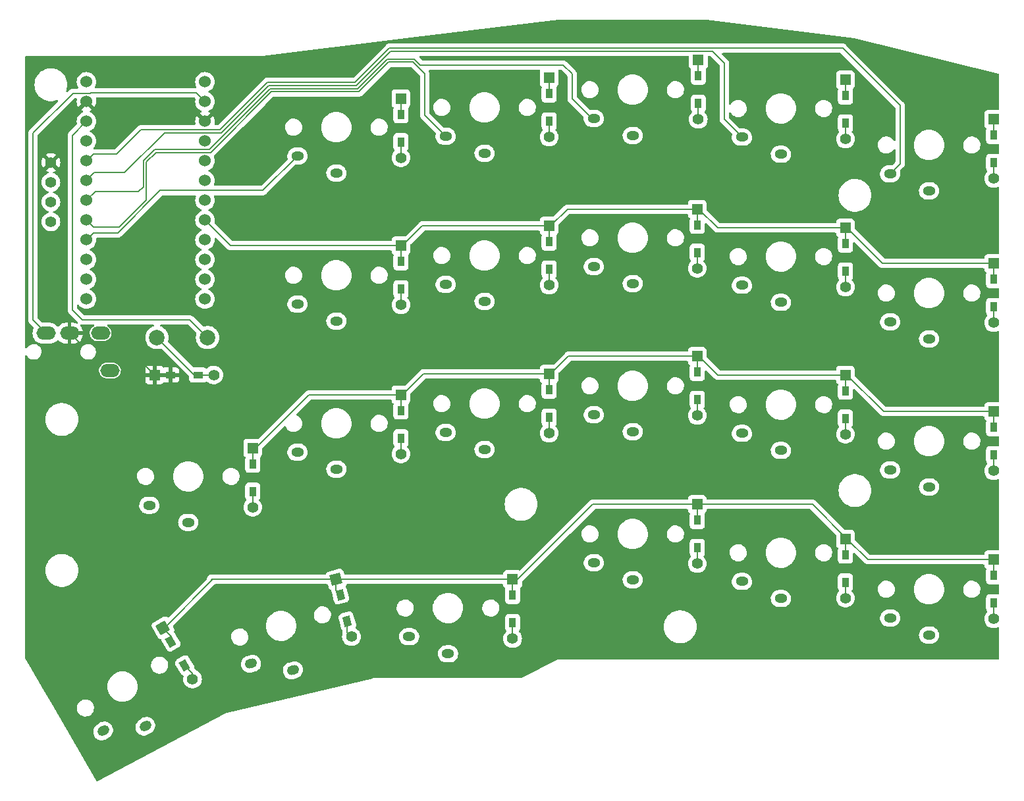
<source format=gbr>
%TF.GenerationSoftware,KiCad,Pcbnew,7.0.10*%
%TF.CreationDate,2024-09-26T01:27:18+09:00*%
%TF.ProjectId,keyboard_denchi_right,6b657962-6f61-4726-945f-64656e636869,rev?*%
%TF.SameCoordinates,Original*%
%TF.FileFunction,Copper,L2,Bot*%
%TF.FilePolarity,Positive*%
%FSLAX46Y46*%
G04 Gerber Fmt 4.6, Leading zero omitted, Abs format (unit mm)*
G04 Created by KiCad (PCBNEW 7.0.10) date 2024-09-26 01:27:18*
%MOMM*%
%LPD*%
G01*
G04 APERTURE LIST*
G04 Aperture macros list*
%AMHorizOval*
0 Thick line with rounded ends*
0 $1 width*
0 $2 $3 position (X,Y) of the first rounded end (center of the circle)*
0 $4 $5 position (X,Y) of the second rounded end (center of the circle)*
0 Add line between two ends*
20,1,$1,$2,$3,$4,$5,0*
0 Add two circle primitives to create the rounded ends*
1,1,$1,$2,$3*
1,1,$1,$4,$5*%
%AMRotRect*
0 Rectangle, with rotation*
0 The origin of the aperture is its center*
0 $1 length*
0 $2 width*
0 $3 Rotation angle, in degrees counterclockwise*
0 Add horizontal line*
21,1,$1,$2,0,0,$3*%
G04 Aperture macros list end*
%TA.AperFunction,ComponentPad*%
%ADD10R,1.397000X1.397000*%
%TD*%
%TA.AperFunction,SMDPad,CuDef*%
%ADD11R,0.950000X1.300000*%
%TD*%
%TA.AperFunction,ComponentPad*%
%ADD12C,1.397000*%
%TD*%
%TA.AperFunction,ComponentPad*%
%ADD13O,1.600000X1.200000*%
%TD*%
%TA.AperFunction,ComponentPad*%
%ADD14C,2.000000*%
%TD*%
%TA.AperFunction,ComponentPad*%
%ADD15RotRect,1.397000X1.397000X285.000000*%
%TD*%
%TA.AperFunction,SMDPad,CuDef*%
%ADD16RotRect,1.300000X0.950000X285.000000*%
%TD*%
%TA.AperFunction,ComponentPad*%
%ADD17HorizOval,1.200000X0.193185X0.051764X-0.193185X-0.051764X0*%
%TD*%
%TA.AperFunction,ComponentPad*%
%ADD18RotRect,1.397000X1.397000X300.000000*%
%TD*%
%TA.AperFunction,SMDPad,CuDef*%
%ADD19RotRect,1.300000X0.950000X300.000000*%
%TD*%
%TA.AperFunction,ComponentPad*%
%ADD20HorizOval,1.200000X0.173205X0.100000X-0.173205X-0.100000X0*%
%TD*%
%TA.AperFunction,ComponentPad*%
%ADD21O,2.500000X1.700000*%
%TD*%
%TA.AperFunction,SMDPad,CuDef*%
%ADD22R,1.300000X0.950000*%
%TD*%
%TA.AperFunction,ComponentPad*%
%ADD23C,1.524000*%
%TD*%
%TA.AperFunction,Conductor*%
%ADD24C,0.200000*%
%TD*%
G04 APERTURE END LIST*
D10*
%TO.P,rD15,1,K*%
%TO.N,rrow2*%
X135356000Y-110593000D03*
D11*
X135356000Y-112628000D03*
%TO.P,rD15,2,A*%
%TO.N,Net-(rD15-A)*%
X135356000Y-116178000D03*
D12*
X135356000Y-118213000D03*
%TD*%
D13*
%TO.P,rSW3,1,1*%
%TO.N,rcol2*%
X160147000Y-75050000D03*
%TO.P,rSW3,2,2*%
%TO.N,Net-(rD3-A)*%
X165147000Y-77250000D03*
%TD*%
%TO.P,rSW5,1,1*%
%TO.N,rcol4*%
X122047000Y-79876000D03*
%TO.P,rSW5,2,2*%
%TO.N,Net-(rD5-A)*%
X127047000Y-82076000D03*
%TD*%
%TO.P,rSW7,1,1*%
%TO.N,rcol1*%
X179197000Y-96513000D03*
%TO.P,rSW7,2,2*%
%TO.N,Net-(rD7-A)*%
X184197000Y-98713000D03*
%TD*%
D10*
%TO.P,rD4,1,K*%
%TO.N,rrow0*%
X154406000Y-69826000D03*
D11*
X154406000Y-71861000D03*
%TO.P,rD4,2,A*%
%TO.N,Net-(rD4-A)*%
X154406000Y-75411000D03*
D12*
X154406000Y-77446000D03*
%TD*%
D10*
%TO.P,rD19,1,K*%
%TO.N,rrow3*%
X173456000Y-124690000D03*
D11*
X173456000Y-126725000D03*
%TO.P,rD19,2,A*%
%TO.N,Net-(rD19-A)*%
X173456000Y-130275000D03*
D12*
X173456000Y-132310000D03*
%TD*%
D10*
%TO.P,rD10,1,K*%
%TO.N,rrow1*%
X135356000Y-91416000D03*
D11*
X135356000Y-93451000D03*
%TO.P,rD10,2,A*%
%TO.N,Net-(rD10-A)*%
X135356000Y-97001000D03*
D12*
X135356000Y-99036000D03*
%TD*%
D13*
%TO.P,rSW2,1,1*%
%TO.N,rcol1*%
X179197000Y-77463000D03*
%TO.P,rSW2,2,2*%
%TO.N,Net-(rD2-A)*%
X184197000Y-79663000D03*
%TD*%
D10*
%TO.P,rD13,1,K*%
%TO.N,rrow2*%
X173456000Y-105640000D03*
D11*
X173456000Y-107675000D03*
%TO.P,rD13,2,A*%
%TO.N,Net-(rD13-A)*%
X173456000Y-111225000D03*
D12*
X173456000Y-113260000D03*
%TD*%
D14*
%TO.P,rSW23,1,1*%
%TO.N,rreset*%
X110485000Y-103227000D03*
%TO.P,rSW23,2,2*%
%TO.N,Net-(rD23-A)*%
X103985000Y-103227000D03*
%TD*%
D10*
%TO.P,rD8,1,K*%
%TO.N,rrow1*%
X173456000Y-86717000D03*
D11*
X173456000Y-88752000D03*
%TO.P,rD8,2,A*%
%TO.N,Net-(rD8-A)*%
X173456000Y-92302000D03*
D12*
X173456000Y-94337000D03*
%TD*%
D13*
%TO.P,rSW16,1,1*%
%TO.N,rcol5*%
X102997000Y-124802000D03*
%TO.P,rSW16,2,2*%
%TO.N,Net-(rD16-A)*%
X107997000Y-127002000D03*
%TD*%
%TO.P,rSW8,1,1*%
%TO.N,rcol2*%
X160147000Y-94100000D03*
%TO.P,rSW8,2,2*%
%TO.N,Net-(rD8-A)*%
X165147000Y-96300000D03*
%TD*%
%TO.P,rSW19,1,1*%
%TO.N,rcol2*%
X160147000Y-132200000D03*
%TO.P,rSW19,2,2*%
%TO.N,Net-(rD19-A)*%
X165147000Y-134400000D03*
%TD*%
D15*
%TO.P,rD21,1,K*%
%TO.N,rrow3*%
X127003899Y-134344823D03*
D16*
X127530596Y-136310482D03*
%TO.P,rD21,2,A*%
%TO.N,Net-(rD21-A)*%
X128449404Y-139739518D03*
D12*
X128976101Y-141705177D03*
%TD*%
D10*
%TO.P,rD20,1,K*%
%TO.N,rrow3*%
X149707000Y-134342000D03*
D11*
X149707000Y-136377000D03*
%TO.P,rD20,2,A*%
%TO.N,Net-(rD20-A)*%
X149707000Y-139927000D03*
D12*
X149707000Y-141962000D03*
%TD*%
D13*
%TO.P,rSW4,1,1*%
%TO.N,rcol3*%
X141097000Y-77336000D03*
%TO.P,rSW4,2,2*%
%TO.N,Net-(rD4-A)*%
X146097000Y-79536000D03*
%TD*%
D17*
%TO.P,rSW21,1,1*%
%TO.N,rcol4*%
X116067193Y-145197326D03*
%TO.P,rSW21,2,2*%
%TO.N,Net-(rD21-A)*%
X121466224Y-146028267D03*
%TD*%
D10*
%TO.P,rD7,1,K*%
%TO.N,rrow1*%
X192506000Y-89130000D03*
D11*
X192506000Y-91165000D03*
%TO.P,rD7,2,A*%
%TO.N,Net-(rD7-A)*%
X192506000Y-94715000D03*
D12*
X192506000Y-96750000D03*
%TD*%
D13*
%TO.P,rSW10,1,1*%
%TO.N,rcol4*%
X122047000Y-98926000D03*
%TO.P,rSW10,2,2*%
%TO.N,Net-(rD10-A)*%
X127047000Y-101126000D03*
%TD*%
D10*
%TO.P,rD17,1,K*%
%TO.N,rrow3*%
X211556000Y-131802000D03*
D11*
X211556000Y-133837000D03*
%TO.P,rD17,2,A*%
%TO.N,Net-(rD17-A)*%
X211556000Y-137387000D03*
D12*
X211556000Y-139422000D03*
%TD*%
D10*
%TO.P,rD14,1,K*%
%TO.N,rrow2*%
X154406000Y-107926000D03*
D11*
X154406000Y-109961000D03*
%TO.P,rD14,2,A*%
%TO.N,Net-(rD14-A)*%
X154406000Y-113511000D03*
D12*
X154406000Y-115546000D03*
%TD*%
D10*
%TO.P,rD2,1,K*%
%TO.N,rrow0*%
X192506000Y-70080000D03*
D11*
X192506000Y-72115000D03*
%TO.P,rD2,2,A*%
%TO.N,Net-(rD2-A)*%
X192506000Y-75665000D03*
D12*
X192506000Y-77700000D03*
%TD*%
D13*
%TO.P,rSW15,1,1*%
%TO.N,rcol4*%
X122047000Y-117976000D03*
%TO.P,rSW15,2,2*%
%TO.N,Net-(rD15-A)*%
X127047000Y-120176000D03*
%TD*%
D18*
%TO.P,rD22,1,K*%
%TO.N,rrow3*%
X104749835Y-140568278D03*
D19*
X105767335Y-142330640D03*
%TO.P,rD22,2,A*%
%TO.N,Net-(rD22-A)*%
X107542335Y-145405030D03*
D12*
X108559835Y-147167392D03*
%TD*%
D20*
%TO.P,rSW22,1,1*%
%TO.N,rcol5*%
X97065265Y-153831902D03*
%TO.P,rSW22,2,2*%
%TO.N,Net-(rD22-A)*%
X102495392Y-153237158D03*
%TD*%
D21*
%TO.P,rJ1,A*%
%TO.N,unconnected-(rJ1-PadA)*%
X97934000Y-107478500D03*
%TO.P,rJ1,B*%
%TO.N,rdata*%
X89734000Y-102678500D03*
%TO.P,rJ1,C*%
%TO.N,GND*%
X92734000Y-102678500D03*
%TO.P,rJ1,D*%
%TO.N,VCC*%
X96734000Y-102678500D03*
%TD*%
D12*
%TO.P,rOL1,1,SDA*%
%TO.N,rsda*%
X90344000Y-88335000D03*
%TO.P,rOL1,2,SCL*%
%TO.N,rscl*%
X90344000Y-85795000D03*
%TO.P,rOL1,3,VCC*%
%TO.N,VCC*%
X90344000Y-83255000D03*
%TO.P,rOL1,4,GND*%
%TO.N,GND*%
X90344000Y-80715000D03*
%TD*%
D10*
%TO.P,rD6,1,K*%
%TO.N,rrow1*%
X211556000Y-93702000D03*
D11*
X211556000Y-95737000D03*
%TO.P,rD6,2,A*%
%TO.N,Net-(rD6-A)*%
X211556000Y-99287000D03*
D12*
X211556000Y-101322000D03*
%TD*%
D13*
%TO.P,rSW13,1,1*%
%TO.N,rcol2*%
X160147000Y-113150000D03*
%TO.P,rSW13,2,2*%
%TO.N,Net-(rD13-A)*%
X165147000Y-115350000D03*
%TD*%
%TO.P,rSW11,1,1*%
%TO.N,rcol0*%
X198247000Y-120262000D03*
%TO.P,rSW11,2,2*%
%TO.N,Net-(rD11-A)*%
X203247000Y-122462000D03*
%TD*%
%TO.P,rSW17,1,1*%
%TO.N,rcol0*%
X198247000Y-139312000D03*
%TO.P,rSW17,2,2*%
%TO.N,Net-(rD17-A)*%
X203247000Y-141512000D03*
%TD*%
%TO.P,rSW12,1,1*%
%TO.N,rcol1*%
X179197000Y-115563000D03*
%TO.P,rSW12,2,2*%
%TO.N,Net-(rD12-A)*%
X184197000Y-117763000D03*
%TD*%
D10*
%TO.P,rD16,1,K*%
%TO.N,rrow2*%
X116306000Y-117451000D03*
D11*
X116306000Y-119486000D03*
%TO.P,rD16,2,A*%
%TO.N,Net-(rD16-A)*%
X116306000Y-123036000D03*
D12*
X116306000Y-125071000D03*
%TD*%
D10*
%TO.P,rD23,1,K*%
%TO.N,GND*%
X103679000Y-108053000D03*
D22*
X105714000Y-108053000D03*
%TO.P,rD23,2,A*%
%TO.N,Net-(rD23-A)*%
X109264000Y-108053000D03*
D12*
X111299000Y-108053000D03*
%TD*%
D10*
%TO.P,rD3,1,K*%
%TO.N,rrow0*%
X173583000Y-67540000D03*
D11*
X173583000Y-69575000D03*
%TO.P,rD3,2,A*%
%TO.N,Net-(rD3-A)*%
X173583000Y-73125000D03*
D12*
X173583000Y-75160000D03*
%TD*%
D13*
%TO.P,rSW20,1,1*%
%TO.N,rcol3*%
X136398000Y-141725000D03*
%TO.P,rSW20,2,2*%
%TO.N,Net-(rD20-A)*%
X141398000Y-143925000D03*
%TD*%
D23*
%TO.P,rU1,1,TX0/D3*%
%TO.N,unconnected-(rU1-TX0{slash}D3-Pad1)*%
X110156000Y-70334000D03*
%TO.P,rU1,2,RX1/D2*%
%TO.N,rdata*%
X110156000Y-72874000D03*
%TO.P,rU1,3,GND*%
%TO.N,GND*%
X110156000Y-75414000D03*
%TO.P,rU1,4,GND*%
X110156000Y-77954000D03*
%TO.P,rU1,5,2/D1/SDA*%
%TO.N,rsda*%
X110156000Y-80494000D03*
%TO.P,rU1,6,3/D0/SCL*%
%TO.N,rscl*%
X110156000Y-83034000D03*
%TO.P,rU1,7,4/D4*%
%TO.N,rrow0*%
X110156000Y-85574000D03*
%TO.P,rU1,8,5/C6*%
%TO.N,rrow1*%
X110156000Y-88114000D03*
%TO.P,rU1,9,6/D7*%
%TO.N,rrow2*%
X110156000Y-90654000D03*
%TO.P,rU1,10,7/E6*%
%TO.N,rrow3*%
X110156000Y-93194000D03*
%TO.P,rU1,11,8/B4*%
%TO.N,unconnected-(rU1-8{slash}B4-Pad11)*%
X110156000Y-95734000D03*
%TO.P,rU1,12,9/B5*%
%TO.N,unconnected-(rU1-9{slash}B5-Pad12)*%
X110156000Y-98274000D03*
%TO.P,rU1,13,B6/10*%
%TO.N,unconnected-(rU1-B6{slash}10-Pad13)*%
X94916000Y-98274000D03*
%TO.P,rU1,14,B2/16*%
%TO.N,unconnected-(rU1-B2{slash}16-Pad14)*%
X94916000Y-95734000D03*
%TO.P,rU1,15,B3/14*%
%TO.N,rcol5*%
X94916000Y-93194000D03*
%TO.P,rU1,16,B1/15*%
%TO.N,rcol4*%
X94916000Y-90654000D03*
%TO.P,rU1,17,F7/A0*%
%TO.N,rcol3*%
X94916000Y-88114000D03*
%TO.P,rU1,18,F6/A1*%
%TO.N,rcol2*%
X94916000Y-85574000D03*
%TO.P,rU1,19,F5/A2*%
%TO.N,rcol1*%
X94916000Y-83034000D03*
%TO.P,rU1,20,F4/A3*%
%TO.N,rcol0*%
X94916000Y-80494000D03*
%TO.P,rU1,21,VCC*%
%TO.N,VCC*%
X94916000Y-77954000D03*
%TO.P,rU1,22,RST*%
%TO.N,rreset*%
X94916000Y-75414000D03*
%TO.P,rU1,23,GND*%
%TO.N,GND*%
X94916000Y-72874000D03*
%TO.P,rU1,24,RAW*%
%TO.N,unconnected-(rU1-RAW-Pad24)*%
X94916000Y-70334000D03*
%TD*%
D10*
%TO.P,rD9,1,K*%
%TO.N,rrow1*%
X154406000Y-88876000D03*
D11*
X154406000Y-90911000D03*
%TO.P,rD9,2,A*%
%TO.N,Net-(rD9-A)*%
X154406000Y-94461000D03*
D12*
X154406000Y-96496000D03*
%TD*%
D10*
%TO.P,rD5,1,K*%
%TO.N,rrow0*%
X135356000Y-72493000D03*
D11*
X135356000Y-74528000D03*
%TO.P,rD5,2,A*%
%TO.N,Net-(rD5-A)*%
X135356000Y-78078000D03*
D12*
X135356000Y-80113000D03*
%TD*%
D10*
%TO.P,rD18,1,K*%
%TO.N,rrow3*%
X192506000Y-129135000D03*
D11*
X192506000Y-131170000D03*
%TO.P,rD18,2,A*%
%TO.N,Net-(rD18-A)*%
X192506000Y-134720000D03*
D12*
X192506000Y-136755000D03*
%TD*%
D10*
%TO.P,rD12,1,K*%
%TO.N,rrow2*%
X192506000Y-108053000D03*
D11*
X192506000Y-110088000D03*
%TO.P,rD12,2,A*%
%TO.N,Net-(rD12-A)*%
X192506000Y-113638000D03*
D12*
X192506000Y-115673000D03*
%TD*%
D13*
%TO.P,rSW9,1,1*%
%TO.N,rcol3*%
X141097000Y-96386000D03*
%TO.P,rSW9,2,2*%
%TO.N,Net-(rD9-A)*%
X146097000Y-98586000D03*
%TD*%
%TO.P,rSW6,1,1*%
%TO.N,rcol0*%
X198247000Y-101212000D03*
%TO.P,rSW6,2,2*%
%TO.N,Net-(rD6-A)*%
X203247000Y-103412000D03*
%TD*%
%TO.P,rSW14,1,1*%
%TO.N,rcol3*%
X141097000Y-115436000D03*
%TO.P,rSW14,2,2*%
%TO.N,Net-(rD14-A)*%
X146097000Y-117636000D03*
%TD*%
%TO.P,rSW18,1,1*%
%TO.N,rcol1*%
X179197000Y-134613000D03*
%TO.P,rSW18,2,2*%
%TO.N,Net-(rD18-A)*%
X184197000Y-136813000D03*
%TD*%
%TO.P,rSW1,1,1*%
%TO.N,rcol0*%
X198247000Y-82167500D03*
%TO.P,rSW1,2,2*%
%TO.N,Net-(rD1-A)*%
X203247000Y-84367500D03*
%TD*%
D10*
%TO.P,rD1,1,K*%
%TO.N,rrow0*%
X211556000Y-75160000D03*
D11*
X211556000Y-77195000D03*
%TO.P,rD1,2,A*%
%TO.N,Net-(rD1-A)*%
X211556000Y-80745000D03*
D12*
X211556000Y-82780000D03*
%TD*%
D10*
%TO.P,rD11,1,K*%
%TO.N,rrow2*%
X211556000Y-112752000D03*
D11*
X211556000Y-114787000D03*
%TO.P,rD11,2,A*%
%TO.N,Net-(rD11-A)*%
X211556000Y-118337000D03*
D12*
X211556000Y-120372000D03*
%TD*%
D24*
%TO.N,rrow0*%
X154406000Y-69826000D02*
X154406000Y-71861000D01*
X173583000Y-67540000D02*
X173583000Y-69575000D01*
X192506000Y-70080000D02*
X192506000Y-72115000D01*
X135356000Y-72493000D02*
X135356000Y-74528000D01*
X211556000Y-77195000D02*
X211556000Y-75160000D01*
%TO.N,rrow1*%
X113458000Y-91416000D02*
X110156000Y-88114000D01*
X192706000Y-89130000D02*
X176069000Y-89130000D01*
X154406000Y-88876000D02*
X154406000Y-90911000D01*
X135356000Y-91416000D02*
X135356000Y-93451000D01*
X154606000Y-88876000D02*
X138096000Y-88876000D01*
X176069000Y-89130000D02*
X173656000Y-86717000D01*
X156765000Y-86717000D02*
X154606000Y-88876000D01*
X211556000Y-93702000D02*
X211556000Y-95737000D01*
X173656000Y-86717000D02*
X156765000Y-86717000D01*
X135556000Y-91416000D02*
X113458000Y-91416000D01*
X192506000Y-89130000D02*
X192506000Y-91165000D01*
X211756000Y-93702000D02*
X197278000Y-93702000D01*
X197278000Y-93702000D02*
X192706000Y-89130000D01*
X138096000Y-88876000D02*
X135556000Y-91416000D01*
X173456000Y-86717000D02*
X173456000Y-88752000D01*
%TO.N,GND*%
X93934500Y-103879000D02*
X92734000Y-102678500D01*
X99505000Y-103879000D02*
X93934500Y-103879000D01*
X103679000Y-108053000D02*
X99505000Y-103879000D01*
X105714000Y-108053000D02*
X103679000Y-108053000D01*
%TO.N,rrow2*%
X154606000Y-107926000D02*
X138223000Y-107926000D01*
X135556000Y-110593000D02*
X123532944Y-110593000D01*
X176069000Y-108053000D02*
X173656000Y-105640000D01*
X156892000Y-105640000D02*
X154606000Y-107926000D01*
X138223000Y-107926000D02*
X135556000Y-110593000D01*
X197405000Y-112752000D02*
X192706000Y-108053000D01*
X154406000Y-107926000D02*
X154406000Y-109961000D01*
X211756000Y-112752000D02*
X197405000Y-112752000D01*
X116674944Y-117451000D02*
X116506000Y-117451000D01*
X211556000Y-112752000D02*
X211556000Y-114787000D01*
X135356000Y-110593000D02*
X135356000Y-112628000D01*
X173456000Y-105640000D02*
X173456000Y-107675000D01*
X123532944Y-110593000D02*
X116674944Y-117451000D01*
X116306000Y-117451000D02*
X116306000Y-119486000D01*
X192506000Y-108053000D02*
X192506000Y-110088000D01*
X173656000Y-105640000D02*
X156892000Y-105640000D01*
X192706000Y-108053000D02*
X176069000Y-108053000D01*
%TO.N,rrow3*%
X211556000Y-133837000D02*
X211556000Y-131802000D01*
X160037000Y-124690000D02*
X150385000Y-134342000D01*
X192706000Y-129135000D02*
X188261000Y-124690000D01*
X127003899Y-134344823D02*
X110973290Y-134344823D01*
X127003899Y-135783785D02*
X127530596Y-136310482D01*
X105767335Y-141585778D02*
X105767335Y-142330640D01*
X149707000Y-134342000D02*
X149707000Y-136377000D01*
X127206722Y-134342000D02*
X127203899Y-134344823D01*
X127003899Y-134344823D02*
X127003899Y-135783785D01*
X173656000Y-124690000D02*
X160037000Y-124690000D01*
X211756000Y-131802000D02*
X195373000Y-131802000D01*
X195373000Y-131802000D02*
X192706000Y-129135000D01*
X188261000Y-124690000D02*
X173656000Y-124690000D01*
X173456000Y-124690000D02*
X173456000Y-126725000D01*
X192506000Y-129135000D02*
X192506000Y-131170000D01*
X150385000Y-134342000D02*
X149907000Y-134342000D01*
X111173290Y-134344823D02*
X104949835Y-140568278D01*
X149907000Y-134342000D02*
X127206722Y-134342000D01*
X104749835Y-140568278D02*
X105767335Y-141585778D01*
%TO.N,rdata*%
X93154000Y-71812000D02*
X95355895Y-71812000D01*
X88011000Y-76955000D02*
X93154000Y-71812000D01*
X89734000Y-102678500D02*
X88011000Y-100955500D01*
X95355895Y-71812000D02*
X95419895Y-71748000D01*
X109030000Y-71748000D02*
X110156000Y-72874000D01*
X95419895Y-71748000D02*
X109030000Y-71748000D01*
X88011000Y-100955500D02*
X88011000Y-76955000D01*
%TO.N,rreset*%
X94361000Y-100958000D02*
X93091000Y-99688000D01*
X108216000Y-100958000D02*
X94361000Y-100958000D01*
X110485000Y-103227000D02*
X108216000Y-100958000D01*
X93091000Y-99688000D02*
X93091000Y-77239000D01*
X93091000Y-77239000D02*
X94916000Y-75414000D01*
%TO.N,rcol4*%
X94916000Y-90654000D02*
X95788000Y-89782000D01*
X98933000Y-89782000D02*
X104394000Y-84321000D01*
X95788000Y-89782000D02*
X98933000Y-89782000D01*
X104394000Y-84321000D02*
X117602000Y-84321000D01*
X117602000Y-84321000D02*
X122047000Y-79876000D01*
%TO.N,rcol3*%
X94916000Y-88114000D02*
X95822000Y-89020000D01*
X129967058Y-71621000D02*
X133777058Y-67811000D01*
X110853058Y-79432000D02*
X118664058Y-71621000D01*
X133777058Y-67811000D02*
X136906000Y-67811000D01*
X138430000Y-69335000D02*
X138430000Y-74669000D01*
X103822000Y-79432000D02*
X110853058Y-79432000D01*
X136906000Y-67811000D02*
X138430000Y-69335000D01*
X118664058Y-71621000D02*
X129967058Y-71621000D01*
X95822000Y-89020000D02*
X99129314Y-89020000D01*
X99129314Y-89020000D02*
X102616000Y-85533314D01*
X102616000Y-80638000D02*
X103822000Y-79432000D01*
X102616000Y-85533314D02*
X102616000Y-80638000D01*
X138430000Y-74669000D02*
X141097000Y-77336000D01*
%TO.N,rcol2*%
X101600000Y-84448000D02*
X102216000Y-83832000D01*
X133611373Y-67411000D02*
X137071686Y-67411000D01*
X157353000Y-69335000D02*
X157353000Y-72510000D01*
X129801372Y-71221000D02*
X133611373Y-67411000D01*
X137852686Y-68192000D02*
X156210000Y-68192000D01*
X110703372Y-79016000D02*
X118498373Y-71221000D01*
X159893000Y-75050000D02*
X160147000Y-75050000D01*
X156210000Y-68192000D02*
X157353000Y-69335000D01*
X137071686Y-67411000D02*
X137852686Y-68192000D01*
X103672314Y-79016000D02*
X110703372Y-79016000D01*
X102216000Y-83832000D02*
X102216000Y-80472314D01*
X157353000Y-72510000D02*
X159893000Y-75050000D01*
X94916000Y-85574000D02*
X96042000Y-84448000D01*
X118498373Y-71221000D02*
X129801372Y-71221000D01*
X102216000Y-80472314D02*
X103672314Y-79016000D01*
X96042000Y-84448000D02*
X101600000Y-84448000D01*
%TO.N,rcol1*%
X94916000Y-83034000D02*
X95915000Y-82035000D01*
X129635686Y-70821000D02*
X134042686Y-66414000D01*
X176911000Y-67938000D02*
X176911000Y-75177000D01*
X176911000Y-75177000D02*
X179197000Y-77463000D01*
X112261686Y-76892000D02*
X118332688Y-70821000D01*
X175387000Y-66414000D02*
X176911000Y-67938000D01*
X134042686Y-66414000D02*
X175387000Y-66414000D01*
X95915000Y-82035000D02*
X99822000Y-82035000D01*
X118332688Y-70821000D02*
X129635686Y-70821000D01*
X99822000Y-82035000D02*
X104965000Y-76892000D01*
X104965000Y-76892000D02*
X112261686Y-76892000D01*
%TO.N,rcol0*%
X112112000Y-76476000D02*
X118167003Y-70421000D01*
X199517000Y-73399000D02*
X199517000Y-80897500D01*
X94916000Y-80494000D02*
X95788000Y-79622000D01*
X133877001Y-66014000D02*
X192132000Y-66014000D01*
X129470000Y-70421000D02*
X133877001Y-66014000D01*
X199517000Y-80897500D02*
X198247000Y-82167500D01*
X95788000Y-79622000D02*
X98806000Y-79622000D01*
X101952000Y-76476000D02*
X112112000Y-76476000D01*
X118167003Y-70421000D02*
X129470000Y-70421000D01*
X98806000Y-79622000D02*
X101952000Y-76476000D01*
X192132000Y-66014000D02*
X199517000Y-73399000D01*
%TO.N,Net-(rD1-A)*%
X211556000Y-80745000D02*
X211556000Y-82780000D01*
%TO.N,Net-(rD2-A)*%
X192506000Y-75665000D02*
X192506000Y-77700000D01*
%TO.N,Net-(rD3-A)*%
X173583000Y-73125000D02*
X173583000Y-75160000D01*
%TO.N,Net-(rD4-A)*%
X154406000Y-75411000D02*
X154406000Y-77446000D01*
%TO.N,Net-(rD5-A)*%
X135356000Y-78078000D02*
X135356000Y-80113000D01*
%TO.N,Net-(rD6-A)*%
X211556000Y-99287000D02*
X211556000Y-101322000D01*
%TO.N,Net-(rD7-A)*%
X192506000Y-94715000D02*
X192506000Y-96750000D01*
%TO.N,Net-(rD8-A)*%
X173456000Y-92302000D02*
X173456000Y-94337000D01*
%TO.N,Net-(rD9-A)*%
X154406000Y-94461000D02*
X154406000Y-96496000D01*
%TO.N,Net-(rD10-A)*%
X135356000Y-97001000D02*
X135356000Y-99036000D01*
%TO.N,Net-(rD11-A)*%
X211556000Y-118337000D02*
X211556000Y-120372000D01*
%TO.N,Net-(rD12-A)*%
X192506000Y-113638000D02*
X192506000Y-115673000D01*
%TO.N,Net-(rD13-A)*%
X173456000Y-111225000D02*
X173456000Y-113260000D01*
%TO.N,Net-(rD14-A)*%
X154406000Y-113511000D02*
X154406000Y-115546000D01*
%TO.N,Net-(rD15-A)*%
X135356000Y-116178000D02*
X135356000Y-118213000D01*
%TO.N,Net-(rD16-A)*%
X116306000Y-123036000D02*
X116306000Y-125071000D01*
%TO.N,Net-(rD17-A)*%
X211556000Y-139422000D02*
X211556000Y-137387000D01*
%TO.N,Net-(rD18-A)*%
X192506000Y-134720000D02*
X192506000Y-136755000D01*
%TO.N,Net-(rD20-A)*%
X149707000Y-139927000D02*
X149707000Y-141962000D01*
%TO.N,Net-(rD21-A)*%
X128449404Y-139739518D02*
X128449404Y-141178480D01*
X128449404Y-141178480D02*
X128976101Y-141705177D01*
%TO.N,Net-(rD22-A)*%
X108559835Y-146422530D02*
X108559835Y-147167392D01*
X107542335Y-145405030D02*
X108559835Y-146422530D01*
%TO.N,Net-(rD23-A)*%
X108811000Y-108053000D02*
X109264000Y-108053000D01*
X103985000Y-103227000D02*
X108811000Y-108053000D01*
X109264000Y-108053000D02*
X111299000Y-108053000D01*
%TO.N,Net-(rD19-A)*%
X173456000Y-130275000D02*
X173456000Y-132310000D01*
%TD*%
%TA.AperFunction,Conductor*%
%TO.N,GND*%
G36*
X174648188Y-62320982D02*
G01*
X193623179Y-64724480D01*
X193637275Y-64727102D01*
X212177198Y-69300283D01*
X212237571Y-69335449D01*
X212269348Y-69397675D01*
X212271500Y-69420674D01*
X212271500Y-73837000D01*
X212251815Y-73904039D01*
X212199011Y-73949794D01*
X212147500Y-73961000D01*
X210809629Y-73961000D01*
X210809623Y-73961001D01*
X210750016Y-73967408D01*
X210615171Y-74017702D01*
X210615164Y-74017706D01*
X210499955Y-74103952D01*
X210499952Y-74103955D01*
X210413706Y-74219164D01*
X210413702Y-74219171D01*
X210363408Y-74354017D01*
X210357001Y-74413616D01*
X210357000Y-74413635D01*
X210357000Y-75906370D01*
X210357001Y-75906376D01*
X210363408Y-75965983D01*
X210413702Y-76100828D01*
X210413706Y-76100835D01*
X210469976Y-76176001D01*
X210499954Y-76216046D01*
X210558194Y-76259644D01*
X210600064Y-76315577D01*
X210605048Y-76385269D01*
X210600065Y-76402240D01*
X210586909Y-76437515D01*
X210586908Y-76437516D01*
X210580501Y-76497116D01*
X210580500Y-76497135D01*
X210580500Y-77892870D01*
X210580501Y-77892876D01*
X210586908Y-77952483D01*
X210637202Y-78087328D01*
X210637206Y-78087335D01*
X210723452Y-78202544D01*
X210723455Y-78202547D01*
X210838664Y-78288793D01*
X210838671Y-78288797D01*
X210973517Y-78339091D01*
X210973516Y-78339091D01*
X210977749Y-78339546D01*
X211033127Y-78345500D01*
X212078872Y-78345499D01*
X212134247Y-78339546D01*
X212203005Y-78351952D01*
X212254142Y-78399563D01*
X212271500Y-78462836D01*
X212271500Y-79477164D01*
X212251815Y-79544203D01*
X212199011Y-79589958D01*
X212134247Y-79600453D01*
X212078873Y-79594500D01*
X212078864Y-79594500D01*
X211033129Y-79594500D01*
X211033123Y-79594501D01*
X210973516Y-79600908D01*
X210838671Y-79651202D01*
X210838664Y-79651206D01*
X210723455Y-79737452D01*
X210723452Y-79737455D01*
X210637206Y-79852664D01*
X210637202Y-79852671D01*
X210586908Y-79987517D01*
X210580501Y-80047116D01*
X210580500Y-80047135D01*
X210580500Y-81442870D01*
X210580501Y-81442876D01*
X210586908Y-81502483D01*
X210637202Y-81637328D01*
X210637206Y-81637335D01*
X210728768Y-81759645D01*
X210725797Y-81761868D01*
X210750888Y-81807818D01*
X210745904Y-81877510D01*
X210713262Y-81925812D01*
X210666134Y-81968775D01*
X210532222Y-82146103D01*
X210433180Y-82345005D01*
X210433174Y-82345020D01*
X210372366Y-82558738D01*
X210372365Y-82558740D01*
X210351863Y-82779999D01*
X210351863Y-82780000D01*
X210372365Y-83001259D01*
X210372366Y-83001261D01*
X210433174Y-83214979D01*
X210433180Y-83214994D01*
X210532222Y-83413896D01*
X210666133Y-83591224D01*
X210791876Y-83705853D01*
X210824896Y-83735955D01*
X210830344Y-83740921D01*
X210830346Y-83740923D01*
X211019266Y-83857897D01*
X211019272Y-83857900D01*
X211048206Y-83869109D01*
X211226472Y-83938170D01*
X211444896Y-83979000D01*
X211444899Y-83979000D01*
X211667101Y-83979000D01*
X211667104Y-83979000D01*
X211885528Y-83938170D01*
X212092730Y-83857899D01*
X212092729Y-83857899D01*
X212098076Y-83855828D01*
X212098540Y-83857026D01*
X212161002Y-83845886D01*
X212225500Y-83872754D01*
X212265233Y-83930226D01*
X212271500Y-83969149D01*
X212271500Y-92379000D01*
X212251815Y-92446039D01*
X212199011Y-92491794D01*
X212147500Y-92503000D01*
X210809629Y-92503000D01*
X210809623Y-92503001D01*
X210750016Y-92509408D01*
X210615171Y-92559702D01*
X210615164Y-92559706D01*
X210499955Y-92645952D01*
X210499952Y-92645955D01*
X210413706Y-92761164D01*
X210413702Y-92761171D01*
X210363408Y-92896017D01*
X210357001Y-92955616D01*
X210357000Y-92955635D01*
X210357000Y-92977500D01*
X210337315Y-93044539D01*
X210284511Y-93090294D01*
X210233000Y-93101500D01*
X197578097Y-93101500D01*
X197511058Y-93081815D01*
X197490416Y-93065181D01*
X193741318Y-89316083D01*
X193707833Y-89254760D01*
X193704999Y-89228402D01*
X193704999Y-88383629D01*
X193704998Y-88383623D01*
X193704997Y-88383616D01*
X193698591Y-88324017D01*
X193686260Y-88290957D01*
X193648297Y-88189171D01*
X193648293Y-88189164D01*
X193562047Y-88073955D01*
X193562044Y-88073952D01*
X193446835Y-87987706D01*
X193446828Y-87987702D01*
X193311982Y-87937408D01*
X193311983Y-87937408D01*
X193252383Y-87931001D01*
X193252381Y-87931000D01*
X193252373Y-87931000D01*
X193252364Y-87931000D01*
X191759629Y-87931000D01*
X191759623Y-87931001D01*
X191700016Y-87937408D01*
X191565171Y-87987702D01*
X191565164Y-87987706D01*
X191449955Y-88073952D01*
X191449952Y-88073955D01*
X191363706Y-88189164D01*
X191363702Y-88189171D01*
X191313408Y-88324017D01*
X191307048Y-88383181D01*
X191307001Y-88383623D01*
X191307000Y-88383635D01*
X191307000Y-88405500D01*
X191287315Y-88472539D01*
X191234511Y-88518294D01*
X191183000Y-88529500D01*
X176369097Y-88529500D01*
X176302058Y-88509815D01*
X176281416Y-88493181D01*
X174691318Y-86903083D01*
X174657833Y-86841760D01*
X174654999Y-86815402D01*
X174654999Y-85970629D01*
X174654998Y-85970623D01*
X174654997Y-85970616D01*
X174648591Y-85911017D01*
X174599860Y-85780363D01*
X174598297Y-85776171D01*
X174598293Y-85776164D01*
X174512047Y-85660955D01*
X174512044Y-85660952D01*
X174396835Y-85574706D01*
X174396828Y-85574702D01*
X174261982Y-85524408D01*
X174261983Y-85524408D01*
X174202383Y-85518001D01*
X174202381Y-85518000D01*
X174202373Y-85518000D01*
X174202364Y-85518000D01*
X172709629Y-85518000D01*
X172709623Y-85518001D01*
X172650016Y-85524408D01*
X172515171Y-85574702D01*
X172515164Y-85574706D01*
X172399955Y-85660952D01*
X172399952Y-85660955D01*
X172313706Y-85776164D01*
X172313702Y-85776171D01*
X172263408Y-85911017D01*
X172257001Y-85970616D01*
X172257001Y-85970623D01*
X172257000Y-85970635D01*
X172257000Y-85992500D01*
X172237315Y-86059539D01*
X172184511Y-86105294D01*
X172133000Y-86116500D01*
X156812487Y-86116500D01*
X156796302Y-86115439D01*
X156765000Y-86111318D01*
X156725639Y-86116500D01*
X156608239Y-86131955D01*
X156608237Y-86131956D01*
X156462157Y-86192464D01*
X156336718Y-86288716D01*
X156317489Y-86313775D01*
X156306798Y-86325965D01*
X154992082Y-87640681D01*
X154930759Y-87674166D01*
X154904401Y-87677000D01*
X153659629Y-87677000D01*
X153659623Y-87677001D01*
X153600016Y-87683408D01*
X153465171Y-87733702D01*
X153465164Y-87733706D01*
X153349955Y-87819952D01*
X153349952Y-87819955D01*
X153263706Y-87935164D01*
X153263702Y-87935171D01*
X153213408Y-88070017D01*
X153207001Y-88129616D01*
X153207000Y-88129635D01*
X153207000Y-88151500D01*
X153187315Y-88218539D01*
X153134511Y-88264294D01*
X153083000Y-88275500D01*
X138143487Y-88275500D01*
X138127302Y-88274439D01*
X138096000Y-88270318D01*
X138095999Y-88270318D01*
X137939239Y-88290955D01*
X137939234Y-88290957D01*
X137793163Y-88351461D01*
X137793158Y-88351464D01*
X137703772Y-88420053D01*
X137703771Y-88420054D01*
X137667717Y-88447718D01*
X137648493Y-88472770D01*
X137637801Y-88484961D01*
X135942082Y-90180681D01*
X135880759Y-90214166D01*
X135854401Y-90217000D01*
X134609629Y-90217000D01*
X134609623Y-90217001D01*
X134550016Y-90223408D01*
X134415171Y-90273702D01*
X134415164Y-90273706D01*
X134299955Y-90359952D01*
X134299952Y-90359955D01*
X134213706Y-90475164D01*
X134213702Y-90475171D01*
X134163408Y-90610017D01*
X134157001Y-90669616D01*
X134157000Y-90669635D01*
X134157000Y-90691500D01*
X134137315Y-90758539D01*
X134084511Y-90804294D01*
X134033000Y-90815500D01*
X113758097Y-90815500D01*
X113691058Y-90795815D01*
X113670416Y-90779181D01*
X111416914Y-88525679D01*
X111383429Y-88464356D01*
X111384821Y-88405902D01*
X111386453Y-88399815D01*
X111404070Y-88334068D01*
X111423323Y-88114000D01*
X111423300Y-88113740D01*
X111412274Y-87987704D01*
X111404070Y-87893932D01*
X111346894Y-87680550D01*
X111253534Y-87480339D01*
X111164944Y-87353819D01*
X111126827Y-87299381D01*
X111084545Y-87257099D01*
X110970620Y-87143174D01*
X110970616Y-87143171D01*
X110970615Y-87143170D01*
X110789666Y-87016468D01*
X110789658Y-87016464D01*
X110660811Y-86956382D01*
X110608371Y-86910210D01*
X110589219Y-86843017D01*
X110609435Y-86776135D01*
X110660811Y-86731618D01*
X110666802Y-86728824D01*
X110789662Y-86671534D01*
X110970620Y-86544826D01*
X111126826Y-86388620D01*
X111253534Y-86207662D01*
X111346894Y-86007450D01*
X111404070Y-85794068D01*
X111423261Y-85574706D01*
X111423323Y-85574002D01*
X111423323Y-85573997D01*
X111414049Y-85468000D01*
X111404070Y-85353932D01*
X111346894Y-85140550D01*
X111327007Y-85097904D01*
X111316516Y-85028828D01*
X111345036Y-84965043D01*
X111384862Y-84939000D01*
X191610140Y-84939000D01*
X191629809Y-85226559D01*
X191629809Y-85226563D01*
X191629810Y-85226565D01*
X191631872Y-85236486D01*
X191688453Y-85508775D01*
X191688454Y-85508778D01*
X191784976Y-85780363D01*
X191784975Y-85780363D01*
X191883563Y-85970628D01*
X191917586Y-86036289D01*
X192083806Y-86271769D01*
X192083810Y-86271773D01*
X192083810Y-86271774D01*
X192155459Y-86348491D01*
X192280543Y-86482423D01*
X192504132Y-86664326D01*
X192504134Y-86664327D01*
X192504135Y-86664328D01*
X192750408Y-86814090D01*
X192885796Y-86872897D01*
X193014781Y-86928923D01*
X193292329Y-87006689D01*
X193543375Y-87041194D01*
X193577881Y-87045937D01*
X193577882Y-87045937D01*
X193866119Y-87045937D01*
X193896904Y-87041705D01*
X194151671Y-87006689D01*
X194429219Y-86928923D01*
X194693593Y-86814089D01*
X194939868Y-86664326D01*
X195163457Y-86482423D01*
X195360194Y-86271769D01*
X195526414Y-86036289D01*
X195659022Y-85780367D01*
X195755547Y-85508773D01*
X195814190Y-85226565D01*
X195833860Y-84939000D01*
X195814190Y-84651435D01*
X195755547Y-84369227D01*
X195736239Y-84314901D01*
X201942746Y-84314901D01*
X201952745Y-84524827D01*
X202002296Y-84729078D01*
X202002298Y-84729082D01*
X202089598Y-84920243D01*
X202089601Y-84920248D01*
X202089602Y-84920250D01*
X202089604Y-84920253D01*
X202211514Y-85091452D01*
X202211515Y-85091453D01*
X202211520Y-85091459D01*
X202363620Y-85236485D01*
X202458578Y-85297511D01*
X202540428Y-85350113D01*
X202735543Y-85428225D01*
X202838729Y-85448112D01*
X202941914Y-85468000D01*
X202941915Y-85468000D01*
X203499419Y-85468000D01*
X203499425Y-85468000D01*
X203656218Y-85453028D01*
X203857875Y-85393816D01*
X204044682Y-85297511D01*
X204209886Y-85167592D01*
X204347519Y-85008756D01*
X204354371Y-84996889D01*
X204452601Y-84826749D01*
X204452600Y-84826749D01*
X204452604Y-84826744D01*
X204521344Y-84628133D01*
X204551254Y-84420102D01*
X204541254Y-84210170D01*
X204491704Y-84005924D01*
X204479408Y-83979000D01*
X204404401Y-83814756D01*
X204404398Y-83814751D01*
X204404397Y-83814750D01*
X204404396Y-83814747D01*
X204282486Y-83643548D01*
X204282484Y-83643546D01*
X204282479Y-83643540D01*
X204130379Y-83498514D01*
X203953574Y-83384888D01*
X203758455Y-83306774D01*
X203552086Y-83267000D01*
X203552085Y-83267000D01*
X202994575Y-83267000D01*
X202837782Y-83281972D01*
X202837778Y-83281973D01*
X202636127Y-83341183D01*
X202449313Y-83437491D01*
X202284116Y-83567405D01*
X202284112Y-83567409D01*
X202146478Y-83726246D01*
X202041398Y-83908250D01*
X201972656Y-84106865D01*
X201972656Y-84106867D01*
X201944172Y-84304984D01*
X201942746Y-84314901D01*
X195736239Y-84314901D01*
X195659023Y-84097636D01*
X195659024Y-84097636D01*
X195560895Y-83908256D01*
X195526414Y-83841711D01*
X195360194Y-83606231D01*
X195360189Y-83606225D01*
X195294282Y-83535656D01*
X195163457Y-83395577D01*
X194939868Y-83213674D01*
X194939866Y-83213673D01*
X194939864Y-83213671D01*
X194693591Y-83063909D01*
X194429222Y-82949078D01*
X194429220Y-82949077D01*
X194429219Y-82949077D01*
X194223580Y-82891459D01*
X194151676Y-82871312D01*
X194151672Y-82871311D01*
X194151671Y-82871311D01*
X194008894Y-82851687D01*
X193866119Y-82832063D01*
X193866118Y-82832063D01*
X193577882Y-82832063D01*
X193577881Y-82832063D01*
X193292329Y-82871311D01*
X193292323Y-82871312D01*
X193014777Y-82949078D01*
X192750408Y-83063909D01*
X192504135Y-83213671D01*
X192280546Y-83395574D01*
X192083810Y-83606225D01*
X192083810Y-83606226D01*
X192083807Y-83606228D01*
X192083806Y-83606231D01*
X192040443Y-83667662D01*
X191917586Y-83841710D01*
X191784976Y-84097636D01*
X191688454Y-84369221D01*
X191688453Y-84369224D01*
X191629809Y-84651440D01*
X191610140Y-84939000D01*
X111384862Y-84939000D01*
X111403512Y-84926804D01*
X111439390Y-84921500D01*
X117554513Y-84921500D01*
X117570697Y-84922560D01*
X117602000Y-84926682D01*
X117602001Y-84926682D01*
X117654254Y-84919802D01*
X117758762Y-84906044D01*
X117904841Y-84845536D01*
X117919776Y-84834076D01*
X117929330Y-84826745D01*
X117929331Y-84826744D01*
X117939677Y-84818805D01*
X118030282Y-84749282D01*
X118049510Y-84724222D01*
X118060189Y-84712044D01*
X120748833Y-82023401D01*
X125742746Y-82023401D01*
X125752745Y-82233327D01*
X125802296Y-82437578D01*
X125802298Y-82437582D01*
X125889598Y-82628743D01*
X125889601Y-82628748D01*
X125889602Y-82628750D01*
X125889604Y-82628753D01*
X126005563Y-82791595D01*
X126011515Y-82799953D01*
X126011520Y-82799959D01*
X126163620Y-82944985D01*
X126258578Y-83006011D01*
X126340428Y-83058613D01*
X126535543Y-83136725D01*
X126638729Y-83156612D01*
X126741914Y-83176500D01*
X126741915Y-83176500D01*
X127299419Y-83176500D01*
X127299425Y-83176500D01*
X127456218Y-83161528D01*
X127657875Y-83102316D01*
X127844682Y-83006011D01*
X128009886Y-82876092D01*
X128147519Y-82717256D01*
X128194109Y-82636561D01*
X128238579Y-82559536D01*
X128252604Y-82535244D01*
X128321344Y-82336633D01*
X128351254Y-82128602D01*
X128341254Y-81918670D01*
X128291704Y-81714424D01*
X128288887Y-81708256D01*
X128204401Y-81523256D01*
X128204398Y-81523251D01*
X128204397Y-81523250D01*
X128204396Y-81523247D01*
X128082486Y-81352048D01*
X128082484Y-81352046D01*
X128082479Y-81352040D01*
X127930379Y-81207014D01*
X127753574Y-81093388D01*
X127746947Y-81090735D01*
X127639908Y-81047883D01*
X127558455Y-81015274D01*
X127352086Y-80975500D01*
X127352085Y-80975500D01*
X126794575Y-80975500D01*
X126637792Y-80990471D01*
X126637782Y-80990472D01*
X126637778Y-80990473D01*
X126436127Y-81049683D01*
X126249313Y-81145991D01*
X126084116Y-81275905D01*
X126084112Y-81275909D01*
X125946478Y-81434746D01*
X125841398Y-81616750D01*
X125772656Y-81815365D01*
X125772656Y-81815367D01*
X125744649Y-82010167D01*
X125742746Y-82023401D01*
X120748833Y-82023401D01*
X121759416Y-81012819D01*
X121820739Y-80979334D01*
X121847097Y-80976500D01*
X122299419Y-80976500D01*
X122299425Y-80976500D01*
X122456218Y-80961528D01*
X122657875Y-80902316D01*
X122844682Y-80806011D01*
X123009886Y-80676092D01*
X123147519Y-80517256D01*
X123161043Y-80493833D01*
X123252114Y-80336092D01*
X123252604Y-80335244D01*
X123321344Y-80136633D01*
X123324742Y-80113000D01*
X134151863Y-80113000D01*
X134172365Y-80334259D01*
X134172366Y-80334261D01*
X134233174Y-80547979D01*
X134233180Y-80547994D01*
X134332222Y-80746896D01*
X134466133Y-80924224D01*
X134603756Y-81049683D01*
X134624455Y-81068553D01*
X134630344Y-81073921D01*
X134630346Y-81073923D01*
X134819266Y-81190897D01*
X134819272Y-81190900D01*
X134843642Y-81200341D01*
X135026472Y-81271170D01*
X135244896Y-81312000D01*
X135244899Y-81312000D01*
X135467101Y-81312000D01*
X135467104Y-81312000D01*
X135685528Y-81271170D01*
X135892730Y-81190899D01*
X136081655Y-81073922D01*
X136245868Y-80924222D01*
X136379778Y-80746896D01*
X136478824Y-80547984D01*
X136539634Y-80334260D01*
X136560137Y-80113000D01*
X136552677Y-80032500D01*
X136539634Y-79891740D01*
X136539633Y-79891738D01*
X136530699Y-79860339D01*
X136478824Y-79678016D01*
X136465474Y-79651206D01*
X136418722Y-79557315D01*
X136381918Y-79483401D01*
X144792746Y-79483401D01*
X144802745Y-79693327D01*
X144852296Y-79897578D01*
X144852298Y-79897582D01*
X144939598Y-80088743D01*
X144939601Y-80088748D01*
X144939602Y-80088750D01*
X144939604Y-80088753D01*
X145061514Y-80259952D01*
X145061515Y-80259953D01*
X145061520Y-80259959D01*
X145213620Y-80404985D01*
X145308578Y-80466011D01*
X145390428Y-80518613D01*
X145585543Y-80596725D01*
X145688729Y-80616612D01*
X145791914Y-80636500D01*
X145791915Y-80636500D01*
X146349419Y-80636500D01*
X146349425Y-80636500D01*
X146506218Y-80621528D01*
X146707875Y-80562316D01*
X146894682Y-80466011D01*
X147059886Y-80336092D01*
X147197519Y-80177256D01*
X147229278Y-80122249D01*
X147302601Y-79995249D01*
X147302600Y-79995249D01*
X147302604Y-79995244D01*
X147371344Y-79796633D01*
X147398120Y-79610401D01*
X182892746Y-79610401D01*
X182902745Y-79820327D01*
X182952296Y-80024578D01*
X182952298Y-80024582D01*
X183039598Y-80215743D01*
X183039601Y-80215748D01*
X183039602Y-80215750D01*
X183039604Y-80215753D01*
X183158071Y-80382117D01*
X183161515Y-80386953D01*
X183161520Y-80386959D01*
X183313620Y-80531985D01*
X183408578Y-80593011D01*
X183490428Y-80645613D01*
X183685543Y-80723725D01*
X183788729Y-80743612D01*
X183891914Y-80763500D01*
X183891915Y-80763500D01*
X184449419Y-80763500D01*
X184449425Y-80763500D01*
X184606218Y-80748528D01*
X184807875Y-80689316D01*
X184994682Y-80593011D01*
X185159886Y-80463092D01*
X185297519Y-80304256D01*
X185323098Y-80259953D01*
X185388579Y-80146536D01*
X185402604Y-80122244D01*
X185471344Y-79923633D01*
X185501254Y-79715602D01*
X185491254Y-79505670D01*
X185441704Y-79301424D01*
X185437339Y-79291865D01*
X185354401Y-79110256D01*
X185354398Y-79110251D01*
X185354397Y-79110250D01*
X185354396Y-79110247D01*
X185232486Y-78939048D01*
X185232484Y-78939046D01*
X185232479Y-78939040D01*
X185080379Y-78794014D01*
X184903574Y-78680388D01*
X184870167Y-78667014D01*
X184764797Y-78624830D01*
X184708455Y-78602274D01*
X184502086Y-78562500D01*
X184502085Y-78562500D01*
X183944575Y-78562500D01*
X183787782Y-78577472D01*
X183787778Y-78577473D01*
X183586127Y-78636683D01*
X183399313Y-78732991D01*
X183234116Y-78862905D01*
X183234112Y-78862909D01*
X183096478Y-79021746D01*
X182991398Y-79203750D01*
X182922656Y-79402365D01*
X182922656Y-79402367D01*
X182894111Y-79600909D01*
X182892746Y-79610401D01*
X147398120Y-79610401D01*
X147401254Y-79588602D01*
X147391254Y-79378670D01*
X147341704Y-79174424D01*
X147334881Y-79159483D01*
X147254401Y-78983256D01*
X147254398Y-78983251D01*
X147254397Y-78983250D01*
X147254396Y-78983247D01*
X147132486Y-78812048D01*
X147132484Y-78812046D01*
X147132479Y-78812040D01*
X146980379Y-78667014D01*
X146803574Y-78553388D01*
X146791434Y-78548528D01*
X146608457Y-78475275D01*
X146608455Y-78475274D01*
X146402086Y-78435500D01*
X146402085Y-78435500D01*
X145844575Y-78435500D01*
X145687782Y-78450472D01*
X145687778Y-78450473D01*
X145486127Y-78509683D01*
X145299313Y-78605991D01*
X145134116Y-78735905D01*
X145134112Y-78735909D01*
X144996478Y-78894746D01*
X144891398Y-79076750D01*
X144822656Y-79275365D01*
X144822656Y-79275367D01*
X144793364Y-79479104D01*
X144792746Y-79483401D01*
X136381918Y-79483401D01*
X136379778Y-79479104D01*
X136315530Y-79394026D01*
X136245866Y-79301775D01*
X136198739Y-79258814D01*
X136162457Y-79199103D01*
X136164218Y-79129256D01*
X136185558Y-79094388D01*
X136183231Y-79092646D01*
X136214008Y-79051533D01*
X136274796Y-78970331D01*
X136325091Y-78835483D01*
X136331500Y-78775873D01*
X136331499Y-77380128D01*
X136325091Y-77320517D01*
X136325024Y-77320338D01*
X136274797Y-77185671D01*
X136274793Y-77185664D01*
X136188547Y-77070455D01*
X136188544Y-77070452D01*
X136073335Y-76984206D01*
X136073328Y-76984202D01*
X135938482Y-76933908D01*
X135938483Y-76933908D01*
X135878883Y-76927501D01*
X135878881Y-76927500D01*
X135878873Y-76927500D01*
X135878864Y-76927500D01*
X134833129Y-76927500D01*
X134833123Y-76927501D01*
X134773516Y-76933908D01*
X134638671Y-76984202D01*
X134638664Y-76984206D01*
X134523455Y-77070452D01*
X134523452Y-77070455D01*
X134437206Y-77185664D01*
X134437202Y-77185671D01*
X134386908Y-77320517D01*
X134381911Y-77367000D01*
X134380501Y-77380123D01*
X134380500Y-77380135D01*
X134380500Y-78775870D01*
X134380501Y-78775876D01*
X134386908Y-78835483D01*
X134437202Y-78970328D01*
X134437206Y-78970335D01*
X134528768Y-79092645D01*
X134525797Y-79094868D01*
X134550888Y-79140818D01*
X134545904Y-79210510D01*
X134513262Y-79258812D01*
X134466134Y-79301775D01*
X134332222Y-79479103D01*
X134233180Y-79678005D01*
X134233174Y-79678020D01*
X134172366Y-79891738D01*
X134172365Y-79891740D01*
X134151863Y-80112999D01*
X134151863Y-80113000D01*
X123324742Y-80113000D01*
X123351254Y-79928602D01*
X123341254Y-79718670D01*
X123291704Y-79514424D01*
X123282293Y-79493816D01*
X123204401Y-79323256D01*
X123204398Y-79323251D01*
X123204397Y-79323250D01*
X123204396Y-79323247D01*
X123082486Y-79152048D01*
X123082484Y-79152046D01*
X123082479Y-79152040D01*
X122930379Y-79007014D01*
X122753574Y-78893388D01*
X122719765Y-78879853D01*
X122644404Y-78849683D01*
X122558455Y-78815274D01*
X122352086Y-78775500D01*
X122352085Y-78775500D01*
X121794575Y-78775500D01*
X121637782Y-78790472D01*
X121637778Y-78790473D01*
X121436127Y-78849683D01*
X121249313Y-78945991D01*
X121084116Y-79075905D01*
X121084112Y-79075909D01*
X120946478Y-79234746D01*
X120841398Y-79416750D01*
X120772656Y-79615365D01*
X120772656Y-79615367D01*
X120743188Y-79820330D01*
X120742746Y-79823401D01*
X120752745Y-80033327D01*
X120792495Y-80197177D01*
X120789170Y-80266968D01*
X120759671Y-80314092D01*
X117389584Y-83684181D01*
X117328261Y-83717666D01*
X117301903Y-83720500D01*
X111423536Y-83720500D01*
X111356497Y-83700815D01*
X111310742Y-83648011D01*
X111300798Y-83578853D01*
X111311154Y-83544096D01*
X111346891Y-83467456D01*
X111346894Y-83467450D01*
X111404070Y-83254068D01*
X111423323Y-83034000D01*
X111423300Y-83033740D01*
X111415535Y-82944985D01*
X111404070Y-82813932D01*
X111346894Y-82600550D01*
X111253534Y-82400339D01*
X111168436Y-82278805D01*
X111126827Y-82219381D01*
X111053549Y-82146103D01*
X110970620Y-82063174D01*
X110970616Y-82063171D01*
X110970615Y-82063170D01*
X110789666Y-81936468D01*
X110789658Y-81936464D01*
X110660811Y-81876382D01*
X110608371Y-81830210D01*
X110589219Y-81763017D01*
X110609435Y-81696135D01*
X110660811Y-81651618D01*
X110691441Y-81637335D01*
X110789662Y-81591534D01*
X110970620Y-81464826D01*
X111126826Y-81308620D01*
X111253534Y-81127662D01*
X111346894Y-80927450D01*
X111404070Y-80714068D01*
X111421170Y-80518611D01*
X111423323Y-80494002D01*
X111423323Y-80493997D01*
X111409348Y-80334259D01*
X111404070Y-80273932D01*
X111346894Y-80060550D01*
X111296720Y-79952954D01*
X111286229Y-79883878D01*
X111314749Y-79820094D01*
X111321409Y-79812882D01*
X115010891Y-76123401D01*
X120442746Y-76123401D01*
X120452745Y-76333327D01*
X120502296Y-76537578D01*
X120502298Y-76537582D01*
X120589598Y-76728743D01*
X120589601Y-76728748D01*
X120589602Y-76728750D01*
X120589604Y-76728753D01*
X120711514Y-76899952D01*
X120711515Y-76899953D01*
X120711520Y-76899959D01*
X120863620Y-77044985D01*
X121004797Y-77135714D01*
X121040428Y-77158613D01*
X121235543Y-77236725D01*
X121330866Y-77255097D01*
X121441914Y-77276500D01*
X121441915Y-77276500D01*
X121599419Y-77276500D01*
X121599425Y-77276500D01*
X121756218Y-77261528D01*
X121957875Y-77202316D01*
X122144682Y-77106011D01*
X122309886Y-76976092D01*
X122447519Y-76817256D01*
X122451296Y-76810715D01*
X122552601Y-76635249D01*
X122552600Y-76635249D01*
X122552604Y-76635244D01*
X122621344Y-76436633D01*
X122651254Y-76228602D01*
X122648748Y-76176001D01*
X125091518Y-76176001D01*
X125111422Y-76454299D01*
X125170727Y-76726916D01*
X125170729Y-76726923D01*
X125206357Y-76822445D01*
X125268231Y-76988338D01*
X125268233Y-76988342D01*
X125401940Y-77233207D01*
X125401945Y-77233215D01*
X125569138Y-77456560D01*
X125569154Y-77456578D01*
X125766421Y-77653845D01*
X125766439Y-77653861D01*
X125989784Y-77821054D01*
X125989792Y-77821059D01*
X126234657Y-77954766D01*
X126234661Y-77954768D01*
X126234663Y-77954769D01*
X126496077Y-78052271D01*
X126623067Y-78079896D01*
X126768700Y-78111577D01*
X126768702Y-78111577D01*
X126768706Y-78111578D01*
X126977343Y-78126500D01*
X127116657Y-78126500D01*
X127325294Y-78111578D01*
X127597923Y-78052271D01*
X127859337Y-77954769D01*
X128104213Y-77821056D01*
X128327568Y-77653855D01*
X128524855Y-77456568D01*
X128692056Y-77233213D01*
X128825769Y-76988337D01*
X128923271Y-76726923D01*
X128982578Y-76454294D01*
X129002482Y-76176000D01*
X128998720Y-76123401D01*
X131442746Y-76123401D01*
X131452745Y-76333327D01*
X131502296Y-76537578D01*
X131502298Y-76537582D01*
X131589598Y-76728743D01*
X131589601Y-76728748D01*
X131589602Y-76728750D01*
X131589604Y-76728753D01*
X131711514Y-76899952D01*
X131711515Y-76899953D01*
X131711520Y-76899959D01*
X131863620Y-77044985D01*
X132004797Y-77135714D01*
X132040428Y-77158613D01*
X132235543Y-77236725D01*
X132330866Y-77255097D01*
X132441914Y-77276500D01*
X132441915Y-77276500D01*
X132599419Y-77276500D01*
X132599425Y-77276500D01*
X132756218Y-77261528D01*
X132957875Y-77202316D01*
X133144682Y-77106011D01*
X133309886Y-76976092D01*
X133447519Y-76817256D01*
X133451296Y-76810715D01*
X133552601Y-76635249D01*
X133552600Y-76635249D01*
X133552604Y-76635244D01*
X133621344Y-76436633D01*
X133651254Y-76228602D01*
X133641254Y-76018670D01*
X133591704Y-75814424D01*
X133580210Y-75789256D01*
X133504401Y-75623256D01*
X133504398Y-75623251D01*
X133504397Y-75623250D01*
X133504396Y-75623247D01*
X133382486Y-75452048D01*
X133382484Y-75452046D01*
X133382479Y-75452040D01*
X133230379Y-75307014D01*
X133053574Y-75193388D01*
X133012641Y-75177001D01*
X132914317Y-75137638D01*
X132858455Y-75115274D01*
X132652086Y-75075500D01*
X132652085Y-75075500D01*
X132494575Y-75075500D01*
X132337782Y-75090472D01*
X132337778Y-75090473D01*
X132136127Y-75149683D01*
X131949313Y-75245991D01*
X131784116Y-75375905D01*
X131784112Y-75375909D01*
X131646478Y-75534746D01*
X131541398Y-75716750D01*
X131472656Y-75915365D01*
X131472656Y-75915367D01*
X131443103Y-76120921D01*
X131442746Y-76123401D01*
X128998720Y-76123401D01*
X128982578Y-75897706D01*
X128981109Y-75890955D01*
X128926359Y-75639272D01*
X128923271Y-75625077D01*
X128825769Y-75363663D01*
X128796812Y-75310633D01*
X128692059Y-75118792D01*
X128692054Y-75118784D01*
X128524861Y-74895439D01*
X128524845Y-74895421D01*
X128327578Y-74698154D01*
X128327560Y-74698138D01*
X128104215Y-74530945D01*
X128104207Y-74530940D01*
X127859342Y-74397233D01*
X127859338Y-74397231D01*
X127729421Y-74348775D01*
X127597923Y-74299729D01*
X127597919Y-74299728D01*
X127597916Y-74299727D01*
X127325299Y-74240422D01*
X127116659Y-74225500D01*
X127116657Y-74225500D01*
X126977343Y-74225500D01*
X126977340Y-74225500D01*
X126768700Y-74240422D01*
X126496083Y-74299727D01*
X126496078Y-74299728D01*
X126496077Y-74299729D01*
X126453142Y-74315743D01*
X126234661Y-74397231D01*
X126234657Y-74397233D01*
X125989792Y-74530940D01*
X125989784Y-74530945D01*
X125766439Y-74698138D01*
X125766421Y-74698154D01*
X125569154Y-74895421D01*
X125569138Y-74895439D01*
X125401945Y-75118784D01*
X125401940Y-75118792D01*
X125268233Y-75363657D01*
X125268231Y-75363661D01*
X125201801Y-75541769D01*
X125171953Y-75621797D01*
X125170727Y-75625083D01*
X125111422Y-75897700D01*
X125091518Y-76175998D01*
X125091518Y-76176001D01*
X122648748Y-76176001D01*
X122641254Y-76018670D01*
X122591704Y-75814424D01*
X122580210Y-75789256D01*
X122504401Y-75623256D01*
X122504398Y-75623251D01*
X122504397Y-75623250D01*
X122504396Y-75623247D01*
X122382486Y-75452048D01*
X122382484Y-75452046D01*
X122382479Y-75452040D01*
X122230379Y-75307014D01*
X122053574Y-75193388D01*
X122012641Y-75177001D01*
X121914317Y-75137638D01*
X121858455Y-75115274D01*
X121652086Y-75075500D01*
X121652085Y-75075500D01*
X121494575Y-75075500D01*
X121337782Y-75090472D01*
X121337778Y-75090473D01*
X121136127Y-75149683D01*
X120949313Y-75245991D01*
X120784116Y-75375905D01*
X120784112Y-75375909D01*
X120646478Y-75534746D01*
X120541398Y-75716750D01*
X120472656Y-75915365D01*
X120472656Y-75915367D01*
X120443103Y-76120921D01*
X120442746Y-76123401D01*
X115010891Y-76123401D01*
X117894923Y-73239370D01*
X134157000Y-73239370D01*
X134157001Y-73239376D01*
X134163408Y-73298983D01*
X134213702Y-73433828D01*
X134213706Y-73433835D01*
X134268974Y-73507662D01*
X134299954Y-73549046D01*
X134358194Y-73592644D01*
X134400064Y-73648577D01*
X134405048Y-73718269D01*
X134400065Y-73735240D01*
X134386909Y-73770515D01*
X134386908Y-73770516D01*
X134381279Y-73822883D01*
X134380501Y-73830123D01*
X134380500Y-73830135D01*
X134380500Y-75225870D01*
X134380501Y-75225876D01*
X134386908Y-75285483D01*
X134437202Y-75420328D01*
X134437206Y-75420335D01*
X134523452Y-75535544D01*
X134523455Y-75535547D01*
X134638664Y-75621793D01*
X134638671Y-75621797D01*
X134773517Y-75672091D01*
X134773516Y-75672091D01*
X134780444Y-75672835D01*
X134833127Y-75678500D01*
X135878872Y-75678499D01*
X135938483Y-75672091D01*
X136073331Y-75621796D01*
X136188546Y-75535546D01*
X136274796Y-75420331D01*
X136325091Y-75285483D01*
X136331500Y-75225873D01*
X136331499Y-73830128D01*
X136325091Y-73770517D01*
X136325090Y-73770515D01*
X136311935Y-73735245D01*
X136306949Y-73665554D01*
X136340434Y-73604230D01*
X136353784Y-73592660D01*
X136412046Y-73549046D01*
X136498296Y-73433831D01*
X136548591Y-73298983D01*
X136555000Y-73239373D01*
X136554999Y-71746628D01*
X136548591Y-71687017D01*
X136548025Y-71685500D01*
X136498297Y-71552171D01*
X136498293Y-71552164D01*
X136412047Y-71436955D01*
X136412044Y-71436952D01*
X136296835Y-71350706D01*
X136296828Y-71350702D01*
X136161982Y-71300408D01*
X136161983Y-71300408D01*
X136102383Y-71294001D01*
X136102381Y-71294000D01*
X136102373Y-71294000D01*
X136102364Y-71294000D01*
X134609629Y-71294000D01*
X134609623Y-71294001D01*
X134550016Y-71300408D01*
X134415171Y-71350702D01*
X134415164Y-71350706D01*
X134299955Y-71436952D01*
X134299952Y-71436955D01*
X134213706Y-71552164D01*
X134213702Y-71552171D01*
X134163408Y-71687017D01*
X134157001Y-71746616D01*
X134157001Y-71746623D01*
X134157000Y-71746635D01*
X134157000Y-73239370D01*
X117894923Y-73239370D01*
X118876474Y-72257819D01*
X118937797Y-72224334D01*
X118964155Y-72221500D01*
X129919571Y-72221500D01*
X129935755Y-72222560D01*
X129967058Y-72226682D01*
X129967059Y-72226682D01*
X130025523Y-72218985D01*
X130123820Y-72206044D01*
X130269899Y-72145536D01*
X130270878Y-72144785D01*
X130395340Y-72049282D01*
X130414568Y-72024222D01*
X130425247Y-72012044D01*
X133989474Y-68447819D01*
X134050797Y-68414334D01*
X134077155Y-68411500D01*
X136605903Y-68411500D01*
X136672942Y-68431185D01*
X136693584Y-68447819D01*
X137793181Y-69547416D01*
X137826666Y-69608739D01*
X137829500Y-69635097D01*
X137829500Y-74621512D01*
X137828438Y-74637697D01*
X137824318Y-74669000D01*
X137834404Y-74745613D01*
X137844956Y-74825762D01*
X137905464Y-74971841D01*
X138001718Y-75097282D01*
X138001719Y-75097283D01*
X138026769Y-75116504D01*
X138038964Y-75127199D01*
X139810059Y-76898294D01*
X139843544Y-76959617D01*
X139839558Y-77026531D01*
X139822657Y-77075361D01*
X139822656Y-77075366D01*
X139822656Y-77075367D01*
X139793471Y-77278361D01*
X139792746Y-77283401D01*
X139802745Y-77493327D01*
X139852296Y-77697578D01*
X139852298Y-77697582D01*
X139939598Y-77888743D01*
X139939601Y-77888748D01*
X139939602Y-77888750D01*
X139939604Y-77888753D01*
X140056045Y-78052272D01*
X140061515Y-78059953D01*
X140061520Y-78059959D01*
X140213620Y-78204985D01*
X140308578Y-78266011D01*
X140390428Y-78318613D01*
X140585543Y-78396725D01*
X140678407Y-78414623D01*
X140791914Y-78436500D01*
X140791915Y-78436500D01*
X141349419Y-78436500D01*
X141349425Y-78436500D01*
X141506218Y-78421528D01*
X141707875Y-78362316D01*
X141894682Y-78266011D01*
X141905856Y-78257224D01*
X141969889Y-78206867D01*
X142059886Y-78136092D01*
X142197519Y-77977256D01*
X142210503Y-77954768D01*
X142287701Y-77821056D01*
X142302604Y-77795244D01*
X142371344Y-77596633D01*
X142393002Y-77446000D01*
X153201863Y-77446000D01*
X153222365Y-77667259D01*
X153222366Y-77667261D01*
X153283174Y-77880979D01*
X153283180Y-77880994D01*
X153382222Y-78079896D01*
X153516133Y-78257224D01*
X153680344Y-78406921D01*
X153680346Y-78406923D01*
X153869266Y-78523897D01*
X153869272Y-78523900D01*
X153898206Y-78535109D01*
X154076472Y-78604170D01*
X154294896Y-78645000D01*
X154294899Y-78645000D01*
X154517101Y-78645000D01*
X154517104Y-78645000D01*
X154735528Y-78604170D01*
X154942730Y-78523899D01*
X155131655Y-78406922D01*
X155295868Y-78257222D01*
X155429778Y-78079896D01*
X155528824Y-77880984D01*
X155589634Y-77667260D01*
X155610137Y-77446000D01*
X155605512Y-77396094D01*
X155589634Y-77224740D01*
X155589633Y-77224738D01*
X155583657Y-77203735D01*
X155581855Y-77197401D01*
X163842746Y-77197401D01*
X163852745Y-77407327D01*
X163902296Y-77611578D01*
X163902298Y-77611582D01*
X163989598Y-77802743D01*
X163989601Y-77802748D01*
X163989602Y-77802750D01*
X163989604Y-77802753D01*
X164097308Y-77954002D01*
X164111515Y-77973953D01*
X164111520Y-77973959D01*
X164263620Y-78118985D01*
X164369380Y-78186953D01*
X164440428Y-78232613D01*
X164635543Y-78310725D01*
X164676470Y-78318613D01*
X164841914Y-78350500D01*
X164841915Y-78350500D01*
X165399419Y-78350500D01*
X165399425Y-78350500D01*
X165556218Y-78335528D01*
X165757875Y-78276316D01*
X165944682Y-78180011D01*
X165952349Y-78173982D01*
X165992344Y-78142528D01*
X166109886Y-78050092D01*
X166247519Y-77891256D01*
X166253453Y-77880979D01*
X166332796Y-77743552D01*
X166352604Y-77709244D01*
X166421344Y-77510633D01*
X166451254Y-77302602D01*
X166441254Y-77092670D01*
X166391704Y-76888424D01*
X166377110Y-76856468D01*
X166304401Y-76697256D01*
X166304398Y-76697251D01*
X166304397Y-76697250D01*
X166304396Y-76697247D01*
X166182486Y-76526048D01*
X166182484Y-76526046D01*
X166182479Y-76526040D01*
X166030379Y-76381014D01*
X165853574Y-76267388D01*
X165658455Y-76189274D01*
X165452086Y-76149500D01*
X165452085Y-76149500D01*
X164894575Y-76149500D01*
X164737782Y-76164472D01*
X164737778Y-76164473D01*
X164536127Y-76223683D01*
X164349313Y-76319991D01*
X164184116Y-76449905D01*
X164184112Y-76449909D01*
X164046478Y-76608746D01*
X163941398Y-76790750D01*
X163872656Y-76989365D01*
X163872656Y-76989367D01*
X163844253Y-77186921D01*
X163842746Y-77197401D01*
X155581855Y-77197401D01*
X155528824Y-77011016D01*
X155524577Y-77002487D01*
X155467777Y-76888417D01*
X155429778Y-76812104D01*
X155316478Y-76662070D01*
X155295866Y-76634775D01*
X155248739Y-76591814D01*
X155212457Y-76532103D01*
X155214218Y-76462256D01*
X155235558Y-76427388D01*
X155233231Y-76425646D01*
X155250727Y-76402274D01*
X155324796Y-76303331D01*
X155375091Y-76168483D01*
X155381500Y-76108873D01*
X155381499Y-74713128D01*
X155375091Y-74653517D01*
X155367060Y-74631986D01*
X155324797Y-74518671D01*
X155324793Y-74518664D01*
X155238547Y-74403455D01*
X155238544Y-74403452D01*
X155123335Y-74317206D01*
X155123328Y-74317202D01*
X154988482Y-74266908D01*
X154988483Y-74266908D01*
X154928883Y-74260501D01*
X154928881Y-74260500D01*
X154928873Y-74260500D01*
X154928864Y-74260500D01*
X153883129Y-74260500D01*
X153883123Y-74260501D01*
X153823516Y-74266908D01*
X153688671Y-74317202D01*
X153688664Y-74317206D01*
X153573455Y-74403452D01*
X153573452Y-74403455D01*
X153487206Y-74518664D01*
X153487202Y-74518671D01*
X153436908Y-74653517D01*
X153430501Y-74713116D01*
X153430501Y-74713123D01*
X153430500Y-74713135D01*
X153430500Y-76108870D01*
X153430501Y-76108876D01*
X153436908Y-76168483D01*
X153487202Y-76303328D01*
X153487206Y-76303335D01*
X153578768Y-76425645D01*
X153575797Y-76427868D01*
X153600888Y-76473818D01*
X153595904Y-76543510D01*
X153563262Y-76591812D01*
X153516134Y-76634775D01*
X153382222Y-76812103D01*
X153283180Y-77011005D01*
X153283174Y-77011020D01*
X153222366Y-77224738D01*
X153222365Y-77224740D01*
X153201863Y-77445999D01*
X153201863Y-77446000D01*
X142393002Y-77446000D01*
X142401254Y-77388602D01*
X142391254Y-77178670D01*
X142341704Y-76974424D01*
X142334942Y-76959617D01*
X142254401Y-76783256D01*
X142254398Y-76783251D01*
X142254397Y-76783250D01*
X142254396Y-76783247D01*
X142132486Y-76612048D01*
X142132484Y-76612046D01*
X142132479Y-76612040D01*
X141980379Y-76467014D01*
X141803574Y-76353388D01*
X141720152Y-76319991D01*
X141678530Y-76303328D01*
X141608455Y-76275274D01*
X141402086Y-76235500D01*
X141402085Y-76235500D01*
X140897097Y-76235500D01*
X140830058Y-76215815D01*
X140809416Y-76199181D01*
X139066819Y-74456584D01*
X139033334Y-74395261D01*
X139030500Y-74368903D01*
X139030500Y-73583401D01*
X139492746Y-73583401D01*
X139502745Y-73793327D01*
X139552296Y-73997578D01*
X139552298Y-73997582D01*
X139639598Y-74188743D01*
X139639601Y-74188748D01*
X139639602Y-74188750D01*
X139639604Y-74188753D01*
X139737370Y-74326046D01*
X139761515Y-74359953D01*
X139761520Y-74359959D01*
X139913620Y-74504985D01*
X140016662Y-74571206D01*
X140090428Y-74618613D01*
X140285543Y-74696725D01*
X140370624Y-74713123D01*
X140491914Y-74736500D01*
X140491915Y-74736500D01*
X140649419Y-74736500D01*
X140649425Y-74736500D01*
X140806218Y-74721528D01*
X141007875Y-74662316D01*
X141194682Y-74566011D01*
X141359886Y-74436092D01*
X141497519Y-74277256D01*
X141503494Y-74266908D01*
X141602601Y-74095249D01*
X141602600Y-74095249D01*
X141602604Y-74095244D01*
X141671344Y-73896633D01*
X141701254Y-73688602D01*
X141698748Y-73636001D01*
X144141518Y-73636001D01*
X144161422Y-73914299D01*
X144220727Y-74186916D01*
X144220729Y-74186923D01*
X144269046Y-74316466D01*
X144318231Y-74448338D01*
X144318233Y-74448342D01*
X144451940Y-74693207D01*
X144451945Y-74693215D01*
X144619138Y-74916560D01*
X144619154Y-74916578D01*
X144816421Y-75113845D01*
X144816439Y-75113861D01*
X145039784Y-75281054D01*
X145039792Y-75281059D01*
X145284657Y-75414766D01*
X145284661Y-75414768D01*
X145284663Y-75414769D01*
X145546077Y-75512271D01*
X145649393Y-75534746D01*
X145818700Y-75571577D01*
X145818702Y-75571577D01*
X145818706Y-75571578D01*
X146027343Y-75586500D01*
X146166657Y-75586500D01*
X146375294Y-75571578D01*
X146647923Y-75512271D01*
X146909337Y-75414769D01*
X147154213Y-75281056D01*
X147377568Y-75113855D01*
X147574855Y-74916568D01*
X147742056Y-74693213D01*
X147875769Y-74448337D01*
X147973271Y-74186923D01*
X148032578Y-73914294D01*
X148050487Y-73663881D01*
X148052482Y-73636001D01*
X148052482Y-73635998D01*
X148048720Y-73583401D01*
X150492746Y-73583401D01*
X150502745Y-73793327D01*
X150552296Y-73997578D01*
X150552298Y-73997582D01*
X150639598Y-74188743D01*
X150639601Y-74188748D01*
X150639602Y-74188750D01*
X150639604Y-74188753D01*
X150737370Y-74326046D01*
X150761515Y-74359953D01*
X150761520Y-74359959D01*
X150913620Y-74504985D01*
X151016662Y-74571206D01*
X151090428Y-74618613D01*
X151285543Y-74696725D01*
X151370624Y-74713123D01*
X151491914Y-74736500D01*
X151491915Y-74736500D01*
X151649419Y-74736500D01*
X151649425Y-74736500D01*
X151806218Y-74721528D01*
X152007875Y-74662316D01*
X152194682Y-74566011D01*
X152359886Y-74436092D01*
X152497519Y-74277256D01*
X152503494Y-74266908D01*
X152602601Y-74095249D01*
X152602600Y-74095249D01*
X152602604Y-74095244D01*
X152671344Y-73896633D01*
X152701254Y-73688602D01*
X152691254Y-73478670D01*
X152641704Y-73274424D01*
X152627005Y-73242237D01*
X152554401Y-73083256D01*
X152554398Y-73083251D01*
X152554397Y-73083250D01*
X152554396Y-73083247D01*
X152432486Y-72912048D01*
X152432484Y-72912046D01*
X152432479Y-72912040D01*
X152280379Y-72767014D01*
X152103574Y-72653388D01*
X152046597Y-72630578D01*
X151931725Y-72584590D01*
X151908455Y-72575274D01*
X151702086Y-72535500D01*
X151702085Y-72535500D01*
X151544575Y-72535500D01*
X151399417Y-72549361D01*
X151387782Y-72550472D01*
X151387778Y-72550473D01*
X151186127Y-72609683D01*
X150999313Y-72705991D01*
X150834116Y-72835905D01*
X150834112Y-72835909D01*
X150696478Y-72994746D01*
X150591398Y-73176750D01*
X150522656Y-73375365D01*
X150522656Y-73375367D01*
X150497686Y-73549043D01*
X150492746Y-73583401D01*
X148048720Y-73583401D01*
X148043303Y-73507662D01*
X148032578Y-73357706D01*
X148021645Y-73307450D01*
X148000185Y-73208797D01*
X147973271Y-73085077D01*
X147875769Y-72823663D01*
X147871823Y-72816437D01*
X147742059Y-72578792D01*
X147742054Y-72578784D01*
X147574861Y-72355439D01*
X147574845Y-72355421D01*
X147377578Y-72158154D01*
X147377560Y-72158138D01*
X147154215Y-71990945D01*
X147154207Y-71990940D01*
X146909342Y-71857233D01*
X146909338Y-71857231D01*
X146784633Y-71810719D01*
X146647923Y-71759729D01*
X146647919Y-71759728D01*
X146647916Y-71759727D01*
X146375299Y-71700422D01*
X146166659Y-71685500D01*
X146166657Y-71685500D01*
X146027343Y-71685500D01*
X146027340Y-71685500D01*
X145818700Y-71700422D01*
X145546083Y-71759727D01*
X145546078Y-71759728D01*
X145546077Y-71759729D01*
X145509909Y-71773219D01*
X145284661Y-71857231D01*
X145284657Y-71857233D01*
X145039792Y-71990940D01*
X145039784Y-71990945D01*
X144816439Y-72158138D01*
X144816421Y-72158154D01*
X144619154Y-72355421D01*
X144619138Y-72355439D01*
X144451945Y-72578784D01*
X144451940Y-72578792D01*
X144318233Y-72823657D01*
X144318231Y-72823661D01*
X144220727Y-73085083D01*
X144161422Y-73357700D01*
X144141518Y-73635998D01*
X144141518Y-73636001D01*
X141698748Y-73636001D01*
X141691254Y-73478670D01*
X141641704Y-73274424D01*
X141627005Y-73242237D01*
X141554401Y-73083256D01*
X141554398Y-73083251D01*
X141554397Y-73083250D01*
X141554396Y-73083247D01*
X141432486Y-72912048D01*
X141432484Y-72912046D01*
X141432479Y-72912040D01*
X141280379Y-72767014D01*
X141103574Y-72653388D01*
X141046597Y-72630578D01*
X140931725Y-72584590D01*
X140908455Y-72575274D01*
X140702086Y-72535500D01*
X140702085Y-72535500D01*
X140544575Y-72535500D01*
X140399417Y-72549361D01*
X140387782Y-72550472D01*
X140387778Y-72550473D01*
X140186127Y-72609683D01*
X139999313Y-72705991D01*
X139834116Y-72835905D01*
X139834112Y-72835909D01*
X139696478Y-72994746D01*
X139591398Y-73176750D01*
X139522656Y-73375365D01*
X139522656Y-73375367D01*
X139497686Y-73549043D01*
X139492746Y-73583401D01*
X139030500Y-73583401D01*
X139030500Y-69382487D01*
X139031561Y-69366301D01*
X139035682Y-69334999D01*
X139035682Y-69334998D01*
X139015044Y-69178239D01*
X139015044Y-69178238D01*
X138954536Y-69032159D01*
X138954535Y-69032158D01*
X138954535Y-69032157D01*
X138923711Y-68991986D01*
X138898517Y-68926816D01*
X138912556Y-68858372D01*
X138961370Y-68808382D01*
X139022087Y-68792500D01*
X153119674Y-68792500D01*
X153186713Y-68812185D01*
X153232468Y-68864989D01*
X153242412Y-68934147D01*
X153235856Y-68959833D01*
X153213408Y-69020017D01*
X153208392Y-69066677D01*
X153207001Y-69079623D01*
X153207000Y-69079635D01*
X153207000Y-70572370D01*
X153207001Y-70572376D01*
X153213408Y-70631983D01*
X153263702Y-70766828D01*
X153263706Y-70766835D01*
X153332858Y-70859209D01*
X153349954Y-70882046D01*
X153408194Y-70925644D01*
X153450064Y-70981577D01*
X153455048Y-71051269D01*
X153450065Y-71068240D01*
X153436909Y-71103515D01*
X153436908Y-71103516D01*
X153430518Y-71162956D01*
X153430501Y-71163123D01*
X153430500Y-71163135D01*
X153430500Y-72558870D01*
X153430501Y-72558876D01*
X153436908Y-72618483D01*
X153487202Y-72753328D01*
X153487206Y-72753335D01*
X153573452Y-72868544D01*
X153573455Y-72868547D01*
X153688664Y-72954793D01*
X153688671Y-72954797D01*
X153823517Y-73005091D01*
X153823516Y-73005091D01*
X153830444Y-73005835D01*
X153883127Y-73011500D01*
X154928872Y-73011499D01*
X154988483Y-73005091D01*
X155123331Y-72954796D01*
X155238546Y-72868546D01*
X155324796Y-72753331D01*
X155375091Y-72618483D01*
X155381500Y-72558873D01*
X155381499Y-71163128D01*
X155375091Y-71103517D01*
X155375090Y-71103515D01*
X155361935Y-71068245D01*
X155356949Y-70998554D01*
X155390434Y-70937230D01*
X155403784Y-70925660D01*
X155462046Y-70882046D01*
X155548296Y-70766831D01*
X155598591Y-70631983D01*
X155605000Y-70572373D01*
X155604999Y-69079628D01*
X155598591Y-69020017D01*
X155585222Y-68984174D01*
X155576144Y-68959833D01*
X155571160Y-68890141D01*
X155604645Y-68828818D01*
X155665968Y-68795334D01*
X155692326Y-68792500D01*
X155909903Y-68792500D01*
X155976942Y-68812185D01*
X155997584Y-68828819D01*
X156716181Y-69547416D01*
X156749666Y-69608739D01*
X156752500Y-69635097D01*
X156752500Y-72462512D01*
X156751439Y-72478697D01*
X156747318Y-72509998D01*
X156747318Y-72510000D01*
X156752500Y-72549360D01*
X156752500Y-72549361D01*
X156767955Y-72666760D01*
X156767956Y-72666762D01*
X156815021Y-72780388D01*
X156828464Y-72812841D01*
X156904588Y-72912048D01*
X156924719Y-72938283D01*
X156949769Y-72957504D01*
X156961964Y-72968199D01*
X158817511Y-74823747D01*
X158850996Y-74885070D01*
X158852568Y-74929073D01*
X158842746Y-74997391D01*
X158842745Y-74997397D01*
X158852745Y-75207327D01*
X158902296Y-75411578D01*
X158902298Y-75411582D01*
X158989598Y-75602743D01*
X158989601Y-75602748D01*
X158989602Y-75602750D01*
X158989604Y-75602753D01*
X159070781Y-75716750D01*
X159111515Y-75773953D01*
X159111520Y-75773959D01*
X159263620Y-75918985D01*
X159358578Y-75980011D01*
X159440428Y-76032613D01*
X159635543Y-76110725D01*
X159738729Y-76130612D01*
X159841914Y-76150500D01*
X159841915Y-76150500D01*
X160399419Y-76150500D01*
X160399425Y-76150500D01*
X160556218Y-76135528D01*
X160757875Y-76076316D01*
X160944682Y-75980011D01*
X160955856Y-75971224D01*
X161022282Y-75918985D01*
X161109886Y-75850092D01*
X161247519Y-75691256D01*
X161254885Y-75678499D01*
X161337880Y-75534746D01*
X161352604Y-75509244D01*
X161421344Y-75310633D01*
X161443002Y-75160000D01*
X172378863Y-75160000D01*
X172399365Y-75381259D01*
X172399366Y-75381261D01*
X172460174Y-75594979D01*
X172460180Y-75594994D01*
X172559222Y-75793896D01*
X172693133Y-75971224D01*
X172857344Y-76120921D01*
X172857346Y-76120923D01*
X173046266Y-76237897D01*
X173046272Y-76237900D01*
X173075206Y-76249109D01*
X173253472Y-76318170D01*
X173471896Y-76359000D01*
X173471899Y-76359000D01*
X173694101Y-76359000D01*
X173694104Y-76359000D01*
X173912528Y-76318170D01*
X174119730Y-76237899D01*
X174308655Y-76120922D01*
X174472868Y-75971222D01*
X174606778Y-75793896D01*
X174705824Y-75594984D01*
X174766634Y-75381260D01*
X174787137Y-75160000D01*
X174783318Y-75118792D01*
X174766634Y-74938740D01*
X174766633Y-74938738D01*
X174763653Y-74928265D01*
X174705824Y-74725016D01*
X174704087Y-74721528D01*
X174643263Y-74599377D01*
X174606778Y-74526104D01*
X174514156Y-74403452D01*
X174472866Y-74348775D01*
X174425739Y-74305814D01*
X174389457Y-74246103D01*
X174391218Y-74176256D01*
X174412558Y-74141388D01*
X174410231Y-74139646D01*
X174436951Y-74103952D01*
X174501796Y-74017331D01*
X174552091Y-73882483D01*
X174558500Y-73822873D01*
X174558499Y-72427128D01*
X174552091Y-72367517D01*
X174547586Y-72355439D01*
X174501797Y-72232671D01*
X174501793Y-72232664D01*
X174415547Y-72117455D01*
X174415544Y-72117452D01*
X174300335Y-72031206D01*
X174300328Y-72031202D01*
X174165482Y-71980908D01*
X174165483Y-71980908D01*
X174105883Y-71974501D01*
X174105881Y-71974500D01*
X174105873Y-71974500D01*
X174105864Y-71974500D01*
X173060129Y-71974500D01*
X173060123Y-71974501D01*
X173000516Y-71980908D01*
X172865671Y-72031202D01*
X172865664Y-72031206D01*
X172750455Y-72117452D01*
X172750452Y-72117455D01*
X172664206Y-72232664D01*
X172664202Y-72232671D01*
X172613908Y-72367517D01*
X172608768Y-72415334D01*
X172607501Y-72427123D01*
X172607500Y-72427135D01*
X172607500Y-73822870D01*
X172607501Y-73822876D01*
X172613908Y-73882483D01*
X172664202Y-74017328D01*
X172664206Y-74017335D01*
X172755768Y-74139645D01*
X172752797Y-74141868D01*
X172777888Y-74187818D01*
X172772904Y-74257510D01*
X172740262Y-74305812D01*
X172693134Y-74348775D01*
X172559222Y-74526103D01*
X172460180Y-74725005D01*
X172460174Y-74725020D01*
X172399366Y-74938738D01*
X172399365Y-74938740D01*
X172378863Y-75159999D01*
X172378863Y-75160000D01*
X161443002Y-75160000D01*
X161451254Y-75102602D01*
X161441254Y-74892670D01*
X161391704Y-74688424D01*
X161382834Y-74669001D01*
X161304401Y-74497256D01*
X161304398Y-74497251D01*
X161304397Y-74497250D01*
X161304396Y-74497247D01*
X161182486Y-74326048D01*
X161182484Y-74326046D01*
X161182479Y-74326040D01*
X161030379Y-74181014D01*
X160853574Y-74067388D01*
X160847344Y-74064894D01*
X160744274Y-74023631D01*
X160658455Y-73989274D01*
X160452086Y-73949500D01*
X160452085Y-73949500D01*
X159894575Y-73949500D01*
X159737782Y-73964472D01*
X159737772Y-73964473D01*
X159734423Y-73965119D01*
X159732717Y-73964956D01*
X159731902Y-73965034D01*
X159731886Y-73964876D01*
X159664870Y-73958477D01*
X159623276Y-73931041D01*
X158813981Y-73121746D01*
X157989819Y-72297583D01*
X157956334Y-72236260D01*
X157953500Y-72209902D01*
X157953500Y-71297401D01*
X158542746Y-71297401D01*
X158552745Y-71507327D01*
X158602296Y-71711578D01*
X158602298Y-71711582D01*
X158689598Y-71902743D01*
X158689601Y-71902748D01*
X158689602Y-71902750D01*
X158689604Y-71902753D01*
X158801138Y-72059381D01*
X158811515Y-72073953D01*
X158811520Y-72073959D01*
X158963620Y-72218985D01*
X159058578Y-72280011D01*
X159140428Y-72332613D01*
X159335543Y-72410725D01*
X159420624Y-72427123D01*
X159541914Y-72450500D01*
X159541915Y-72450500D01*
X159699419Y-72450500D01*
X159699425Y-72450500D01*
X159856218Y-72435528D01*
X160057875Y-72376316D01*
X160244682Y-72280011D01*
X160409886Y-72150092D01*
X160547519Y-71991256D01*
X160547702Y-71990940D01*
X160652601Y-71809249D01*
X160652600Y-71809249D01*
X160652604Y-71809244D01*
X160721344Y-71610633D01*
X160751254Y-71402602D01*
X160748748Y-71350001D01*
X163191518Y-71350001D01*
X163211422Y-71628299D01*
X163267641Y-71886729D01*
X163270729Y-71900923D01*
X163316722Y-72024235D01*
X163368231Y-72162338D01*
X163368233Y-72162342D01*
X163501940Y-72407207D01*
X163501945Y-72407215D01*
X163669138Y-72630560D01*
X163669154Y-72630578D01*
X163866421Y-72827845D01*
X163866439Y-72827861D01*
X164089784Y-72995054D01*
X164089792Y-72995059D01*
X164334657Y-73128766D01*
X164334661Y-73128768D01*
X164334663Y-73128769D01*
X164596077Y-73226271D01*
X164732391Y-73255924D01*
X164868700Y-73285577D01*
X164868702Y-73285577D01*
X164868706Y-73285578D01*
X165077343Y-73300500D01*
X165216657Y-73300500D01*
X165425294Y-73285578D01*
X165697923Y-73226271D01*
X165959337Y-73128769D01*
X166204213Y-72995056D01*
X166427568Y-72827855D01*
X166624855Y-72630568D01*
X166792056Y-72407213D01*
X166925769Y-72162337D01*
X167023271Y-71900923D01*
X167082578Y-71628294D01*
X167102482Y-71350000D01*
X167098720Y-71297401D01*
X169542746Y-71297401D01*
X169552745Y-71507327D01*
X169602296Y-71711578D01*
X169602298Y-71711582D01*
X169689598Y-71902743D01*
X169689601Y-71902748D01*
X169689602Y-71902750D01*
X169689604Y-71902753D01*
X169801138Y-72059381D01*
X169811515Y-72073953D01*
X169811520Y-72073959D01*
X169963620Y-72218985D01*
X170058578Y-72280011D01*
X170140428Y-72332613D01*
X170335543Y-72410725D01*
X170420624Y-72427123D01*
X170541914Y-72450500D01*
X170541915Y-72450500D01*
X170699419Y-72450500D01*
X170699425Y-72450500D01*
X170856218Y-72435528D01*
X171057875Y-72376316D01*
X171244682Y-72280011D01*
X171409886Y-72150092D01*
X171547519Y-71991256D01*
X171547702Y-71990940D01*
X171652601Y-71809249D01*
X171652600Y-71809249D01*
X171652604Y-71809244D01*
X171721344Y-71610633D01*
X171751254Y-71402602D01*
X171741254Y-71192670D01*
X171691704Y-70988424D01*
X171688577Y-70981577D01*
X171604401Y-70797256D01*
X171604398Y-70797251D01*
X171604397Y-70797250D01*
X171604396Y-70797247D01*
X171482486Y-70626048D01*
X171482484Y-70626046D01*
X171482479Y-70626040D01*
X171330379Y-70481014D01*
X171153574Y-70367388D01*
X171070167Y-70333997D01*
X171010198Y-70309989D01*
X170958455Y-70289274D01*
X170752086Y-70249500D01*
X170752085Y-70249500D01*
X170594575Y-70249500D01*
X170437782Y-70264472D01*
X170437778Y-70264473D01*
X170236127Y-70323683D01*
X170049313Y-70419991D01*
X169884116Y-70549905D01*
X169884112Y-70549909D01*
X169746478Y-70708746D01*
X169641398Y-70890750D01*
X169572656Y-71089365D01*
X169572656Y-71089367D01*
X169543235Y-71294001D01*
X169542746Y-71297401D01*
X167098720Y-71297401D01*
X167082578Y-71071706D01*
X167075718Y-71040173D01*
X167050804Y-70925642D01*
X167023271Y-70799077D01*
X166925769Y-70537663D01*
X166908635Y-70506285D01*
X166792059Y-70292792D01*
X166792054Y-70292784D01*
X166624861Y-70069439D01*
X166624845Y-70069421D01*
X166427578Y-69872154D01*
X166427560Y-69872138D01*
X166204215Y-69704945D01*
X166204207Y-69704940D01*
X165959342Y-69571233D01*
X165959338Y-69571231D01*
X165820321Y-69519381D01*
X165697923Y-69473729D01*
X165697919Y-69473728D01*
X165697916Y-69473727D01*
X165425299Y-69414422D01*
X165216659Y-69399500D01*
X165216657Y-69399500D01*
X165077343Y-69399500D01*
X165077340Y-69399500D01*
X164868700Y-69414422D01*
X164596083Y-69473727D01*
X164596078Y-69473728D01*
X164596077Y-69473729D01*
X164532875Y-69497301D01*
X164334661Y-69571231D01*
X164334657Y-69571233D01*
X164089792Y-69704940D01*
X164089784Y-69704945D01*
X163866439Y-69872138D01*
X163866421Y-69872154D01*
X163669154Y-70069421D01*
X163669138Y-70069439D01*
X163501945Y-70292784D01*
X163501940Y-70292792D01*
X163368233Y-70537657D01*
X163368231Y-70537661D01*
X163270727Y-70799083D01*
X163211422Y-71071700D01*
X163191518Y-71349998D01*
X163191518Y-71350001D01*
X160748748Y-71350001D01*
X160741254Y-71192670D01*
X160691704Y-70988424D01*
X160688577Y-70981577D01*
X160604401Y-70797256D01*
X160604398Y-70797251D01*
X160604397Y-70797250D01*
X160604396Y-70797247D01*
X160482486Y-70626048D01*
X160482484Y-70626046D01*
X160482479Y-70626040D01*
X160330379Y-70481014D01*
X160153574Y-70367388D01*
X160070167Y-70333997D01*
X160010198Y-70309989D01*
X159958455Y-70289274D01*
X159752086Y-70249500D01*
X159752085Y-70249500D01*
X159594575Y-70249500D01*
X159437782Y-70264472D01*
X159437778Y-70264473D01*
X159236127Y-70323683D01*
X159049313Y-70419991D01*
X158884116Y-70549905D01*
X158884112Y-70549909D01*
X158746478Y-70708746D01*
X158641398Y-70890750D01*
X158572656Y-71089365D01*
X158572656Y-71089367D01*
X158543235Y-71294001D01*
X158542746Y-71297401D01*
X157953500Y-71297401D01*
X157953500Y-69382487D01*
X157954561Y-69366301D01*
X157958682Y-69334999D01*
X157958682Y-69334998D01*
X157938044Y-69178239D01*
X157938043Y-69178237D01*
X157877536Y-69032159D01*
X157805450Y-68938215D01*
X157791761Y-68920375D01*
X157781281Y-68906716D01*
X157756229Y-68887494D01*
X157744034Y-68876799D01*
X156668199Y-67800964D01*
X156657503Y-67788767D01*
X156638286Y-67763722D01*
X156638283Y-67763720D01*
X156638282Y-67763718D01*
X156512841Y-67667464D01*
X156366762Y-67606956D01*
X156366760Y-67606955D01*
X156249361Y-67591500D01*
X156210000Y-67586318D01*
X156178697Y-67590439D01*
X156162513Y-67591500D01*
X138152783Y-67591500D01*
X138085744Y-67571815D01*
X138065102Y-67555181D01*
X137736102Y-67226181D01*
X137702617Y-67164858D01*
X137707601Y-67095166D01*
X137749473Y-67039233D01*
X137814937Y-67014816D01*
X137823783Y-67014500D01*
X172260000Y-67014500D01*
X172327039Y-67034185D01*
X172372794Y-67086989D01*
X172384000Y-67138500D01*
X172384000Y-68286370D01*
X172384001Y-68286376D01*
X172390408Y-68345983D01*
X172440702Y-68480828D01*
X172440706Y-68480835D01*
X172506225Y-68568356D01*
X172526954Y-68596046D01*
X172585194Y-68639644D01*
X172627064Y-68695577D01*
X172632048Y-68765269D01*
X172627065Y-68782240D01*
X172613909Y-68817515D01*
X172613908Y-68817516D01*
X172609516Y-68858372D01*
X172607501Y-68877123D01*
X172607500Y-68877135D01*
X172607500Y-70272870D01*
X172607501Y-70272876D01*
X172613908Y-70332483D01*
X172664202Y-70467328D01*
X172664206Y-70467335D01*
X172750452Y-70582544D01*
X172750455Y-70582547D01*
X172865664Y-70668793D01*
X172865671Y-70668797D01*
X173000517Y-70719091D01*
X173000516Y-70719091D01*
X173007444Y-70719835D01*
X173060127Y-70725500D01*
X174105872Y-70725499D01*
X174165483Y-70719091D01*
X174300331Y-70668796D01*
X174415546Y-70582546D01*
X174501796Y-70467331D01*
X174552091Y-70332483D01*
X174558500Y-70272873D01*
X174558499Y-68877128D01*
X174552091Y-68817517D01*
X174552090Y-68817515D01*
X174538935Y-68782245D01*
X174533949Y-68712554D01*
X174567434Y-68651230D01*
X174580784Y-68639660D01*
X174639046Y-68596046D01*
X174725296Y-68480831D01*
X174775591Y-68345983D01*
X174782000Y-68286373D01*
X174781999Y-67138499D01*
X174801684Y-67071461D01*
X174854487Y-67025706D01*
X174905999Y-67014500D01*
X175086903Y-67014500D01*
X175153942Y-67034185D01*
X175174584Y-67050819D01*
X176274181Y-68150416D01*
X176307666Y-68211739D01*
X176310500Y-68238097D01*
X176310500Y-75129512D01*
X176309439Y-75145697D01*
X176305318Y-75176998D01*
X176305318Y-75177001D01*
X176318178Y-75274682D01*
X176325955Y-75333760D01*
X176325956Y-75333762D01*
X176359192Y-75414002D01*
X176386464Y-75479841D01*
X176482718Y-75605282D01*
X176506142Y-75623256D01*
X176507769Y-75624504D01*
X176519964Y-75635199D01*
X177910059Y-77025294D01*
X177943544Y-77086617D01*
X177939558Y-77153531D01*
X177922657Y-77202361D01*
X177922656Y-77202366D01*
X177922656Y-77202367D01*
X177892762Y-77410292D01*
X177892746Y-77410401D01*
X177902745Y-77620327D01*
X177952296Y-77824578D01*
X177952298Y-77824582D01*
X178039598Y-78015743D01*
X178039601Y-78015748D01*
X178039602Y-78015750D01*
X178039604Y-78015753D01*
X178161514Y-78186952D01*
X178161515Y-78186953D01*
X178161520Y-78186959D01*
X178313620Y-78331985D01*
X178442207Y-78414623D01*
X178490428Y-78445613D01*
X178685543Y-78523725D01*
X178788729Y-78543612D01*
X178891914Y-78563500D01*
X178891915Y-78563500D01*
X179449419Y-78563500D01*
X179449425Y-78563500D01*
X179606218Y-78548528D01*
X179807875Y-78489316D01*
X179994682Y-78393011D01*
X180159886Y-78263092D01*
X180297519Y-78104256D01*
X180307289Y-78087335D01*
X180402601Y-77922249D01*
X180402600Y-77922249D01*
X180402604Y-77922244D01*
X180471344Y-77723633D01*
X180474742Y-77700000D01*
X191301863Y-77700000D01*
X191322365Y-77921259D01*
X191322366Y-77921261D01*
X191383174Y-78134979D01*
X191383180Y-78134994D01*
X191482222Y-78333896D01*
X191616133Y-78511224D01*
X191780344Y-78660921D01*
X191780346Y-78660923D01*
X191969266Y-78777897D01*
X191969272Y-78777900D01*
X191998206Y-78789109D01*
X192176472Y-78858170D01*
X192394896Y-78899000D01*
X192394899Y-78899000D01*
X192617101Y-78899000D01*
X192617104Y-78899000D01*
X192835528Y-78858170D01*
X193042730Y-78777899D01*
X193231655Y-78660922D01*
X193386127Y-78520102D01*
X193395866Y-78511224D01*
X193397030Y-78509683D01*
X193529778Y-78333896D01*
X193628824Y-78134984D01*
X193689634Y-77921260D01*
X193710137Y-77700000D01*
X193705373Y-77648594D01*
X193689634Y-77478740D01*
X193689633Y-77478738D01*
X193680318Y-77446000D01*
X193628824Y-77265016D01*
X193627087Y-77261528D01*
X193549649Y-77106011D01*
X193529778Y-77066104D01*
X193429949Y-76933909D01*
X193395866Y-76888775D01*
X193348739Y-76845814D01*
X193312457Y-76786103D01*
X193314218Y-76716256D01*
X193335558Y-76681388D01*
X193333231Y-76679646D01*
X193346388Y-76662070D01*
X193424796Y-76557331D01*
X193475091Y-76422483D01*
X193481500Y-76362873D01*
X193481499Y-74967128D01*
X193475091Y-74907517D01*
X193470586Y-74895439D01*
X193424797Y-74772671D01*
X193424793Y-74772664D01*
X193338547Y-74657455D01*
X193338544Y-74657452D01*
X193223335Y-74571206D01*
X193223328Y-74571202D01*
X193088482Y-74520908D01*
X193088483Y-74520908D01*
X193028883Y-74514501D01*
X193028881Y-74514500D01*
X193028873Y-74514500D01*
X193028864Y-74514500D01*
X191983129Y-74514500D01*
X191983123Y-74514501D01*
X191923516Y-74520908D01*
X191788671Y-74571202D01*
X191788664Y-74571206D01*
X191673455Y-74657452D01*
X191673452Y-74657455D01*
X191587206Y-74772664D01*
X191587202Y-74772671D01*
X191536908Y-74907517D01*
X191530773Y-74964584D01*
X191530501Y-74967123D01*
X191530500Y-74967135D01*
X191530500Y-76362870D01*
X191530501Y-76362876D01*
X191536908Y-76422483D01*
X191587202Y-76557328D01*
X191587206Y-76557335D01*
X191678768Y-76679645D01*
X191675797Y-76681868D01*
X191700888Y-76727818D01*
X191695904Y-76797510D01*
X191663262Y-76845812D01*
X191616134Y-76888775D01*
X191482222Y-77066103D01*
X191383180Y-77265005D01*
X191383174Y-77265020D01*
X191322366Y-77478738D01*
X191322365Y-77478740D01*
X191301863Y-77699999D01*
X191301863Y-77700000D01*
X180474742Y-77700000D01*
X180501254Y-77515602D01*
X180491254Y-77305670D01*
X180441704Y-77101424D01*
X180441701Y-77101417D01*
X180354401Y-76910256D01*
X180354398Y-76910251D01*
X180354397Y-76910250D01*
X180354396Y-76910247D01*
X180232486Y-76739048D01*
X180232484Y-76739046D01*
X180232479Y-76739040D01*
X180080379Y-76594014D01*
X179903574Y-76480388D01*
X179870167Y-76467014D01*
X179794274Y-76436631D01*
X179708455Y-76402274D01*
X179502086Y-76362500D01*
X179502085Y-76362500D01*
X178997097Y-76362500D01*
X178930058Y-76342815D01*
X178909416Y-76326181D01*
X177547819Y-74964584D01*
X177514334Y-74903261D01*
X177511500Y-74876903D01*
X177511500Y-74383331D01*
X177531185Y-74316292D01*
X177583989Y-74270537D01*
X177653147Y-74260593D01*
X177716703Y-74289618D01*
X177736508Y-74311404D01*
X177739602Y-74315749D01*
X177739604Y-74315753D01*
X177834020Y-74448342D01*
X177861515Y-74486953D01*
X177861520Y-74486959D01*
X178013620Y-74631985D01*
X178114357Y-74696725D01*
X178190428Y-74745613D01*
X178385543Y-74823725D01*
X178488729Y-74843612D01*
X178591914Y-74863500D01*
X178591915Y-74863500D01*
X178749419Y-74863500D01*
X178749425Y-74863500D01*
X178906218Y-74848528D01*
X179107875Y-74789316D01*
X179294682Y-74693011D01*
X179459886Y-74563092D01*
X179597519Y-74404256D01*
X179597982Y-74403455D01*
X179702601Y-74222249D01*
X179702600Y-74222249D01*
X179702604Y-74222244D01*
X179771344Y-74023633D01*
X179801254Y-73815602D01*
X179798748Y-73763001D01*
X182241518Y-73763001D01*
X182261422Y-74041299D01*
X182320181Y-74311404D01*
X182320729Y-74313923D01*
X182373939Y-74456584D01*
X182418231Y-74575338D01*
X182418233Y-74575342D01*
X182551940Y-74820207D01*
X182551945Y-74820215D01*
X182719138Y-75043560D01*
X182719154Y-75043578D01*
X182916421Y-75240845D01*
X182916439Y-75240861D01*
X183139784Y-75408054D01*
X183139792Y-75408059D01*
X183384657Y-75541766D01*
X183384661Y-75541768D01*
X183384663Y-75541769D01*
X183646077Y-75639271D01*
X183773191Y-75666923D01*
X183918700Y-75698577D01*
X183918702Y-75698577D01*
X183918706Y-75698578D01*
X184127343Y-75713500D01*
X184266657Y-75713500D01*
X184475294Y-75698578D01*
X184747923Y-75639271D01*
X185009337Y-75541769D01*
X185254213Y-75408056D01*
X185477568Y-75240855D01*
X185674855Y-75043568D01*
X185842056Y-74820213D01*
X185975769Y-74575337D01*
X186073271Y-74313923D01*
X186132578Y-74041294D01*
X186152482Y-73763000D01*
X186148720Y-73710401D01*
X188592746Y-73710401D01*
X188602745Y-73920327D01*
X188652296Y-74124578D01*
X188652298Y-74124582D01*
X188739598Y-74315743D01*
X188739601Y-74315748D01*
X188739602Y-74315750D01*
X188739604Y-74315753D01*
X188834020Y-74448342D01*
X188861515Y-74486953D01*
X188861520Y-74486959D01*
X189013620Y-74631985D01*
X189114357Y-74696725D01*
X189190428Y-74745613D01*
X189385543Y-74823725D01*
X189488729Y-74843612D01*
X189591914Y-74863500D01*
X189591915Y-74863500D01*
X189749419Y-74863500D01*
X189749425Y-74863500D01*
X189906218Y-74848528D01*
X190107875Y-74789316D01*
X190294682Y-74693011D01*
X190459886Y-74563092D01*
X190597519Y-74404256D01*
X190597982Y-74403455D01*
X190702601Y-74222249D01*
X190702600Y-74222249D01*
X190702604Y-74222244D01*
X190771344Y-74023633D01*
X190801254Y-73815602D01*
X190791254Y-73605670D01*
X190741704Y-73401424D01*
X190698788Y-73307451D01*
X190654401Y-73210256D01*
X190654398Y-73210251D01*
X190654397Y-73210250D01*
X190654396Y-73210247D01*
X190532486Y-73039048D01*
X190532484Y-73039046D01*
X190532479Y-73039040D01*
X190380379Y-72894014D01*
X190203574Y-72780388D01*
X190195583Y-72777189D01*
X190094404Y-72736683D01*
X190008455Y-72702274D01*
X189802086Y-72662500D01*
X189802085Y-72662500D01*
X189644575Y-72662500D01*
X189487782Y-72677472D01*
X189487778Y-72677473D01*
X189286127Y-72736683D01*
X189099313Y-72832991D01*
X188934116Y-72962905D01*
X188934112Y-72962909D01*
X188796478Y-73121746D01*
X188691398Y-73303750D01*
X188622656Y-73502365D01*
X188622656Y-73502367D01*
X188595878Y-73688620D01*
X188592746Y-73710401D01*
X186148720Y-73710401D01*
X186132578Y-73484706D01*
X186131265Y-73478672D01*
X186079211Y-73239383D01*
X186073271Y-73212077D01*
X185975769Y-72950663D01*
X185969008Y-72938282D01*
X185842059Y-72705792D01*
X185842054Y-72705784D01*
X185674861Y-72482439D01*
X185674845Y-72482421D01*
X185477578Y-72285154D01*
X185477560Y-72285138D01*
X185254215Y-72117945D01*
X185254207Y-72117940D01*
X185009342Y-71984233D01*
X185009338Y-71984231D01*
X184910230Y-71947266D01*
X184747923Y-71886729D01*
X184747919Y-71886728D01*
X184747916Y-71886727D01*
X184475299Y-71827422D01*
X184266659Y-71812500D01*
X184266657Y-71812500D01*
X184127343Y-71812500D01*
X184127340Y-71812500D01*
X183918700Y-71827422D01*
X183646083Y-71886727D01*
X183646078Y-71886728D01*
X183646077Y-71886729D01*
X183603142Y-71902743D01*
X183384661Y-71984231D01*
X183384657Y-71984233D01*
X183139792Y-72117940D01*
X183139784Y-72117945D01*
X182916439Y-72285138D01*
X182916421Y-72285154D01*
X182719154Y-72482421D01*
X182719138Y-72482439D01*
X182551945Y-72705784D01*
X182551940Y-72705792D01*
X182418233Y-72950657D01*
X182418231Y-72950661D01*
X182351801Y-73128769D01*
X182321953Y-73208797D01*
X182320727Y-73212083D01*
X182261422Y-73484700D01*
X182241518Y-73762998D01*
X182241518Y-73763001D01*
X179798748Y-73763001D01*
X179791254Y-73605670D01*
X179741704Y-73401424D01*
X179698788Y-73307451D01*
X179654401Y-73210256D01*
X179654398Y-73210251D01*
X179654397Y-73210250D01*
X179654396Y-73210247D01*
X179532486Y-73039048D01*
X179532484Y-73039046D01*
X179532479Y-73039040D01*
X179380379Y-72894014D01*
X179203574Y-72780388D01*
X179195583Y-72777189D01*
X179094404Y-72736683D01*
X179008455Y-72702274D01*
X178802086Y-72662500D01*
X178802085Y-72662500D01*
X178644575Y-72662500D01*
X178487782Y-72677472D01*
X178487778Y-72677473D01*
X178286127Y-72736683D01*
X178099313Y-72832991D01*
X177934116Y-72962905D01*
X177934112Y-72962909D01*
X177796480Y-73121744D01*
X177742887Y-73214570D01*
X177692319Y-73262785D01*
X177623712Y-73276007D01*
X177558848Y-73250039D01*
X177518320Y-73193125D01*
X177511500Y-73152569D01*
X177511500Y-70826370D01*
X191307000Y-70826370D01*
X191307001Y-70826376D01*
X191313408Y-70885983D01*
X191363702Y-71020828D01*
X191363706Y-71020835D01*
X191415010Y-71089367D01*
X191449954Y-71136046D01*
X191508194Y-71179644D01*
X191550064Y-71235577D01*
X191555048Y-71305269D01*
X191550065Y-71322240D01*
X191536909Y-71357515D01*
X191536908Y-71357516D01*
X191530501Y-71417116D01*
X191530501Y-71417123D01*
X191530500Y-71417135D01*
X191530500Y-72812870D01*
X191530501Y-72812876D01*
X191536908Y-72872483D01*
X191587202Y-73007328D01*
X191587206Y-73007335D01*
X191673452Y-73122544D01*
X191673455Y-73122547D01*
X191788664Y-73208793D01*
X191788671Y-73208797D01*
X191923517Y-73259091D01*
X191923516Y-73259091D01*
X191930444Y-73259835D01*
X191983127Y-73265500D01*
X193028872Y-73265499D01*
X193088483Y-73259091D01*
X193223331Y-73208796D01*
X193338546Y-73122546D01*
X193424796Y-73007331D01*
X193475091Y-72872483D01*
X193481500Y-72812873D01*
X193481499Y-71417128D01*
X193475091Y-71357517D01*
X193475090Y-71357515D01*
X193461935Y-71322245D01*
X193456949Y-71252554D01*
X193490434Y-71191230D01*
X193503784Y-71179660D01*
X193562046Y-71136046D01*
X193648296Y-71020831D01*
X193698591Y-70885983D01*
X193705000Y-70826373D01*
X193704999Y-69333628D01*
X193698591Y-69274017D01*
X193684585Y-69236466D01*
X193648297Y-69139171D01*
X193648293Y-69139164D01*
X193562047Y-69023955D01*
X193562044Y-69023952D01*
X193446835Y-68937706D01*
X193446828Y-68937702D01*
X193311982Y-68887408D01*
X193311983Y-68887408D01*
X193252383Y-68881001D01*
X193252381Y-68881000D01*
X193252373Y-68881000D01*
X193252364Y-68881000D01*
X191759629Y-68881000D01*
X191759623Y-68881001D01*
X191700016Y-68887408D01*
X191565171Y-68937702D01*
X191565164Y-68937706D01*
X191449955Y-69023952D01*
X191449952Y-69023955D01*
X191363706Y-69139164D01*
X191363702Y-69139171D01*
X191313408Y-69274017D01*
X191308084Y-69323544D01*
X191307001Y-69333623D01*
X191307000Y-69333635D01*
X191307000Y-70826370D01*
X177511500Y-70826370D01*
X177511500Y-67985487D01*
X177512561Y-67969301D01*
X177516682Y-67937999D01*
X177516682Y-67937998D01*
X177496044Y-67781239D01*
X177496044Y-67781238D01*
X177435536Y-67635159D01*
X177435535Y-67635158D01*
X177435535Y-67635157D01*
X177360987Y-67538003D01*
X177360970Y-67537983D01*
X177339281Y-67509717D01*
X177314233Y-67490497D01*
X177302039Y-67479803D01*
X176987094Y-67164858D01*
X176648415Y-66826180D01*
X176614931Y-66764858D01*
X176619915Y-66695167D01*
X176661786Y-66639233D01*
X176727251Y-66614816D01*
X176736097Y-66614500D01*
X191831903Y-66614500D01*
X191898942Y-66634185D01*
X191919584Y-66650819D01*
X198880181Y-73611416D01*
X198913666Y-73672739D01*
X198916500Y-73699097D01*
X198916500Y-77824699D01*
X198896815Y-77891738D01*
X198844011Y-77937493D01*
X198774853Y-77947437D01*
X198711297Y-77918412D01*
X198691493Y-77896626D01*
X198582490Y-77743552D01*
X198582479Y-77743540D01*
X198430379Y-77598514D01*
X198253574Y-77484888D01*
X198058455Y-77406774D01*
X197852086Y-77367000D01*
X197852085Y-77367000D01*
X197694575Y-77367000D01*
X197537782Y-77381972D01*
X197537778Y-77381973D01*
X197336127Y-77441183D01*
X197149313Y-77537491D01*
X196984116Y-77667405D01*
X196984112Y-77667409D01*
X196846478Y-77826246D01*
X196741398Y-78008250D01*
X196672656Y-78206865D01*
X196672656Y-78206867D01*
X196645894Y-78393008D01*
X196642746Y-78414901D01*
X196652745Y-78624827D01*
X196702296Y-78829078D01*
X196702298Y-78829082D01*
X196789598Y-79020243D01*
X196789601Y-79020248D01*
X196789602Y-79020250D01*
X196789604Y-79020253D01*
X196911514Y-79191452D01*
X196911515Y-79191453D01*
X196911520Y-79191459D01*
X197063620Y-79336485D01*
X197158578Y-79397511D01*
X197240428Y-79450113D01*
X197435543Y-79528225D01*
X197518445Y-79544203D01*
X197641914Y-79568000D01*
X197641915Y-79568000D01*
X197799419Y-79568000D01*
X197799425Y-79568000D01*
X197956218Y-79553028D01*
X198157875Y-79493816D01*
X198344682Y-79397511D01*
X198509886Y-79267592D01*
X198647519Y-79108756D01*
X198649317Y-79105642D01*
X198685113Y-79043642D01*
X198735680Y-78995427D01*
X198804287Y-78982203D01*
X198869151Y-79008171D01*
X198909680Y-79065085D01*
X198916500Y-79105642D01*
X198916500Y-80597403D01*
X198896815Y-80664442D01*
X198880181Y-80685084D01*
X198534584Y-81030681D01*
X198473261Y-81064166D01*
X198446903Y-81067000D01*
X197994575Y-81067000D01*
X197837782Y-81081972D01*
X197837778Y-81081973D01*
X197636127Y-81141183D01*
X197449313Y-81237491D01*
X197284116Y-81367405D01*
X197284112Y-81367409D01*
X197146478Y-81526246D01*
X197041398Y-81708250D01*
X196972656Y-81906865D01*
X196972656Y-81906867D01*
X196950184Y-82063170D01*
X196942746Y-82114901D01*
X196952745Y-82324827D01*
X197002296Y-82529078D01*
X197002298Y-82529082D01*
X197089598Y-82720243D01*
X197089601Y-82720248D01*
X197089602Y-82720250D01*
X197089604Y-82720253D01*
X197200578Y-82876094D01*
X197211515Y-82891453D01*
X197211520Y-82891459D01*
X197363620Y-83036485D01*
X197458578Y-83097511D01*
X197540428Y-83150113D01*
X197735543Y-83228225D01*
X197838729Y-83248112D01*
X197941914Y-83268000D01*
X197941915Y-83268000D01*
X198499419Y-83268000D01*
X198499425Y-83268000D01*
X198656218Y-83253028D01*
X198857875Y-83193816D01*
X199044682Y-83097511D01*
X199209886Y-82967592D01*
X199347519Y-82808756D01*
X199352602Y-82799953D01*
X199452601Y-82626749D01*
X199452600Y-82626749D01*
X199452604Y-82626744D01*
X199521344Y-82428133D01*
X199551254Y-82220102D01*
X199541254Y-82010170D01*
X199501504Y-81846320D01*
X199504828Y-81776531D01*
X199534325Y-81729408D01*
X199908043Y-81355690D01*
X199920223Y-81345009D01*
X199945282Y-81325782D01*
X200041536Y-81200341D01*
X200102044Y-81054262D01*
X200110442Y-80990472D01*
X200122682Y-80897500D01*
X200118561Y-80866197D01*
X200117500Y-80850012D01*
X200117500Y-78467501D01*
X201291518Y-78467501D01*
X201311422Y-78745799D01*
X201370271Y-79016318D01*
X201370729Y-79018423D01*
X201428912Y-79174417D01*
X201468231Y-79279838D01*
X201468233Y-79279842D01*
X201601940Y-79524707D01*
X201601945Y-79524715D01*
X201769138Y-79748060D01*
X201769154Y-79748078D01*
X201966421Y-79945345D01*
X201966439Y-79945361D01*
X202189784Y-80112554D01*
X202189792Y-80112559D01*
X202434657Y-80246266D01*
X202434661Y-80246268D01*
X202434663Y-80246269D01*
X202696077Y-80343771D01*
X202832391Y-80373424D01*
X202968700Y-80403077D01*
X202968702Y-80403077D01*
X202968706Y-80403078D01*
X203177343Y-80418000D01*
X203316657Y-80418000D01*
X203525294Y-80403078D01*
X203797923Y-80343771D01*
X204059337Y-80246269D01*
X204304213Y-80112556D01*
X204527568Y-79945355D01*
X204724855Y-79748068D01*
X204892056Y-79524713D01*
X205025769Y-79279837D01*
X205123271Y-79018423D01*
X205177612Y-78768621D01*
X205182577Y-78745799D01*
X205182577Y-78745798D01*
X205182578Y-78745794D01*
X205202482Y-78467500D01*
X205202148Y-78462836D01*
X205198720Y-78414901D01*
X207642746Y-78414901D01*
X207652745Y-78624827D01*
X207702296Y-78829078D01*
X207702298Y-78829082D01*
X207789598Y-79020243D01*
X207789601Y-79020248D01*
X207789602Y-79020250D01*
X207789604Y-79020253D01*
X207911514Y-79191452D01*
X207911515Y-79191453D01*
X207911520Y-79191459D01*
X208063620Y-79336485D01*
X208158578Y-79397511D01*
X208240428Y-79450113D01*
X208435543Y-79528225D01*
X208518445Y-79544203D01*
X208641914Y-79568000D01*
X208641915Y-79568000D01*
X208799419Y-79568000D01*
X208799425Y-79568000D01*
X208956218Y-79553028D01*
X209157875Y-79493816D01*
X209344682Y-79397511D01*
X209509886Y-79267592D01*
X209647519Y-79108756D01*
X209654039Y-79097464D01*
X209752601Y-78926749D01*
X209752600Y-78926749D01*
X209752604Y-78926744D01*
X209821344Y-78728133D01*
X209851254Y-78520102D01*
X209841254Y-78310170D01*
X209791704Y-78105924D01*
X209783213Y-78087331D01*
X209704401Y-77914756D01*
X209704398Y-77914751D01*
X209704397Y-77914750D01*
X209704396Y-77914747D01*
X209582486Y-77743548D01*
X209582484Y-77743546D01*
X209582479Y-77743540D01*
X209430379Y-77598514D01*
X209253574Y-77484888D01*
X209058455Y-77406774D01*
X208852086Y-77367000D01*
X208852085Y-77367000D01*
X208694575Y-77367000D01*
X208537782Y-77381972D01*
X208537778Y-77381973D01*
X208336127Y-77441183D01*
X208149313Y-77537491D01*
X207984116Y-77667405D01*
X207984112Y-77667409D01*
X207846478Y-77826246D01*
X207741398Y-78008250D01*
X207672656Y-78206865D01*
X207672656Y-78206867D01*
X207645894Y-78393008D01*
X207642746Y-78414901D01*
X205198720Y-78414901D01*
X205193578Y-78343011D01*
X205182578Y-78189206D01*
X205179285Y-78174070D01*
X205152316Y-78050094D01*
X205123271Y-77916577D01*
X205025769Y-77655163D01*
X205025049Y-77653845D01*
X204892059Y-77410292D01*
X204892054Y-77410284D01*
X204724861Y-77186939D01*
X204724845Y-77186921D01*
X204527578Y-76989654D01*
X204527560Y-76989638D01*
X204304215Y-76822445D01*
X204304207Y-76822440D01*
X204059342Y-76688733D01*
X204059338Y-76688731D01*
X203960230Y-76651766D01*
X203797923Y-76591229D01*
X203797919Y-76591228D01*
X203797916Y-76591227D01*
X203525299Y-76531922D01*
X203316659Y-76517000D01*
X203316657Y-76517000D01*
X203177343Y-76517000D01*
X203177340Y-76517000D01*
X202968700Y-76531922D01*
X202696083Y-76591227D01*
X202696078Y-76591228D01*
X202696077Y-76591229D01*
X202659440Y-76604894D01*
X202434661Y-76688731D01*
X202434657Y-76688733D01*
X202189792Y-76822440D01*
X202189784Y-76822445D01*
X201966439Y-76989638D01*
X201966421Y-76989654D01*
X201769154Y-77186921D01*
X201769138Y-77186939D01*
X201601945Y-77410284D01*
X201601940Y-77410292D01*
X201468233Y-77655157D01*
X201468231Y-77655161D01*
X201394301Y-77853375D01*
X201379571Y-77892872D01*
X201370727Y-77916583D01*
X201311422Y-78189200D01*
X201291518Y-78467498D01*
X201291518Y-78467501D01*
X200117500Y-78467501D01*
X200117500Y-73446487D01*
X200118561Y-73430301D01*
X200122682Y-73399000D01*
X200122682Y-73398998D01*
X200102044Y-73242239D01*
X200102044Y-73242238D01*
X200041536Y-73096159D01*
X200033464Y-73085639D01*
X199945282Y-72970718D01*
X199945280Y-72970716D01*
X199945279Y-72970715D01*
X199920228Y-72951493D01*
X199908034Y-72940799D01*
X192590199Y-65622964D01*
X192579504Y-65610769D01*
X192560283Y-65585719D01*
X192560279Y-65585716D01*
X192434841Y-65489464D01*
X192288762Y-65428956D01*
X192288760Y-65428955D01*
X192171361Y-65413500D01*
X192132000Y-65408318D01*
X192100697Y-65412439D01*
X192084513Y-65413500D01*
X133924488Y-65413500D01*
X133908303Y-65412439D01*
X133877001Y-65408318D01*
X133837640Y-65413500D01*
X133720240Y-65428955D01*
X133720238Y-65428956D01*
X133574158Y-65489464D01*
X133448719Y-65585716D01*
X133429490Y-65610775D01*
X133418799Y-65622965D01*
X129257584Y-69784181D01*
X129196261Y-69817666D01*
X129169903Y-69820500D01*
X118214490Y-69820500D01*
X118198305Y-69819439D01*
X118167003Y-69815318D01*
X118127642Y-69820500D01*
X118010242Y-69835955D01*
X118010240Y-69835956D01*
X117864163Y-69896463D01*
X117738717Y-69992721D01*
X117719498Y-70017769D01*
X117708803Y-70029964D01*
X111899584Y-75839181D01*
X111838261Y-75872666D01*
X111811903Y-75875500D01*
X111500460Y-75875500D01*
X111433421Y-75855815D01*
X111387666Y-75803011D01*
X111377722Y-75733853D01*
X111380685Y-75719406D01*
X111403574Y-75633982D01*
X111403575Y-75633976D01*
X111422821Y-75414000D01*
X111422821Y-75413999D01*
X111403575Y-75194023D01*
X111403573Y-75194013D01*
X111346424Y-74980729D01*
X111346420Y-74980720D01*
X111253096Y-74780586D01*
X111207741Y-74715811D01*
X111207740Y-74715810D01*
X110575804Y-75347746D01*
X110565238Y-75281031D01*
X110504118Y-75161077D01*
X110408923Y-75065882D01*
X110288969Y-75004762D01*
X110222252Y-74994195D01*
X110854188Y-74362259D01*
X110854187Y-74362258D01*
X110789411Y-74316901D01*
X110789405Y-74316898D01*
X110660219Y-74256658D01*
X110607779Y-74210486D01*
X110588627Y-74143293D01*
X110608843Y-74076411D01*
X110660219Y-74031894D01*
X110661407Y-74031340D01*
X110789662Y-73971534D01*
X110970620Y-73844826D01*
X111126826Y-73688620D01*
X111253534Y-73507662D01*
X111346894Y-73307450D01*
X111404070Y-73094068D01*
X111419994Y-72912048D01*
X111423323Y-72874002D01*
X111423323Y-72873997D01*
X111411310Y-72736684D01*
X111404070Y-72653932D01*
X111346894Y-72440550D01*
X111253534Y-72240339D01*
X111167488Y-72117452D01*
X111126827Y-72059381D01*
X111051677Y-71984231D01*
X110970620Y-71903174D01*
X110970616Y-71903171D01*
X110970615Y-71903170D01*
X110789666Y-71776468D01*
X110789658Y-71776464D01*
X110660811Y-71716382D01*
X110608371Y-71670210D01*
X110589219Y-71603017D01*
X110609435Y-71536135D01*
X110660811Y-71491618D01*
X110666802Y-71488824D01*
X110789662Y-71431534D01*
X110970620Y-71304826D01*
X111126826Y-71148620D01*
X111253534Y-70967662D01*
X111346894Y-70767450D01*
X111404070Y-70554068D01*
X111423323Y-70334000D01*
X111423190Y-70332483D01*
X111415930Y-70249500D01*
X111404070Y-70113932D01*
X111346894Y-69900550D01*
X111253534Y-69700339D01*
X111126826Y-69519380D01*
X110970620Y-69363174D01*
X110970616Y-69363171D01*
X110970615Y-69363170D01*
X110789666Y-69236468D01*
X110789662Y-69236466D01*
X110664793Y-69178239D01*
X110589450Y-69143106D01*
X110589447Y-69143105D01*
X110589445Y-69143104D01*
X110376070Y-69085930D01*
X110376062Y-69085929D01*
X110156002Y-69066677D01*
X110155998Y-69066677D01*
X109935937Y-69085929D01*
X109935929Y-69085930D01*
X109722554Y-69143104D01*
X109722548Y-69143107D01*
X109522340Y-69236465D01*
X109522338Y-69236466D01*
X109341377Y-69363175D01*
X109185175Y-69519377D01*
X109058466Y-69700338D01*
X109058465Y-69700340D01*
X108965107Y-69900548D01*
X108965104Y-69900554D01*
X108907930Y-70113929D01*
X108907929Y-70113937D01*
X108888677Y-70333997D01*
X108888677Y-70334002D01*
X108907929Y-70554062D01*
X108907930Y-70554070D01*
X108965104Y-70767445D01*
X108965108Y-70767456D01*
X109060067Y-70971096D01*
X109070559Y-71040173D01*
X109042039Y-71103957D01*
X108983562Y-71142196D01*
X108947685Y-71147500D01*
X96124315Y-71147500D01*
X96057276Y-71127815D01*
X96011521Y-71075011D01*
X96001577Y-71005853D01*
X96011933Y-70971096D01*
X96092995Y-70797256D01*
X96106894Y-70767450D01*
X96164070Y-70554068D01*
X96183323Y-70334000D01*
X96183190Y-70332483D01*
X96175930Y-70249500D01*
X96164070Y-70113932D01*
X96106894Y-69900550D01*
X96013534Y-69700339D01*
X95886826Y-69519380D01*
X95730620Y-69363174D01*
X95730616Y-69363171D01*
X95730615Y-69363170D01*
X95549666Y-69236468D01*
X95549662Y-69236466D01*
X95424793Y-69178239D01*
X95349450Y-69143106D01*
X95349447Y-69143105D01*
X95349445Y-69143104D01*
X95136070Y-69085930D01*
X95136062Y-69085929D01*
X94916002Y-69066677D01*
X94915998Y-69066677D01*
X94695937Y-69085929D01*
X94695929Y-69085930D01*
X94482554Y-69143104D01*
X94482548Y-69143107D01*
X94282340Y-69236465D01*
X94282338Y-69236466D01*
X94101377Y-69363175D01*
X93945175Y-69519377D01*
X93818466Y-69700338D01*
X93818465Y-69700340D01*
X93725107Y-69900548D01*
X93725104Y-69900554D01*
X93667930Y-70113929D01*
X93667929Y-70113937D01*
X93648677Y-70333997D01*
X93648677Y-70334002D01*
X93667929Y-70554062D01*
X93667930Y-70554070D01*
X93725104Y-70767445D01*
X93725105Y-70767447D01*
X93725106Y-70767450D01*
X93782604Y-70890756D01*
X93818466Y-70967662D01*
X93818468Y-70967666D01*
X93852576Y-71016377D01*
X93874903Y-71082583D01*
X93857893Y-71150350D01*
X93806944Y-71198163D01*
X93751001Y-71211500D01*
X93201487Y-71211500D01*
X93185302Y-71210439D01*
X93154000Y-71206318D01*
X93153999Y-71206318D01*
X93029801Y-71222668D01*
X93029801Y-71222669D01*
X92997238Y-71226956D01*
X92997237Y-71226956D01*
X92851160Y-71287463D01*
X92725714Y-71383721D01*
X92706495Y-71408769D01*
X92695800Y-71420964D01*
X92512478Y-71604286D01*
X92451155Y-71637771D01*
X92381463Y-71632787D01*
X92325530Y-71590915D01*
X92301113Y-71525451D01*
X92307957Y-71475080D01*
X92370035Y-71300409D01*
X92377547Y-71279273D01*
X92436190Y-70997065D01*
X92455860Y-70709500D01*
X92436190Y-70421935D01*
X92377547Y-70139727D01*
X92368379Y-70113932D01*
X92291091Y-69896464D01*
X92281023Y-69868136D01*
X92281024Y-69868136D01*
X92194078Y-69700338D01*
X92148414Y-69612211D01*
X91982194Y-69376731D01*
X91982189Y-69376725D01*
X91886265Y-69274016D01*
X91785457Y-69166077D01*
X91561868Y-68984174D01*
X91561866Y-68984173D01*
X91561864Y-68984171D01*
X91315591Y-68834409D01*
X91051222Y-68719578D01*
X91051220Y-68719577D01*
X91051219Y-68719577D01*
X90913516Y-68680994D01*
X90773676Y-68641812D01*
X90773672Y-68641811D01*
X90773671Y-68641811D01*
X90630894Y-68622187D01*
X90488119Y-68602563D01*
X90488118Y-68602563D01*
X90199882Y-68602563D01*
X90199881Y-68602563D01*
X89914329Y-68641811D01*
X89914323Y-68641812D01*
X89636777Y-68719578D01*
X89372408Y-68834409D01*
X89126135Y-68984171D01*
X88902546Y-69166074D01*
X88902543Y-69166076D01*
X88902543Y-69166077D01*
X88880905Y-69189245D01*
X88705810Y-69376725D01*
X88705810Y-69376726D01*
X88539586Y-69612210D01*
X88406976Y-69868136D01*
X88310454Y-70139721D01*
X88310453Y-70139724D01*
X88251809Y-70421940D01*
X88232140Y-70709500D01*
X88251809Y-70997059D01*
X88251809Y-70997063D01*
X88251810Y-70997065D01*
X88268007Y-71075011D01*
X88310453Y-71279275D01*
X88310454Y-71279278D01*
X88406976Y-71550863D01*
X88406975Y-71550863D01*
X88508417Y-71746635D01*
X88539586Y-71806789D01*
X88705806Y-72042269D01*
X88705810Y-72042273D01*
X88705810Y-72042274D01*
X88735402Y-72073959D01*
X88902543Y-72252923D01*
X89126132Y-72434826D01*
X89126134Y-72434827D01*
X89126135Y-72434828D01*
X89372408Y-72584590D01*
X89532043Y-72653929D01*
X89636781Y-72699423D01*
X89914329Y-72777189D01*
X90165375Y-72811694D01*
X90199881Y-72816437D01*
X90199882Y-72816437D01*
X90488119Y-72816437D01*
X90518904Y-72812205D01*
X90773671Y-72777189D01*
X91051219Y-72699423D01*
X91100056Y-72678209D01*
X91169387Y-72669556D01*
X91232391Y-72699759D01*
X91269065Y-72759230D01*
X91267764Y-72829088D01*
X91237139Y-72879625D01*
X87619965Y-76496798D01*
X87607775Y-76507489D01*
X87582720Y-76526715D01*
X87582718Y-76526718D01*
X87517242Y-76612048D01*
X87517241Y-76612048D01*
X87486464Y-76652157D01*
X87425956Y-76798237D01*
X87425955Y-76798239D01*
X87405318Y-76954998D01*
X87405318Y-76954999D01*
X87409439Y-76986301D01*
X87410500Y-77002487D01*
X87410500Y-100908012D01*
X87409438Y-100924197D01*
X87405318Y-100955500D01*
X87424439Y-101100740D01*
X87425956Y-101112262D01*
X87486464Y-101258341D01*
X87571629Y-101369330D01*
X87582719Y-101383783D01*
X87607769Y-101403004D01*
X87619964Y-101413699D01*
X88113506Y-101907241D01*
X88146991Y-101968564D01*
X88142007Y-102038256D01*
X88138208Y-102047326D01*
X88060096Y-102214839D01*
X88060094Y-102214844D01*
X87998938Y-102443086D01*
X87998936Y-102443096D01*
X87978341Y-102678499D01*
X87978341Y-102678500D01*
X87998936Y-102913903D01*
X87998938Y-102913913D01*
X88060094Y-103142155D01*
X88060096Y-103142159D01*
X88060097Y-103142163D01*
X88099660Y-103227005D01*
X88159964Y-103356328D01*
X88159965Y-103356330D01*
X88295505Y-103549902D01*
X88462597Y-103716994D01*
X88656169Y-103852534D01*
X88656171Y-103852535D01*
X88870337Y-103952403D01*
X89098592Y-104013563D01*
X89275032Y-104028999D01*
X89275033Y-104029000D01*
X89275034Y-104029000D01*
X90192967Y-104029000D01*
X90192967Y-104028999D01*
X90369408Y-104013563D01*
X90597663Y-103952403D01*
X90811829Y-103852535D01*
X91005401Y-103716995D01*
X91146674Y-103575721D01*
X91207995Y-103542238D01*
X91277687Y-103547222D01*
X91322035Y-103575723D01*
X91462920Y-103716608D01*
X91462926Y-103716613D01*
X91656420Y-103852099D01*
X91656422Y-103852100D01*
X91870507Y-103951929D01*
X91870516Y-103951933D01*
X92098673Y-104013067D01*
X92098683Y-104013069D01*
X92275053Y-104028499D01*
X92275054Y-104028500D01*
X92484000Y-104028500D01*
X92484000Y-103178500D01*
X92984000Y-103178500D01*
X92984000Y-104028500D01*
X93192946Y-104028500D01*
X93192946Y-104028499D01*
X93369316Y-104013069D01*
X93369326Y-104013067D01*
X93597483Y-103951933D01*
X93597492Y-103951929D01*
X93811577Y-103852100D01*
X93811579Y-103852099D01*
X94005073Y-103716613D01*
X94005079Y-103716608D01*
X94172105Y-103549582D01*
X94307600Y-103356078D01*
X94407429Y-103141992D01*
X94407432Y-103141986D01*
X94464636Y-102928500D01*
X93417686Y-102928500D01*
X93443493Y-102888344D01*
X93484000Y-102750389D01*
X93484000Y-102606611D01*
X93443493Y-102468656D01*
X93417686Y-102428500D01*
X94464636Y-102428500D01*
X94464635Y-102428499D01*
X94407432Y-102215013D01*
X94407429Y-102215007D01*
X94307600Y-102000922D01*
X94307599Y-102000920D01*
X94172113Y-101807426D01*
X94172108Y-101807420D01*
X94121077Y-101756389D01*
X94087592Y-101695066D01*
X94092576Y-101625374D01*
X94134448Y-101569441D01*
X94199912Y-101545024D01*
X94224934Y-101545768D01*
X94361000Y-101563682D01*
X94392302Y-101559560D01*
X94408487Y-101558500D01*
X95811333Y-101558500D01*
X95878372Y-101578185D01*
X95924127Y-101630989D01*
X95934071Y-101700147D01*
X95905046Y-101763703D01*
X95871510Y-101790919D01*
X95759500Y-101853089D01*
X95759495Y-101853092D01*
X95605106Y-101985632D01*
X95605104Y-101985634D01*
X95480554Y-102146537D01*
X95480553Y-102146540D01*
X95390940Y-102329228D01*
X95339937Y-102526214D01*
X95329631Y-102729436D01*
X95360442Y-102930563D01*
X95360445Y-102930575D01*
X95431111Y-103121381D01*
X95431113Y-103121384D01*
X95431114Y-103121387D01*
X95449801Y-103151367D01*
X95538745Y-103294067D01*
X95538747Y-103294069D01*
X95538748Y-103294071D01*
X95678941Y-103441553D01*
X95807344Y-103530924D01*
X95845949Y-103557794D01*
X95845950Y-103557794D01*
X95845951Y-103557795D01*
X96032942Y-103638040D01*
X96232259Y-103679000D01*
X97184743Y-103679000D01*
X97336439Y-103663574D01*
X97530579Y-103602662D01*
X97530580Y-103602661D01*
X97530588Y-103602659D01*
X97708502Y-103503909D01*
X97862895Y-103371366D01*
X97987448Y-103210458D01*
X98077060Y-103027771D01*
X98128063Y-102830785D01*
X98138369Y-102627564D01*
X98107556Y-102426429D01*
X98036886Y-102235613D01*
X97929252Y-102062929D01*
X97789059Y-101915447D01*
X97664784Y-101828949D01*
X97622047Y-101799203D01*
X97615632Y-101796451D01*
X97561788Y-101751925D01*
X97540564Y-101685357D01*
X97558699Y-101617882D01*
X97610434Y-101570922D01*
X97664531Y-101558500D01*
X103480883Y-101558500D01*
X103547922Y-101578185D01*
X103593677Y-101630989D01*
X103603621Y-101700147D01*
X103574596Y-101763703D01*
X103521146Y-101799781D01*
X103380197Y-101848169D01*
X103380188Y-101848172D01*
X103161493Y-101966524D01*
X102965257Y-102119261D01*
X102796833Y-102302217D01*
X102660826Y-102510393D01*
X102560936Y-102738118D01*
X102499892Y-102979175D01*
X102499890Y-102979187D01*
X102479357Y-103226994D01*
X102479357Y-103227005D01*
X102499890Y-103474812D01*
X102499892Y-103474824D01*
X102560936Y-103715881D01*
X102660826Y-103943606D01*
X102796833Y-104151782D01*
X102796836Y-104151785D01*
X102965256Y-104334738D01*
X103161491Y-104487474D01*
X103380190Y-104605828D01*
X103615386Y-104686571D01*
X103860665Y-104727500D01*
X104109335Y-104727500D01*
X104354608Y-104686572D01*
X104354607Y-104686572D01*
X104354614Y-104686571D01*
X104460607Y-104650182D01*
X104530402Y-104647033D01*
X104588548Y-104679783D01*
X108077181Y-108168416D01*
X108110666Y-108229739D01*
X108113500Y-108256097D01*
X108113500Y-108575869D01*
X108113501Y-108575876D01*
X108119908Y-108635483D01*
X108170202Y-108770328D01*
X108170206Y-108770335D01*
X108256452Y-108885544D01*
X108256455Y-108885547D01*
X108371664Y-108971793D01*
X108371671Y-108971797D01*
X108506517Y-109022091D01*
X108506516Y-109022091D01*
X108513444Y-109022835D01*
X108566127Y-109028500D01*
X109961872Y-109028499D01*
X110021483Y-109022091D01*
X110156331Y-108971796D01*
X110271546Y-108885546D01*
X110271548Y-108885542D01*
X110277857Y-108880820D01*
X110343321Y-108856402D01*
X110411594Y-108871253D01*
X110435707Y-108888449D01*
X110547933Y-108990756D01*
X110567217Y-109008336D01*
X110573344Y-109013921D01*
X110573346Y-109013923D01*
X110762266Y-109130897D01*
X110762272Y-109130900D01*
X110791206Y-109142109D01*
X110969472Y-109211170D01*
X111187896Y-109252000D01*
X111187899Y-109252000D01*
X111410101Y-109252000D01*
X111410104Y-109252000D01*
X111628528Y-109211170D01*
X111835730Y-109130899D01*
X112024655Y-109013922D01*
X112186006Y-108866831D01*
X112188866Y-108864224D01*
X112192824Y-108858983D01*
X112322778Y-108686896D01*
X112421824Y-108487984D01*
X112482634Y-108274260D01*
X112503137Y-108053000D01*
X112482634Y-107831740D01*
X112421824Y-107618016D01*
X112322778Y-107419104D01*
X112193693Y-107248167D01*
X112188866Y-107241775D01*
X112024655Y-107092078D01*
X112024653Y-107092076D01*
X111835733Y-106975102D01*
X111835727Y-106975099D01*
X111728080Y-106933397D01*
X111628528Y-106894830D01*
X111410104Y-106854000D01*
X111187896Y-106854000D01*
X110969472Y-106894830D01*
X110927348Y-106911149D01*
X110762272Y-106975099D01*
X110762266Y-106975102D01*
X110573348Y-107092075D01*
X110435707Y-107217551D01*
X110372903Y-107248167D01*
X110303515Y-107239969D01*
X110277858Y-107225179D01*
X110156335Y-107134206D01*
X110156328Y-107134202D01*
X110021482Y-107083908D01*
X110021483Y-107083908D01*
X109961883Y-107077501D01*
X109961881Y-107077500D01*
X109961873Y-107077500D01*
X109961865Y-107077500D01*
X108736097Y-107077500D01*
X108669058Y-107057815D01*
X108648416Y-107041181D01*
X105441516Y-103834281D01*
X105408031Y-103772958D01*
X105408992Y-103716159D01*
X105409061Y-103715884D01*
X105409063Y-103715881D01*
X105470108Y-103474821D01*
X105472865Y-103441550D01*
X105490643Y-103227005D01*
X105490643Y-103226994D01*
X105470109Y-102979187D01*
X105470107Y-102979175D01*
X105409063Y-102738118D01*
X105309173Y-102510393D01*
X105173166Y-102302217D01*
X105111857Y-102235618D01*
X105004744Y-102119262D01*
X104808509Y-101966526D01*
X104808507Y-101966525D01*
X104808506Y-101966524D01*
X104589811Y-101848172D01*
X104589802Y-101848169D01*
X104448854Y-101799781D01*
X104391839Y-101759395D01*
X104365708Y-101694596D01*
X104378760Y-101625956D01*
X104426848Y-101575268D01*
X104489117Y-101558500D01*
X107915903Y-101558500D01*
X107982942Y-101578185D01*
X108003584Y-101594819D01*
X109028482Y-102619717D01*
X109061967Y-102681040D01*
X109061007Y-102737838D01*
X108999892Y-102979174D01*
X108999890Y-102979187D01*
X108979357Y-103226994D01*
X108979357Y-103227005D01*
X108999890Y-103474812D01*
X108999892Y-103474824D01*
X109060936Y-103715881D01*
X109160826Y-103943606D01*
X109296833Y-104151782D01*
X109296836Y-104151785D01*
X109465256Y-104334738D01*
X109661491Y-104487474D01*
X109880190Y-104605828D01*
X110115386Y-104686571D01*
X110360665Y-104727500D01*
X110609335Y-104727500D01*
X110854614Y-104686571D01*
X111089810Y-104605828D01*
X111308509Y-104487474D01*
X111504744Y-104334738D01*
X111673164Y-104151785D01*
X111809173Y-103943607D01*
X111909063Y-103715881D01*
X111970108Y-103474821D01*
X111972865Y-103441550D01*
X111979672Y-103359401D01*
X201942746Y-103359401D01*
X201952745Y-103569327D01*
X202002296Y-103773578D01*
X202002298Y-103773582D01*
X202089598Y-103964743D01*
X202089601Y-103964748D01*
X202089602Y-103964750D01*
X202089604Y-103964753D01*
X202199414Y-104118960D01*
X202211515Y-104135953D01*
X202211520Y-104135959D01*
X202363620Y-104280985D01*
X202458578Y-104342011D01*
X202540428Y-104394613D01*
X202735543Y-104472725D01*
X202812068Y-104487474D01*
X202941914Y-104512500D01*
X202941915Y-104512500D01*
X203499419Y-104512500D01*
X203499425Y-104512500D01*
X203656218Y-104497528D01*
X203857875Y-104438316D01*
X204044682Y-104342011D01*
X204209886Y-104212092D01*
X204347519Y-104053256D01*
X204452604Y-103871244D01*
X204521344Y-103672633D01*
X204551254Y-103464602D01*
X204541254Y-103254670D01*
X204491704Y-103050424D01*
X204481359Y-103027771D01*
X204404401Y-102859256D01*
X204404398Y-102859251D01*
X204404397Y-102859250D01*
X204404396Y-102859247D01*
X204282486Y-102688048D01*
X204282484Y-102688046D01*
X204282479Y-102688040D01*
X204130379Y-102543014D01*
X203953574Y-102429388D01*
X203951353Y-102428499D01*
X203758457Y-102351275D01*
X203758455Y-102351274D01*
X203552086Y-102311500D01*
X203552085Y-102311500D01*
X202994575Y-102311500D01*
X202837782Y-102326472D01*
X202837778Y-102326473D01*
X202636127Y-102385683D01*
X202449313Y-102481991D01*
X202284116Y-102611905D01*
X202284112Y-102611909D01*
X202146478Y-102770746D01*
X202041398Y-102952750D01*
X201972656Y-103151365D01*
X201972656Y-103151367D01*
X201943188Y-103356330D01*
X201942746Y-103359401D01*
X111979672Y-103359401D01*
X111990643Y-103227005D01*
X111990643Y-103226994D01*
X111970109Y-102979187D01*
X111970107Y-102979175D01*
X111909063Y-102738118D01*
X111809173Y-102510393D01*
X111673166Y-102302217D01*
X111611857Y-102235618D01*
X111504744Y-102119262D01*
X111308509Y-101966526D01*
X111308507Y-101966525D01*
X111308506Y-101966524D01*
X111089811Y-101848172D01*
X111089802Y-101848169D01*
X110854616Y-101767429D01*
X110609335Y-101726500D01*
X110360665Y-101726500D01*
X110115382Y-101767429D01*
X110115380Y-101767429D01*
X110009393Y-101803815D01*
X109939595Y-101806965D01*
X109881450Y-101774215D01*
X109180636Y-101073401D01*
X125742746Y-101073401D01*
X125752745Y-101283327D01*
X125802296Y-101487578D01*
X125802298Y-101487582D01*
X125889598Y-101678743D01*
X125889601Y-101678748D01*
X125889602Y-101678750D01*
X125889604Y-101678753D01*
X126011514Y-101849952D01*
X126011515Y-101849953D01*
X126011520Y-101849959D01*
X126163620Y-101994985D01*
X126258578Y-102056011D01*
X126340428Y-102108613D01*
X126535543Y-102186725D01*
X126576470Y-102194613D01*
X126741914Y-102226500D01*
X126741915Y-102226500D01*
X127299419Y-102226500D01*
X127299425Y-102226500D01*
X127456218Y-102211528D01*
X127657875Y-102152316D01*
X127844682Y-102056011D01*
X128009886Y-101926092D01*
X128147519Y-101767256D01*
X128149571Y-101763703D01*
X128252601Y-101585249D01*
X128252600Y-101585249D01*
X128252604Y-101585244D01*
X128321344Y-101386633D01*
X128351254Y-101178602D01*
X128350339Y-101159401D01*
X196942746Y-101159401D01*
X196952745Y-101369327D01*
X197002296Y-101573578D01*
X197002298Y-101573582D01*
X197089598Y-101764743D01*
X197089601Y-101764748D01*
X197089602Y-101764750D01*
X197089604Y-101764753D01*
X197204493Y-101926092D01*
X197211515Y-101935953D01*
X197211520Y-101935959D01*
X197363620Y-102080985D01*
X197474613Y-102152316D01*
X197540428Y-102194613D01*
X197735543Y-102272725D01*
X197821070Y-102289209D01*
X197941914Y-102312500D01*
X197941915Y-102312500D01*
X198499419Y-102312500D01*
X198499425Y-102312500D01*
X198656218Y-102297528D01*
X198857875Y-102238316D01*
X199044682Y-102142011D01*
X199055856Y-102133224D01*
X199145242Y-102062929D01*
X199209886Y-102012092D01*
X199347519Y-101853256D01*
X199347615Y-101853091D01*
X199448269Y-101678753D01*
X199452604Y-101671244D01*
X199521344Y-101472633D01*
X199551254Y-101264602D01*
X199541254Y-101054670D01*
X199491704Y-100850424D01*
X199452426Y-100764417D01*
X199404401Y-100659256D01*
X199404398Y-100659251D01*
X199404397Y-100659250D01*
X199404396Y-100659247D01*
X199282486Y-100488048D01*
X199282484Y-100488046D01*
X199282479Y-100488040D01*
X199130379Y-100343014D01*
X198953574Y-100229388D01*
X198870152Y-100195991D01*
X198758457Y-100151275D01*
X198758455Y-100151274D01*
X198552086Y-100111500D01*
X198552085Y-100111500D01*
X197994575Y-100111500D01*
X197837782Y-100126472D01*
X197837778Y-100126473D01*
X197636127Y-100185683D01*
X197449313Y-100281991D01*
X197284116Y-100411905D01*
X197284112Y-100411909D01*
X197146478Y-100570746D01*
X197041398Y-100752750D01*
X196972656Y-100951365D01*
X196972656Y-100951367D01*
X196949524Y-101112261D01*
X196942746Y-101159401D01*
X128350339Y-101159401D01*
X128341254Y-100968670D01*
X128291704Y-100764424D01*
X128291701Y-100764417D01*
X128204401Y-100573256D01*
X128204398Y-100573251D01*
X128204397Y-100573250D01*
X128204396Y-100573247D01*
X128082486Y-100402048D01*
X128082484Y-100402046D01*
X128082479Y-100402040D01*
X127930379Y-100257014D01*
X127753574Y-100143388D01*
X127711322Y-100126473D01*
X127558457Y-100065275D01*
X127558455Y-100065274D01*
X127352086Y-100025500D01*
X127352085Y-100025500D01*
X126794575Y-100025500D01*
X126637782Y-100040472D01*
X126637778Y-100040473D01*
X126436127Y-100099683D01*
X126249313Y-100195991D01*
X126084116Y-100325905D01*
X126084112Y-100325909D01*
X125946478Y-100484746D01*
X125841398Y-100666750D01*
X125772656Y-100865365D01*
X125772656Y-100865367D01*
X125745439Y-101054672D01*
X125742746Y-101073401D01*
X109180636Y-101073401D01*
X108674199Y-100566964D01*
X108663503Y-100554767D01*
X108644286Y-100529722D01*
X108644283Y-100529720D01*
X108644282Y-100529718D01*
X108518841Y-100433464D01*
X108466800Y-100411908D01*
X108372762Y-100372956D01*
X108372760Y-100372955D01*
X108216001Y-100352318D01*
X108216000Y-100352318D01*
X108184697Y-100356439D01*
X108168513Y-100357500D01*
X94661097Y-100357500D01*
X94594058Y-100337815D01*
X94573416Y-100321181D01*
X93727819Y-99475584D01*
X93694334Y-99414261D01*
X93691500Y-99387903D01*
X93691500Y-99119613D01*
X93711185Y-99052574D01*
X93763989Y-99006819D01*
X93833147Y-98996875D01*
X93896703Y-99025900D01*
X93917073Y-99048488D01*
X93945172Y-99088617D01*
X93945175Y-99088621D01*
X94101378Y-99244824D01*
X94101384Y-99244829D01*
X94282333Y-99371531D01*
X94282335Y-99371532D01*
X94282338Y-99371534D01*
X94482550Y-99464894D01*
X94695932Y-99522070D01*
X94853123Y-99535822D01*
X94915998Y-99541323D01*
X94916000Y-99541323D01*
X94916002Y-99541323D01*
X94971017Y-99536509D01*
X95136068Y-99522070D01*
X95349450Y-99464894D01*
X95549662Y-99371534D01*
X95730620Y-99244826D01*
X95886826Y-99088620D01*
X96013534Y-98907662D01*
X96106894Y-98707450D01*
X96164070Y-98494068D01*
X96179990Y-98312094D01*
X96183323Y-98274002D01*
X96183323Y-98273997D01*
X96173371Y-98160247D01*
X96164070Y-98053932D01*
X96106894Y-97840550D01*
X96013534Y-97640339D01*
X95923669Y-97511998D01*
X95886827Y-97459381D01*
X95809431Y-97381985D01*
X95730620Y-97303174D01*
X95730616Y-97303171D01*
X95730615Y-97303170D01*
X95549666Y-97176468D01*
X95549658Y-97176464D01*
X95420811Y-97116382D01*
X95368371Y-97070210D01*
X95349219Y-97003017D01*
X95369435Y-96936135D01*
X95420811Y-96891618D01*
X95443386Y-96881091D01*
X95549662Y-96831534D01*
X95730620Y-96704826D01*
X95886826Y-96548620D01*
X96013534Y-96367662D01*
X96106894Y-96167450D01*
X96164070Y-95954068D01*
X96183323Y-95734000D01*
X96183136Y-95731868D01*
X96174725Y-95635727D01*
X96164070Y-95513932D01*
X96106894Y-95300550D01*
X96013534Y-95100339D01*
X95919025Y-94965365D01*
X95886827Y-94919381D01*
X95811742Y-94844296D01*
X95730620Y-94763174D01*
X95730616Y-94763171D01*
X95730615Y-94763170D01*
X95549666Y-94636468D01*
X95549658Y-94636464D01*
X95420811Y-94576382D01*
X95368371Y-94530210D01*
X95349219Y-94463017D01*
X95369435Y-94396135D01*
X95420811Y-94351618D01*
X95438574Y-94343335D01*
X95549662Y-94291534D01*
X95730620Y-94164826D01*
X95886826Y-94008620D01*
X96013534Y-93827662D01*
X96106894Y-93627450D01*
X96164070Y-93414068D01*
X96183323Y-93194000D01*
X96181222Y-93169989D01*
X96172797Y-93073683D01*
X96164070Y-92973932D01*
X96106894Y-92760550D01*
X96013534Y-92560339D01*
X95919025Y-92425365D01*
X95886827Y-92379381D01*
X95816537Y-92309091D01*
X95730620Y-92223174D01*
X95730616Y-92223171D01*
X95730615Y-92223170D01*
X95549666Y-92096468D01*
X95549658Y-92096464D01*
X95420811Y-92036382D01*
X95368371Y-91990210D01*
X95349219Y-91923017D01*
X95369435Y-91856135D01*
X95420811Y-91811618D01*
X95438574Y-91803335D01*
X95549662Y-91751534D01*
X95730620Y-91624826D01*
X95886826Y-91468620D01*
X96013534Y-91287662D01*
X96106894Y-91087450D01*
X96164070Y-90874068D01*
X96183323Y-90654000D01*
X96171364Y-90517306D01*
X96185131Y-90448807D01*
X96233746Y-90398624D01*
X96294892Y-90382500D01*
X98885513Y-90382500D01*
X98901697Y-90383560D01*
X98933000Y-90387682D01*
X98933001Y-90387682D01*
X98985254Y-90380802D01*
X99089762Y-90367044D01*
X99235841Y-90306536D01*
X99361282Y-90210282D01*
X99380510Y-90185222D01*
X99391189Y-90173044D01*
X104606416Y-84957819D01*
X104667739Y-84924334D01*
X104694097Y-84921500D01*
X108872610Y-84921500D01*
X108939649Y-84941185D01*
X108985404Y-84993989D01*
X108995348Y-85063147D01*
X108984992Y-85097905D01*
X108965107Y-85140548D01*
X108965104Y-85140554D01*
X108907930Y-85353929D01*
X108907929Y-85353937D01*
X108888677Y-85573997D01*
X108888677Y-85574002D01*
X108907929Y-85794062D01*
X108907930Y-85794070D01*
X108965104Y-86007445D01*
X108965105Y-86007447D01*
X108965106Y-86007450D01*
X109023164Y-86131956D01*
X109058466Y-86207662D01*
X109058468Y-86207666D01*
X109185170Y-86388615D01*
X109185175Y-86388621D01*
X109341378Y-86544824D01*
X109341384Y-86544829D01*
X109522333Y-86671531D01*
X109522335Y-86671532D01*
X109522338Y-86671534D01*
X109641748Y-86727215D01*
X109651189Y-86731618D01*
X109703628Y-86777790D01*
X109722780Y-86844984D01*
X109702564Y-86911865D01*
X109651189Y-86956382D01*
X109522340Y-87016465D01*
X109522338Y-87016466D01*
X109341377Y-87143175D01*
X109185175Y-87299377D01*
X109058466Y-87480338D01*
X109058465Y-87480340D01*
X108965107Y-87680548D01*
X108965104Y-87680554D01*
X108907930Y-87893929D01*
X108907929Y-87893937D01*
X108888677Y-88113997D01*
X108888677Y-88114002D01*
X108907929Y-88334062D01*
X108907930Y-88334070D01*
X108965104Y-88547445D01*
X108965105Y-88547447D01*
X108965106Y-88547450D01*
X109058466Y-88747662D01*
X109058468Y-88747666D01*
X109185170Y-88928615D01*
X109185175Y-88928621D01*
X109341378Y-89084824D01*
X109341384Y-89084829D01*
X109522333Y-89211531D01*
X109522335Y-89211532D01*
X109522338Y-89211534D01*
X109558512Y-89228402D01*
X109651189Y-89271618D01*
X109703628Y-89317790D01*
X109722780Y-89384984D01*
X109702564Y-89451865D01*
X109651189Y-89496382D01*
X109522340Y-89556465D01*
X109522338Y-89556466D01*
X109341377Y-89683175D01*
X109185175Y-89839377D01*
X109058466Y-90020338D01*
X109058465Y-90020340D01*
X109011198Y-90121706D01*
X108968567Y-90213129D01*
X108965107Y-90220548D01*
X108965104Y-90220554D01*
X108907930Y-90433929D01*
X108907929Y-90433937D01*
X108888677Y-90653997D01*
X108888677Y-90654002D01*
X108907929Y-90874062D01*
X108907930Y-90874070D01*
X108965104Y-91087445D01*
X108965105Y-91087447D01*
X108965106Y-91087450D01*
X109049757Y-91268985D01*
X109058466Y-91287662D01*
X109058468Y-91287666D01*
X109185170Y-91468615D01*
X109185175Y-91468621D01*
X109341378Y-91624824D01*
X109341384Y-91624829D01*
X109522333Y-91751531D01*
X109522335Y-91751532D01*
X109522338Y-91751534D01*
X109633426Y-91803335D01*
X109651189Y-91811618D01*
X109703628Y-91857790D01*
X109722780Y-91924984D01*
X109702564Y-91991865D01*
X109651189Y-92036382D01*
X109522340Y-92096465D01*
X109522338Y-92096466D01*
X109341377Y-92223175D01*
X109185175Y-92379377D01*
X109058466Y-92560338D01*
X109058465Y-92560340D01*
X108999870Y-92685998D01*
X108965176Y-92760401D01*
X108965107Y-92760548D01*
X108965104Y-92760554D01*
X108907930Y-92973929D01*
X108907929Y-92973937D01*
X108888677Y-93193997D01*
X108888677Y-93194002D01*
X108907929Y-93414062D01*
X108907930Y-93414070D01*
X108965104Y-93627445D01*
X108965105Y-93627447D01*
X108965106Y-93627450D01*
X109043521Y-93795613D01*
X109058466Y-93827662D01*
X109058468Y-93827666D01*
X109185170Y-94008615D01*
X109185175Y-94008621D01*
X109341378Y-94164824D01*
X109341384Y-94164829D01*
X109522333Y-94291531D01*
X109522335Y-94291532D01*
X109522338Y-94291534D01*
X109633426Y-94343335D01*
X109651189Y-94351618D01*
X109703628Y-94397790D01*
X109722780Y-94464984D01*
X109702564Y-94531865D01*
X109651189Y-94576382D01*
X109522340Y-94636465D01*
X109522338Y-94636466D01*
X109341377Y-94763175D01*
X109185175Y-94919377D01*
X109058466Y-95100338D01*
X109058465Y-95100340D01*
X108999870Y-95225998D01*
X108966332Y-95297922D01*
X108965107Y-95300548D01*
X108965104Y-95300554D01*
X108907930Y-95513929D01*
X108907929Y-95513937D01*
X108888677Y-95733997D01*
X108888677Y-95734002D01*
X108907929Y-95954062D01*
X108907930Y-95954070D01*
X108965104Y-96167445D01*
X108965105Y-96167447D01*
X108965106Y-96167450D01*
X109033912Y-96315005D01*
X109058466Y-96367662D01*
X109058468Y-96367666D01*
X109185170Y-96548615D01*
X109185175Y-96548621D01*
X109341378Y-96704824D01*
X109341384Y-96704829D01*
X109522333Y-96831531D01*
X109522335Y-96831532D01*
X109522338Y-96831534D01*
X109614647Y-96874578D01*
X109651189Y-96891618D01*
X109703628Y-96937790D01*
X109722780Y-97004984D01*
X109702564Y-97071865D01*
X109651189Y-97116382D01*
X109522340Y-97176465D01*
X109522338Y-97176466D01*
X109341377Y-97303175D01*
X109185175Y-97459377D01*
X109058466Y-97640338D01*
X109058465Y-97640340D01*
X108965107Y-97840548D01*
X108965104Y-97840554D01*
X108907930Y-98053929D01*
X108907929Y-98053937D01*
X108888677Y-98273997D01*
X108888677Y-98274002D01*
X108907929Y-98494062D01*
X108907930Y-98494070D01*
X108965104Y-98707445D01*
X108965105Y-98707447D01*
X108965106Y-98707450D01*
X109041058Y-98870330D01*
X109058466Y-98907662D01*
X109058468Y-98907666D01*
X109185170Y-99088615D01*
X109185175Y-99088621D01*
X109341378Y-99244824D01*
X109341384Y-99244829D01*
X109522333Y-99371531D01*
X109522335Y-99371532D01*
X109522338Y-99371534D01*
X109722550Y-99464894D01*
X109935932Y-99522070D01*
X110093123Y-99535822D01*
X110155998Y-99541323D01*
X110156000Y-99541323D01*
X110156002Y-99541323D01*
X110211017Y-99536509D01*
X110376068Y-99522070D01*
X110589450Y-99464894D01*
X110789662Y-99371534D01*
X110970620Y-99244826D01*
X111126826Y-99088620D01*
X111253534Y-98907662D01*
X111269510Y-98873401D01*
X120742746Y-98873401D01*
X120752745Y-99083327D01*
X120802296Y-99287578D01*
X120802298Y-99287582D01*
X120889598Y-99478743D01*
X120889601Y-99478748D01*
X120889602Y-99478750D01*
X120889604Y-99478753D01*
X121011514Y-99649952D01*
X121011515Y-99649953D01*
X121011520Y-99649959D01*
X121163620Y-99794985D01*
X121258578Y-99856011D01*
X121340428Y-99908613D01*
X121535543Y-99986725D01*
X121638729Y-100006612D01*
X121741914Y-100026500D01*
X121741915Y-100026500D01*
X122299419Y-100026500D01*
X122299425Y-100026500D01*
X122456218Y-100011528D01*
X122657875Y-99952316D01*
X122844682Y-99856011D01*
X122855856Y-99847224D01*
X123008272Y-99727361D01*
X123009886Y-99726092D01*
X123147519Y-99567256D01*
X123162492Y-99541323D01*
X123252114Y-99386092D01*
X123252604Y-99385244D01*
X123321344Y-99186633D01*
X123343002Y-99036000D01*
X134151863Y-99036000D01*
X134172365Y-99257259D01*
X134172366Y-99257261D01*
X134233174Y-99470979D01*
X134233180Y-99470994D01*
X134332222Y-99669896D01*
X134466133Y-99847224D01*
X134617125Y-99984870D01*
X134623674Y-99990841D01*
X134630344Y-99996921D01*
X134630346Y-99996923D01*
X134819266Y-100113897D01*
X134819272Y-100113900D01*
X134848206Y-100125109D01*
X135026472Y-100194170D01*
X135244896Y-100235000D01*
X135244899Y-100235000D01*
X135467101Y-100235000D01*
X135467104Y-100235000D01*
X135685528Y-100194170D01*
X135892730Y-100113899D01*
X136081655Y-99996922D01*
X136245868Y-99847222D01*
X136379778Y-99669896D01*
X136478824Y-99470984D01*
X136539634Y-99257260D01*
X136560137Y-99036000D01*
X136556511Y-98996875D01*
X136539634Y-98814740D01*
X136539633Y-98814738D01*
X136525651Y-98765598D01*
X136478824Y-98601016D01*
X136477087Y-98597528D01*
X136445156Y-98533401D01*
X144792746Y-98533401D01*
X144802745Y-98743327D01*
X144852296Y-98947578D01*
X144852298Y-98947582D01*
X144939598Y-99138743D01*
X144939601Y-99138748D01*
X144939602Y-99138750D01*
X144939604Y-99138753D01*
X145047852Y-99290766D01*
X145061515Y-99309953D01*
X145061520Y-99309959D01*
X145213620Y-99454985D01*
X145318006Y-99522070D01*
X145390428Y-99568613D01*
X145585543Y-99646725D01*
X145602323Y-99649959D01*
X145791914Y-99686500D01*
X145791915Y-99686500D01*
X146349419Y-99686500D01*
X146349425Y-99686500D01*
X146506218Y-99671528D01*
X146707875Y-99612316D01*
X146894682Y-99516011D01*
X147059886Y-99386092D01*
X147197519Y-99227256D01*
X147229278Y-99172249D01*
X147277561Y-99088620D01*
X147302604Y-99045244D01*
X147371344Y-98846633D01*
X147398120Y-98660401D01*
X182892746Y-98660401D01*
X182902745Y-98870327D01*
X182952296Y-99074578D01*
X182952298Y-99074582D01*
X183039598Y-99265743D01*
X183039601Y-99265748D01*
X183039602Y-99265750D01*
X183039604Y-99265753D01*
X183145356Y-99414261D01*
X183161515Y-99436953D01*
X183161520Y-99436959D01*
X183313620Y-99581985D01*
X183419380Y-99649953D01*
X183490428Y-99695613D01*
X183685543Y-99773725D01*
X183788729Y-99793612D01*
X183891914Y-99813500D01*
X183891915Y-99813500D01*
X184449419Y-99813500D01*
X184449425Y-99813500D01*
X184606218Y-99798528D01*
X184807875Y-99739316D01*
X184994682Y-99643011D01*
X185159886Y-99513092D01*
X185297519Y-99354256D01*
X185323098Y-99309953D01*
X185402601Y-99172249D01*
X185402600Y-99172249D01*
X185402604Y-99172244D01*
X185471344Y-98973633D01*
X185501254Y-98765602D01*
X185491254Y-98555670D01*
X185441704Y-98351424D01*
X185411253Y-98284746D01*
X185354401Y-98160256D01*
X185354398Y-98160251D01*
X185354397Y-98160250D01*
X185354396Y-98160247D01*
X185232486Y-97989048D01*
X185232484Y-97989046D01*
X185232479Y-97989040D01*
X185080379Y-97844014D01*
X184903574Y-97730388D01*
X184870167Y-97717014D01*
X184794404Y-97686683D01*
X184708455Y-97652274D01*
X184502086Y-97612500D01*
X184502085Y-97612500D01*
X183944575Y-97612500D01*
X183787782Y-97627472D01*
X183787778Y-97627473D01*
X183586127Y-97686683D01*
X183399313Y-97782991D01*
X183234116Y-97912905D01*
X183234112Y-97912909D01*
X183096478Y-98071746D01*
X182991398Y-98253750D01*
X182922656Y-98452365D01*
X182922656Y-98452367D01*
X182895881Y-98638598D01*
X182892746Y-98660401D01*
X147398120Y-98660401D01*
X147401254Y-98638602D01*
X147391254Y-98428670D01*
X147341704Y-98224424D01*
X147331485Y-98202048D01*
X147254401Y-98033256D01*
X147254398Y-98033251D01*
X147254397Y-98033250D01*
X147254396Y-98033247D01*
X147132486Y-97862048D01*
X147132484Y-97862046D01*
X147132479Y-97862040D01*
X146980379Y-97717014D01*
X146803574Y-97603388D01*
X146791434Y-97598528D01*
X146608457Y-97525275D01*
X146608455Y-97525274D01*
X146402086Y-97485500D01*
X146402085Y-97485500D01*
X145844575Y-97485500D01*
X145697867Y-97499509D01*
X145687782Y-97500472D01*
X145687778Y-97500473D01*
X145486127Y-97559683D01*
X145299313Y-97655991D01*
X145134116Y-97785905D01*
X145134112Y-97785909D01*
X144996478Y-97944746D01*
X144891398Y-98126750D01*
X144822656Y-98325365D01*
X144822656Y-98325367D01*
X144798323Y-98494613D01*
X144792746Y-98533401D01*
X136445156Y-98533401D01*
X136399649Y-98442011D01*
X136379778Y-98402104D01*
X136267747Y-98253750D01*
X136245866Y-98224775D01*
X136198739Y-98181814D01*
X136162457Y-98122103D01*
X136164218Y-98052256D01*
X136185558Y-98017388D01*
X136183231Y-98015646D01*
X136188546Y-98008546D01*
X136274796Y-97893331D01*
X136325091Y-97758483D01*
X136331500Y-97698873D01*
X136331499Y-96333401D01*
X139792746Y-96333401D01*
X139802745Y-96543327D01*
X139852296Y-96747578D01*
X139852298Y-96747582D01*
X139939598Y-96938743D01*
X139939601Y-96938748D01*
X139939602Y-96938750D01*
X139939604Y-96938753D01*
X140056045Y-97102272D01*
X140061515Y-97109953D01*
X140061520Y-97109959D01*
X140213620Y-97254985D01*
X140308578Y-97316011D01*
X140390428Y-97368613D01*
X140585543Y-97446725D01*
X140688729Y-97466612D01*
X140791914Y-97486500D01*
X140791915Y-97486500D01*
X141349419Y-97486500D01*
X141349425Y-97486500D01*
X141506218Y-97471528D01*
X141707875Y-97412316D01*
X141894682Y-97316011D01*
X141905856Y-97307224D01*
X141972282Y-97254985D01*
X142059886Y-97186092D01*
X142197519Y-97027256D01*
X142209401Y-97006677D01*
X142287701Y-96871056D01*
X142302604Y-96845244D01*
X142371344Y-96646633D01*
X142393002Y-96496000D01*
X153201863Y-96496000D01*
X153222365Y-96717259D01*
X153222366Y-96717261D01*
X153283174Y-96930979D01*
X153283180Y-96930994D01*
X153382222Y-97129896D01*
X153516133Y-97307224D01*
X153680344Y-97456921D01*
X153680346Y-97456923D01*
X153869266Y-97573897D01*
X153869272Y-97573900D01*
X153898206Y-97585109D01*
X154076472Y-97654170D01*
X154294896Y-97695000D01*
X154294899Y-97695000D01*
X154517101Y-97695000D01*
X154517104Y-97695000D01*
X154735528Y-97654170D01*
X154942730Y-97573899D01*
X155131655Y-97456922D01*
X155295868Y-97307222D01*
X155429778Y-97129896D01*
X155528824Y-96930984D01*
X155589634Y-96717260D01*
X155610137Y-96496000D01*
X155609996Y-96494483D01*
X155589634Y-96274740D01*
X155589633Y-96274738D01*
X155583268Y-96252368D01*
X155581855Y-96247401D01*
X163842746Y-96247401D01*
X163852745Y-96457327D01*
X163902296Y-96661578D01*
X163902298Y-96661582D01*
X163989598Y-96852743D01*
X163989601Y-96852748D01*
X163989602Y-96852750D01*
X163989604Y-96852753D01*
X164097852Y-97004766D01*
X164111515Y-97023953D01*
X164111520Y-97023959D01*
X164263620Y-97168985D01*
X164369380Y-97236953D01*
X164440428Y-97282613D01*
X164635543Y-97360725D01*
X164676470Y-97368613D01*
X164841914Y-97400500D01*
X164841915Y-97400500D01*
X165399419Y-97400500D01*
X165399425Y-97400500D01*
X165556218Y-97385528D01*
X165757875Y-97326316D01*
X165944682Y-97230011D01*
X166109886Y-97100092D01*
X166247519Y-96941256D01*
X166253453Y-96930979D01*
X166352601Y-96759249D01*
X166352600Y-96759249D01*
X166352604Y-96759244D01*
X166421344Y-96560633D01*
X166435755Y-96460401D01*
X177892746Y-96460401D01*
X177902745Y-96670327D01*
X177952296Y-96874578D01*
X177952298Y-96874582D01*
X178039598Y-97065743D01*
X178039601Y-97065748D01*
X178039602Y-97065750D01*
X178039604Y-97065753D01*
X178159203Y-97233706D01*
X178161515Y-97236953D01*
X178161520Y-97236959D01*
X178313620Y-97381985D01*
X178432796Y-97458575D01*
X178490428Y-97495613D01*
X178685543Y-97573725D01*
X178788729Y-97593612D01*
X178891914Y-97613500D01*
X178891915Y-97613500D01*
X179449419Y-97613500D01*
X179449425Y-97613500D01*
X179606218Y-97598528D01*
X179807875Y-97539316D01*
X179994682Y-97443011D01*
X180159886Y-97313092D01*
X180297519Y-97154256D01*
X180299732Y-97150424D01*
X180402601Y-96972249D01*
X180402600Y-96972249D01*
X180402604Y-96972244D01*
X180471344Y-96773633D01*
X180474742Y-96750000D01*
X191301863Y-96750000D01*
X191322365Y-96971259D01*
X191322366Y-96971261D01*
X191383174Y-97184979D01*
X191383180Y-97184994D01*
X191482222Y-97383896D01*
X191616133Y-97561224D01*
X191780344Y-97710921D01*
X191780346Y-97710923D01*
X191969266Y-97827897D01*
X191969272Y-97827900D01*
X191998206Y-97839109D01*
X192176472Y-97908170D01*
X192394896Y-97949000D01*
X192394899Y-97949000D01*
X192617101Y-97949000D01*
X192617104Y-97949000D01*
X192835528Y-97908170D01*
X193042730Y-97827899D01*
X193231655Y-97710922D01*
X193395868Y-97561222D01*
X193472759Y-97459401D01*
X196642746Y-97459401D01*
X196652745Y-97669327D01*
X196702296Y-97873578D01*
X196702298Y-97873582D01*
X196789598Y-98064743D01*
X196789601Y-98064748D01*
X196789602Y-98064750D01*
X196789604Y-98064753D01*
X196887370Y-98202046D01*
X196911515Y-98235953D01*
X196911520Y-98235959D01*
X197063620Y-98380985D01*
X197158578Y-98442011D01*
X197240428Y-98494613D01*
X197435543Y-98572725D01*
X197520645Y-98589127D01*
X197641914Y-98612500D01*
X197641915Y-98612500D01*
X197799419Y-98612500D01*
X197799425Y-98612500D01*
X197956218Y-98597528D01*
X198157875Y-98538316D01*
X198344682Y-98442011D01*
X198509886Y-98312092D01*
X198647519Y-98153256D01*
X198653494Y-98142908D01*
X198752601Y-97971249D01*
X198752600Y-97971249D01*
X198752604Y-97971244D01*
X198821344Y-97772633D01*
X198851254Y-97564602D01*
X198848748Y-97512001D01*
X201291518Y-97512001D01*
X201311422Y-97790299D01*
X201370727Y-98062916D01*
X201370729Y-98062923D01*
X201407032Y-98160256D01*
X201468231Y-98324338D01*
X201468233Y-98324342D01*
X201601940Y-98569207D01*
X201601945Y-98569215D01*
X201769138Y-98792560D01*
X201769154Y-98792578D01*
X201966421Y-98989845D01*
X201966439Y-98989861D01*
X202189784Y-99157054D01*
X202189792Y-99157059D01*
X202434657Y-99290766D01*
X202434661Y-99290768D01*
X202434663Y-99290769D01*
X202696077Y-99388271D01*
X202815551Y-99414261D01*
X202968700Y-99447577D01*
X202968702Y-99447577D01*
X202968706Y-99447578D01*
X203177343Y-99462500D01*
X203316657Y-99462500D01*
X203525294Y-99447578D01*
X203797923Y-99388271D01*
X204059337Y-99290769D01*
X204304213Y-99157056D01*
X204527568Y-98989855D01*
X204724855Y-98792568D01*
X204892056Y-98569213D01*
X205025769Y-98324337D01*
X205123271Y-98062923D01*
X205182578Y-97790294D01*
X205202482Y-97512000D01*
X205198720Y-97459401D01*
X207642746Y-97459401D01*
X207652745Y-97669327D01*
X207702296Y-97873578D01*
X207702298Y-97873582D01*
X207789598Y-98064743D01*
X207789601Y-98064748D01*
X207789602Y-98064750D01*
X207789604Y-98064753D01*
X207887370Y-98202046D01*
X207911515Y-98235953D01*
X207911520Y-98235959D01*
X208063620Y-98380985D01*
X208158578Y-98442011D01*
X208240428Y-98494613D01*
X208435543Y-98572725D01*
X208520645Y-98589127D01*
X208641914Y-98612500D01*
X208641915Y-98612500D01*
X208799419Y-98612500D01*
X208799425Y-98612500D01*
X208956218Y-98597528D01*
X209157875Y-98538316D01*
X209344682Y-98442011D01*
X209509886Y-98312092D01*
X209647519Y-98153256D01*
X209653494Y-98142908D01*
X209752601Y-97971249D01*
X209752600Y-97971249D01*
X209752604Y-97971244D01*
X209821344Y-97772633D01*
X209851254Y-97564602D01*
X209841254Y-97354670D01*
X209791704Y-97150424D01*
X209782329Y-97129896D01*
X209704401Y-96959256D01*
X209704398Y-96959251D01*
X209704397Y-96959250D01*
X209704396Y-96959247D01*
X209582486Y-96788048D01*
X209582484Y-96788046D01*
X209582479Y-96788040D01*
X209430379Y-96643014D01*
X209253574Y-96529388D01*
X209251955Y-96528740D01*
X209081253Y-96460401D01*
X209058455Y-96451274D01*
X208852086Y-96411500D01*
X208852085Y-96411500D01*
X208694575Y-96411500D01*
X208537782Y-96426472D01*
X208537778Y-96426473D01*
X208336127Y-96485683D01*
X208149313Y-96581991D01*
X207984116Y-96711905D01*
X207984112Y-96711909D01*
X207846478Y-96870746D01*
X207741398Y-97052750D01*
X207672656Y-97251365D01*
X207672656Y-97251367D01*
X207642749Y-97459381D01*
X207642746Y-97459401D01*
X205198720Y-97459401D01*
X205182578Y-97233706D01*
X205171981Y-97184994D01*
X205149817Y-97083106D01*
X205123271Y-96961077D01*
X205025769Y-96699663D01*
X205009750Y-96670327D01*
X204892059Y-96454792D01*
X204892054Y-96454784D01*
X204724861Y-96231439D01*
X204724845Y-96231421D01*
X204527578Y-96034154D01*
X204527560Y-96034138D01*
X204304215Y-95866945D01*
X204304207Y-95866940D01*
X204059342Y-95733233D01*
X204059338Y-95733231D01*
X203960230Y-95696266D01*
X203797923Y-95635729D01*
X203797919Y-95635728D01*
X203797916Y-95635727D01*
X203525299Y-95576422D01*
X203316659Y-95561500D01*
X203316657Y-95561500D01*
X203177343Y-95561500D01*
X203177340Y-95561500D01*
X202968700Y-95576422D01*
X202696083Y-95635727D01*
X202696078Y-95635728D01*
X202696077Y-95635729D01*
X202673864Y-95644014D01*
X202434661Y-95733231D01*
X202434657Y-95733233D01*
X202189792Y-95866940D01*
X202189784Y-95866945D01*
X201966439Y-96034138D01*
X201966421Y-96034154D01*
X201769154Y-96231421D01*
X201769138Y-96231439D01*
X201601945Y-96454784D01*
X201601940Y-96454792D01*
X201468233Y-96699657D01*
X201468231Y-96699661D01*
X201404306Y-96871054D01*
X201379056Y-96938753D01*
X201370727Y-96961083D01*
X201311422Y-97233700D01*
X201291518Y-97511998D01*
X201291518Y-97512001D01*
X198848748Y-97512001D01*
X198841254Y-97354670D01*
X198791704Y-97150424D01*
X198782329Y-97129896D01*
X198704401Y-96959256D01*
X198704398Y-96959251D01*
X198704397Y-96959250D01*
X198704396Y-96959247D01*
X198582486Y-96788048D01*
X198582484Y-96788046D01*
X198582479Y-96788040D01*
X198430379Y-96643014D01*
X198253574Y-96529388D01*
X198251955Y-96528740D01*
X198081253Y-96460401D01*
X198058455Y-96451274D01*
X197852086Y-96411500D01*
X197852085Y-96411500D01*
X197694575Y-96411500D01*
X197537782Y-96426472D01*
X197537778Y-96426473D01*
X197336127Y-96485683D01*
X197149313Y-96581991D01*
X196984116Y-96711905D01*
X196984112Y-96711909D01*
X196846478Y-96870746D01*
X196741398Y-97052750D01*
X196672656Y-97251365D01*
X196672656Y-97251367D01*
X196642749Y-97459381D01*
X196642746Y-97459401D01*
X193472759Y-97459401D01*
X193529778Y-97383896D01*
X193628824Y-97184984D01*
X193689634Y-96971260D01*
X193710137Y-96750000D01*
X193709631Y-96744544D01*
X193689634Y-96528740D01*
X193689633Y-96528738D01*
X193683872Y-96508491D01*
X193628824Y-96315016D01*
X193627087Y-96311528D01*
X193575841Y-96208611D01*
X193529778Y-96116104D01*
X193437156Y-95993452D01*
X193395866Y-95938775D01*
X193348739Y-95895814D01*
X193312457Y-95836103D01*
X193314218Y-95766256D01*
X193335558Y-95731388D01*
X193333231Y-95729646D01*
X193345763Y-95712905D01*
X193424796Y-95607331D01*
X193475091Y-95472483D01*
X193481500Y-95412873D01*
X193481499Y-94017128D01*
X193475091Y-93957517D01*
X193470758Y-93945900D01*
X193424797Y-93822671D01*
X193424793Y-93822664D01*
X193338547Y-93707455D01*
X193338544Y-93707452D01*
X193223335Y-93621206D01*
X193223328Y-93621202D01*
X193088482Y-93570908D01*
X193088483Y-93570908D01*
X193028883Y-93564501D01*
X193028881Y-93564500D01*
X193028873Y-93564500D01*
X193028864Y-93564500D01*
X191983129Y-93564500D01*
X191983123Y-93564501D01*
X191923516Y-93570908D01*
X191788671Y-93621202D01*
X191788664Y-93621206D01*
X191673455Y-93707452D01*
X191673452Y-93707455D01*
X191587206Y-93822664D01*
X191587202Y-93822671D01*
X191536908Y-93957517D01*
X191530501Y-94017116D01*
X191530501Y-94017123D01*
X191530500Y-94017135D01*
X191530500Y-95412870D01*
X191530501Y-95412876D01*
X191536908Y-95472483D01*
X191587202Y-95607328D01*
X191587206Y-95607335D01*
X191678768Y-95729645D01*
X191675797Y-95731868D01*
X191700888Y-95777818D01*
X191695904Y-95847510D01*
X191663262Y-95895812D01*
X191616134Y-95938775D01*
X191482222Y-96116103D01*
X191383180Y-96315005D01*
X191383174Y-96315020D01*
X191322366Y-96528738D01*
X191322365Y-96528740D01*
X191301863Y-96749999D01*
X191301863Y-96750000D01*
X180474742Y-96750000D01*
X180501254Y-96565602D01*
X180491254Y-96355670D01*
X180441704Y-96151424D01*
X180425574Y-96116104D01*
X180354401Y-95960256D01*
X180354398Y-95960251D01*
X180354397Y-95960250D01*
X180354396Y-95960247D01*
X180232486Y-95789048D01*
X180232484Y-95789046D01*
X180232479Y-95789040D01*
X180080379Y-95644014D01*
X179903574Y-95530388D01*
X179870167Y-95517014D01*
X179794274Y-95486631D01*
X179708455Y-95452274D01*
X179502086Y-95412500D01*
X179502085Y-95412500D01*
X178944575Y-95412500D01*
X178803533Y-95425968D01*
X178787782Y-95427472D01*
X178787778Y-95427473D01*
X178586127Y-95486683D01*
X178399313Y-95582991D01*
X178234116Y-95712905D01*
X178234112Y-95712909D01*
X178096478Y-95871746D01*
X177991398Y-96053750D01*
X177922656Y-96252365D01*
X177922656Y-96252367D01*
X177893188Y-96457330D01*
X177892746Y-96460401D01*
X166435755Y-96460401D01*
X166451254Y-96352602D01*
X166441254Y-96142670D01*
X166391704Y-95938424D01*
X166391701Y-95938417D01*
X166304401Y-95747256D01*
X166304398Y-95747251D01*
X166304397Y-95747250D01*
X166304396Y-95747247D01*
X166182486Y-95576048D01*
X166182484Y-95576046D01*
X166182479Y-95576040D01*
X166030379Y-95431014D01*
X165853574Y-95317388D01*
X165811322Y-95300473D01*
X165658457Y-95239275D01*
X165658455Y-95239274D01*
X165452086Y-95199500D01*
X165452085Y-95199500D01*
X164894575Y-95199500D01*
X164737782Y-95214472D01*
X164737778Y-95214473D01*
X164536127Y-95273683D01*
X164349313Y-95369991D01*
X164184116Y-95499905D01*
X164184112Y-95499909D01*
X164046478Y-95658746D01*
X163941398Y-95840750D01*
X163872656Y-96039365D01*
X163872656Y-96039367D01*
X163843305Y-96243516D01*
X163842746Y-96247401D01*
X155581855Y-96247401D01*
X155528824Y-96061016D01*
X155517531Y-96038337D01*
X155452234Y-95907202D01*
X155429778Y-95862104D01*
X155333036Y-95733997D01*
X155295866Y-95684775D01*
X155248739Y-95641814D01*
X155212457Y-95582103D01*
X155214218Y-95512256D01*
X155235558Y-95477388D01*
X155233231Y-95475646D01*
X155238546Y-95468546D01*
X155324796Y-95353331D01*
X155375091Y-95218483D01*
X155381500Y-95158873D01*
X155381499Y-94047401D01*
X158842746Y-94047401D01*
X158852745Y-94257327D01*
X158902296Y-94461578D01*
X158902298Y-94461582D01*
X158989598Y-94652743D01*
X158989601Y-94652748D01*
X158989602Y-94652750D01*
X158989604Y-94652753D01*
X159074508Y-94771984D01*
X159111515Y-94823953D01*
X159111520Y-94823959D01*
X159263620Y-94968985D01*
X159358578Y-95030011D01*
X159440428Y-95082613D01*
X159635543Y-95160725D01*
X159738729Y-95180612D01*
X159841914Y-95200500D01*
X159841915Y-95200500D01*
X160399419Y-95200500D01*
X160399425Y-95200500D01*
X160556218Y-95185528D01*
X160757875Y-95126316D01*
X160944682Y-95030011D01*
X161109886Y-94900092D01*
X161247519Y-94741256D01*
X161352604Y-94559244D01*
X161421344Y-94360633D01*
X161424742Y-94337000D01*
X172251863Y-94337000D01*
X172272365Y-94558259D01*
X172272366Y-94558261D01*
X172333174Y-94771979D01*
X172333180Y-94771994D01*
X172432222Y-94970896D01*
X172566133Y-95148224D01*
X172730344Y-95297921D01*
X172730346Y-95297923D01*
X172919266Y-95414897D01*
X172919272Y-95414900D01*
X172947842Y-95425968D01*
X173126472Y-95495170D01*
X173344896Y-95536000D01*
X173344899Y-95536000D01*
X173567101Y-95536000D01*
X173567104Y-95536000D01*
X173785528Y-95495170D01*
X173992730Y-95414899D01*
X174181655Y-95297922D01*
X174332153Y-95160725D01*
X174345866Y-95148224D01*
X174345868Y-95148222D01*
X174479778Y-94970896D01*
X174578824Y-94771984D01*
X174639634Y-94558260D01*
X174660137Y-94337000D01*
X174659586Y-94331059D01*
X174639634Y-94115740D01*
X174639633Y-94115738D01*
X174633173Y-94093034D01*
X174578824Y-93902016D01*
X174577087Y-93898528D01*
X174502210Y-93748154D01*
X174479778Y-93703104D01*
X174379949Y-93570909D01*
X174345866Y-93525775D01*
X174298739Y-93482814D01*
X174262457Y-93423103D01*
X174264218Y-93353256D01*
X174285558Y-93318388D01*
X174283231Y-93316646D01*
X174302862Y-93290422D01*
X174374796Y-93194331D01*
X174425091Y-93059483D01*
X174431500Y-92999873D01*
X174431500Y-92760401D01*
X177592746Y-92760401D01*
X177602745Y-92970327D01*
X177652296Y-93174578D01*
X177652298Y-93174582D01*
X177739598Y-93365743D01*
X177739601Y-93365748D01*
X177739602Y-93365750D01*
X177739604Y-93365753D01*
X177834020Y-93498342D01*
X177861515Y-93536953D01*
X177861520Y-93536959D01*
X178013620Y-93681985D01*
X178114357Y-93746725D01*
X178190428Y-93795613D01*
X178385543Y-93873725D01*
X178488729Y-93893612D01*
X178591914Y-93913500D01*
X178591915Y-93913500D01*
X178749419Y-93913500D01*
X178749425Y-93913500D01*
X178906218Y-93898528D01*
X179107875Y-93839316D01*
X179294682Y-93743011D01*
X179459886Y-93613092D01*
X179597519Y-93454256D01*
X179597982Y-93453455D01*
X179702601Y-93272249D01*
X179702600Y-93272249D01*
X179702604Y-93272244D01*
X179771344Y-93073633D01*
X179801254Y-92865602D01*
X179798748Y-92813001D01*
X182241518Y-92813001D01*
X182261422Y-93091299D01*
X182320727Y-93363916D01*
X182320729Y-93363923D01*
X182381096Y-93525775D01*
X182418231Y-93625338D01*
X182418233Y-93625342D01*
X182551940Y-93870207D01*
X182551945Y-93870215D01*
X182719138Y-94093560D01*
X182719154Y-94093578D01*
X182916421Y-94290845D01*
X182916439Y-94290861D01*
X183139784Y-94458054D01*
X183139792Y-94458059D01*
X183384657Y-94591766D01*
X183384661Y-94591768D01*
X183384663Y-94591769D01*
X183646077Y-94689271D01*
X183782391Y-94718924D01*
X183918700Y-94748577D01*
X183918702Y-94748577D01*
X183918706Y-94748578D01*
X184127343Y-94763500D01*
X184266657Y-94763500D01*
X184475294Y-94748578D01*
X184747923Y-94689271D01*
X185009337Y-94591769D01*
X185254213Y-94458056D01*
X185477568Y-94290855D01*
X185674855Y-94093568D01*
X185842056Y-93870213D01*
X185975769Y-93625337D01*
X186073271Y-93363923D01*
X186132578Y-93091294D01*
X186152482Y-92813000D01*
X186148720Y-92760401D01*
X188592746Y-92760401D01*
X188602745Y-92970327D01*
X188652296Y-93174578D01*
X188652298Y-93174582D01*
X188739598Y-93365743D01*
X188739601Y-93365748D01*
X188739602Y-93365750D01*
X188739604Y-93365753D01*
X188834020Y-93498342D01*
X188861515Y-93536953D01*
X188861520Y-93536959D01*
X189013620Y-93681985D01*
X189114357Y-93746725D01*
X189190428Y-93795613D01*
X189385543Y-93873725D01*
X189488729Y-93893612D01*
X189591914Y-93913500D01*
X189591915Y-93913500D01*
X189749419Y-93913500D01*
X189749425Y-93913500D01*
X189906218Y-93898528D01*
X190107875Y-93839316D01*
X190294682Y-93743011D01*
X190459886Y-93613092D01*
X190597519Y-93454256D01*
X190597982Y-93453455D01*
X190702601Y-93272249D01*
X190702600Y-93272249D01*
X190702604Y-93272244D01*
X190771344Y-93073633D01*
X190801254Y-92865602D01*
X190791254Y-92655670D01*
X190741704Y-92451424D01*
X190708803Y-92379381D01*
X190654401Y-92260256D01*
X190654398Y-92260251D01*
X190654397Y-92260250D01*
X190654396Y-92260247D01*
X190532486Y-92089048D01*
X190532484Y-92089046D01*
X190532479Y-92089040D01*
X190380379Y-91944014D01*
X190203574Y-91830388D01*
X190170167Y-91817014D01*
X190094404Y-91786683D01*
X190008455Y-91752274D01*
X189802086Y-91712500D01*
X189802085Y-91712500D01*
X189644575Y-91712500D01*
X189487782Y-91727472D01*
X189487778Y-91727473D01*
X189286127Y-91786683D01*
X189099313Y-91882991D01*
X188934116Y-92012905D01*
X188934112Y-92012909D01*
X188796478Y-92171746D01*
X188691398Y-92353750D01*
X188622656Y-92552365D01*
X188622656Y-92552367D01*
X188593791Y-92753135D01*
X188592746Y-92760401D01*
X186148720Y-92760401D01*
X186132578Y-92534706D01*
X186131265Y-92528672D01*
X186093884Y-92356835D01*
X186073271Y-92262077D01*
X185975769Y-92000663D01*
X185954682Y-91962046D01*
X185842059Y-91755792D01*
X185842054Y-91755784D01*
X185674861Y-91532439D01*
X185674845Y-91532421D01*
X185477578Y-91335154D01*
X185477560Y-91335138D01*
X185254215Y-91167945D01*
X185254207Y-91167940D01*
X185009342Y-91034233D01*
X185009338Y-91034231D01*
X184882858Y-90987057D01*
X184747923Y-90936729D01*
X184747919Y-90936728D01*
X184747916Y-90936727D01*
X184475299Y-90877422D01*
X184266659Y-90862500D01*
X184266657Y-90862500D01*
X184127343Y-90862500D01*
X184127340Y-90862500D01*
X183918700Y-90877422D01*
X183646083Y-90936727D01*
X183646078Y-90936728D01*
X183646077Y-90936729D01*
X183603142Y-90952743D01*
X183384661Y-91034231D01*
X183384657Y-91034233D01*
X183139792Y-91167940D01*
X183139784Y-91167945D01*
X182916439Y-91335138D01*
X182916421Y-91335154D01*
X182719154Y-91532421D01*
X182719138Y-91532439D01*
X182551945Y-91755784D01*
X182551940Y-91755792D01*
X182418233Y-92000657D01*
X182418231Y-92000661D01*
X182351801Y-92178769D01*
X182321953Y-92258797D01*
X182320727Y-92262083D01*
X182261422Y-92534700D01*
X182241518Y-92812998D01*
X182241518Y-92813001D01*
X179798748Y-92813001D01*
X179791254Y-92655670D01*
X179741704Y-92451424D01*
X179708803Y-92379381D01*
X179654401Y-92260256D01*
X179654398Y-92260251D01*
X179654397Y-92260250D01*
X179654396Y-92260247D01*
X179532486Y-92089048D01*
X179532484Y-92089046D01*
X179532479Y-92089040D01*
X179380379Y-91944014D01*
X179203574Y-91830388D01*
X179170167Y-91817014D01*
X179094404Y-91786683D01*
X179008455Y-91752274D01*
X178802086Y-91712500D01*
X178802085Y-91712500D01*
X178644575Y-91712500D01*
X178487782Y-91727472D01*
X178487778Y-91727473D01*
X178286127Y-91786683D01*
X178099313Y-91882991D01*
X177934116Y-92012905D01*
X177934112Y-92012909D01*
X177796478Y-92171746D01*
X177691398Y-92353750D01*
X177622656Y-92552365D01*
X177622656Y-92552367D01*
X177593791Y-92753135D01*
X177592746Y-92760401D01*
X174431500Y-92760401D01*
X174431499Y-91604128D01*
X174425091Y-91544517D01*
X174420586Y-91532439D01*
X174374797Y-91409671D01*
X174374793Y-91409664D01*
X174288547Y-91294455D01*
X174288544Y-91294452D01*
X174173335Y-91208206D01*
X174173328Y-91208202D01*
X174038482Y-91157908D01*
X174038483Y-91157908D01*
X173978883Y-91151501D01*
X173978881Y-91151500D01*
X173978873Y-91151500D01*
X173978864Y-91151500D01*
X172933129Y-91151500D01*
X172933123Y-91151501D01*
X172873516Y-91157908D01*
X172738671Y-91208202D01*
X172738664Y-91208206D01*
X172623455Y-91294452D01*
X172623452Y-91294455D01*
X172537206Y-91409664D01*
X172537202Y-91409671D01*
X172486908Y-91544517D01*
X172480893Y-91600472D01*
X172480501Y-91604123D01*
X172480500Y-91604135D01*
X172480500Y-92999870D01*
X172480501Y-92999876D01*
X172486908Y-93059483D01*
X172537202Y-93194328D01*
X172537206Y-93194335D01*
X172628768Y-93316645D01*
X172625797Y-93318868D01*
X172650888Y-93364818D01*
X172645904Y-93434510D01*
X172613262Y-93482812D01*
X172566134Y-93525775D01*
X172432222Y-93703103D01*
X172333180Y-93902005D01*
X172333174Y-93902020D01*
X172272366Y-94115738D01*
X172272365Y-94115740D01*
X172251863Y-94336999D01*
X172251863Y-94337000D01*
X161424742Y-94337000D01*
X161451254Y-94152602D01*
X161441254Y-93942670D01*
X161391704Y-93738424D01*
X161377561Y-93707455D01*
X161304401Y-93547256D01*
X161304398Y-93547251D01*
X161304397Y-93547250D01*
X161304396Y-93547247D01*
X161182486Y-93376048D01*
X161182484Y-93376046D01*
X161182479Y-93376040D01*
X161030379Y-93231014D01*
X160853574Y-93117388D01*
X160788394Y-93091294D01*
X160723167Y-93065181D01*
X160658455Y-93039274D01*
X160452086Y-92999500D01*
X160452085Y-92999500D01*
X159894575Y-92999500D01*
X159737782Y-93014472D01*
X159737778Y-93014473D01*
X159536127Y-93073683D01*
X159349313Y-93169991D01*
X159184116Y-93299905D01*
X159184112Y-93299909D01*
X159046478Y-93458746D01*
X158941398Y-93640750D01*
X158872656Y-93839365D01*
X158872656Y-93839367D01*
X158843866Y-94039613D01*
X158842746Y-94047401D01*
X155381499Y-94047401D01*
X155381499Y-93763128D01*
X155375091Y-93703517D01*
X155367060Y-93681986D01*
X155324797Y-93568671D01*
X155324793Y-93568664D01*
X155238547Y-93453455D01*
X155238544Y-93453452D01*
X155123335Y-93367206D01*
X155123328Y-93367202D01*
X154988482Y-93316908D01*
X154988483Y-93316908D01*
X154928883Y-93310501D01*
X154928881Y-93310500D01*
X154928873Y-93310500D01*
X154928864Y-93310500D01*
X153883129Y-93310500D01*
X153883123Y-93310501D01*
X153823516Y-93316908D01*
X153688671Y-93367202D01*
X153688664Y-93367206D01*
X153573455Y-93453452D01*
X153573452Y-93453455D01*
X153487206Y-93568664D01*
X153487202Y-93568671D01*
X153436908Y-93703517D01*
X153430501Y-93763116D01*
X153430501Y-93763123D01*
X153430500Y-93763135D01*
X153430500Y-95158870D01*
X153430501Y-95158876D01*
X153436908Y-95218483D01*
X153487202Y-95353328D01*
X153487206Y-95353335D01*
X153578768Y-95475645D01*
X153575797Y-95477868D01*
X153600888Y-95523818D01*
X153595904Y-95593510D01*
X153563262Y-95641812D01*
X153516134Y-95684775D01*
X153382222Y-95862103D01*
X153283180Y-96061005D01*
X153283174Y-96061020D01*
X153222366Y-96274738D01*
X153222365Y-96274740D01*
X153201863Y-96495999D01*
X153201863Y-96496000D01*
X142393002Y-96496000D01*
X142401254Y-96438602D01*
X142391254Y-96228670D01*
X142341704Y-96024424D01*
X142327561Y-95993455D01*
X142254401Y-95833256D01*
X142254398Y-95833251D01*
X142254397Y-95833250D01*
X142254396Y-95833247D01*
X142132486Y-95662048D01*
X142132484Y-95662046D01*
X142132479Y-95662040D01*
X141980379Y-95517014D01*
X141803574Y-95403388D01*
X141720152Y-95369991D01*
X141608457Y-95325275D01*
X141608455Y-95325274D01*
X141402086Y-95285500D01*
X141402085Y-95285500D01*
X140844575Y-95285500D01*
X140687782Y-95300472D01*
X140687778Y-95300473D01*
X140486127Y-95359683D01*
X140299313Y-95455991D01*
X140134116Y-95585905D01*
X140134112Y-95585909D01*
X139996478Y-95744746D01*
X139891398Y-95926750D01*
X139822656Y-96125365D01*
X139822656Y-96125367D01*
X139795389Y-96315020D01*
X139792746Y-96333401D01*
X136331499Y-96333401D01*
X136331499Y-96303128D01*
X136325091Y-96243517D01*
X136320586Y-96231439D01*
X136274797Y-96108671D01*
X136274793Y-96108664D01*
X136188547Y-95993455D01*
X136188544Y-95993452D01*
X136073335Y-95907206D01*
X136073328Y-95907202D01*
X135938482Y-95856908D01*
X135938483Y-95856908D01*
X135878883Y-95850501D01*
X135878881Y-95850500D01*
X135878873Y-95850500D01*
X135878864Y-95850500D01*
X134833129Y-95850500D01*
X134833123Y-95850501D01*
X134773516Y-95856908D01*
X134638671Y-95907202D01*
X134638664Y-95907206D01*
X134523455Y-95993452D01*
X134523452Y-95993455D01*
X134437206Y-96108664D01*
X134437202Y-96108671D01*
X134386908Y-96243517D01*
X134382263Y-96286725D01*
X134380501Y-96303123D01*
X134380500Y-96303135D01*
X134380500Y-97698870D01*
X134380501Y-97698876D01*
X134386908Y-97758483D01*
X134437202Y-97893328D01*
X134437206Y-97893335D01*
X134528768Y-98015645D01*
X134525797Y-98017868D01*
X134550888Y-98063818D01*
X134545904Y-98133510D01*
X134513262Y-98181812D01*
X134466134Y-98224775D01*
X134332222Y-98402103D01*
X134233180Y-98601005D01*
X134233174Y-98601020D01*
X134172366Y-98814738D01*
X134172365Y-98814740D01*
X134151863Y-99035999D01*
X134151863Y-99036000D01*
X123343002Y-99036000D01*
X123351254Y-98978602D01*
X123341254Y-98768670D01*
X123291704Y-98564424D01*
X123279781Y-98538316D01*
X123204401Y-98373256D01*
X123204398Y-98373251D01*
X123204397Y-98373250D01*
X123204396Y-98373247D01*
X123082486Y-98202048D01*
X123082484Y-98202046D01*
X123082479Y-98202040D01*
X122930379Y-98057014D01*
X122753574Y-97943388D01*
X122558455Y-97865274D01*
X122352086Y-97825500D01*
X122352085Y-97825500D01*
X121794575Y-97825500D01*
X121637782Y-97840472D01*
X121637778Y-97840473D01*
X121436127Y-97899683D01*
X121249313Y-97995991D01*
X121084116Y-98125905D01*
X121084112Y-98125909D01*
X120946478Y-98284746D01*
X120841398Y-98466750D01*
X120772656Y-98665365D01*
X120772656Y-98665367D01*
X120743188Y-98870330D01*
X120742746Y-98873401D01*
X111269510Y-98873401D01*
X111346894Y-98707450D01*
X111404070Y-98494068D01*
X111419990Y-98312094D01*
X111423323Y-98274002D01*
X111423323Y-98273997D01*
X111413371Y-98160247D01*
X111404070Y-98053932D01*
X111346894Y-97840550D01*
X111253534Y-97640339D01*
X111163669Y-97511998D01*
X111126827Y-97459381D01*
X111049431Y-97381985D01*
X110970620Y-97303174D01*
X110970616Y-97303171D01*
X110970615Y-97303170D01*
X110789666Y-97176468D01*
X110789658Y-97176464D01*
X110660811Y-97116382D01*
X110608371Y-97070210D01*
X110589219Y-97003017D01*
X110609435Y-96936135D01*
X110660811Y-96891618D01*
X110683386Y-96881091D01*
X110789662Y-96831534D01*
X110970620Y-96704826D01*
X111126826Y-96548620D01*
X111253534Y-96367662D01*
X111346894Y-96167450D01*
X111404070Y-95954068D01*
X111423323Y-95734000D01*
X111423136Y-95731868D01*
X111414725Y-95635727D01*
X111404070Y-95513932D01*
X111346894Y-95300550D01*
X111287603Y-95173401D01*
X120442746Y-95173401D01*
X120452745Y-95383327D01*
X120502296Y-95587578D01*
X120502298Y-95587582D01*
X120589598Y-95778743D01*
X120589601Y-95778748D01*
X120589602Y-95778750D01*
X120589604Y-95778753D01*
X120703300Y-95938417D01*
X120711515Y-95949953D01*
X120711520Y-95949959D01*
X120863620Y-96094985D01*
X120976379Y-96167451D01*
X121040428Y-96208613D01*
X121235543Y-96286725D01*
X121320624Y-96303123D01*
X121441914Y-96326500D01*
X121441915Y-96326500D01*
X121599419Y-96326500D01*
X121599425Y-96326500D01*
X121756218Y-96311528D01*
X121957875Y-96252316D01*
X122144682Y-96156011D01*
X122309886Y-96026092D01*
X122447519Y-95867256D01*
X122447702Y-95866940D01*
X122552601Y-95685249D01*
X122552600Y-95685249D01*
X122552604Y-95685244D01*
X122621344Y-95486633D01*
X122651254Y-95278602D01*
X122648748Y-95226001D01*
X125091518Y-95226001D01*
X125111422Y-95504299D01*
X125170727Y-95776916D01*
X125170729Y-95776923D01*
X125206096Y-95871746D01*
X125268231Y-96038338D01*
X125268233Y-96038342D01*
X125401940Y-96283207D01*
X125401945Y-96283215D01*
X125569138Y-96506560D01*
X125569154Y-96506578D01*
X125766421Y-96703845D01*
X125766439Y-96703861D01*
X125989784Y-96871054D01*
X125989792Y-96871059D01*
X126234657Y-97004766D01*
X126234661Y-97004768D01*
X126234663Y-97004769D01*
X126496077Y-97102271D01*
X126623067Y-97129896D01*
X126768700Y-97161577D01*
X126768702Y-97161577D01*
X126768706Y-97161578D01*
X126977343Y-97176500D01*
X127116657Y-97176500D01*
X127325294Y-97161578D01*
X127597923Y-97102271D01*
X127859337Y-97004769D01*
X128104213Y-96871056D01*
X128327568Y-96703855D01*
X128524855Y-96506568D01*
X128692056Y-96283213D01*
X128825769Y-96038337D01*
X128923271Y-95776923D01*
X128982578Y-95504294D01*
X129002482Y-95226000D01*
X128998720Y-95173401D01*
X131442746Y-95173401D01*
X131452745Y-95383327D01*
X131502296Y-95587578D01*
X131502298Y-95587582D01*
X131589598Y-95778743D01*
X131589601Y-95778748D01*
X131589602Y-95778750D01*
X131589604Y-95778753D01*
X131703300Y-95938417D01*
X131711515Y-95949953D01*
X131711520Y-95949959D01*
X131863620Y-96094985D01*
X131976379Y-96167451D01*
X132040428Y-96208613D01*
X132235543Y-96286725D01*
X132320624Y-96303123D01*
X132441914Y-96326500D01*
X132441915Y-96326500D01*
X132599419Y-96326500D01*
X132599425Y-96326500D01*
X132756218Y-96311528D01*
X132957875Y-96252316D01*
X133144682Y-96156011D01*
X133309886Y-96026092D01*
X133447519Y-95867256D01*
X133447702Y-95866940D01*
X133552601Y-95685249D01*
X133552600Y-95685249D01*
X133552604Y-95685244D01*
X133621344Y-95486633D01*
X133651254Y-95278602D01*
X133641254Y-95068670D01*
X133591704Y-94864424D01*
X133588577Y-94857577D01*
X133504401Y-94673256D01*
X133504398Y-94673251D01*
X133504397Y-94673250D01*
X133504396Y-94673247D01*
X133382486Y-94502048D01*
X133382484Y-94502046D01*
X133382479Y-94502040D01*
X133230379Y-94357014D01*
X133053574Y-94243388D01*
X133011477Y-94226535D01*
X132944404Y-94199683D01*
X132858455Y-94165274D01*
X132652086Y-94125500D01*
X132652085Y-94125500D01*
X132494575Y-94125500D01*
X132337782Y-94140472D01*
X132337778Y-94140473D01*
X132136127Y-94199683D01*
X131949313Y-94295991D01*
X131784116Y-94425905D01*
X131784112Y-94425909D01*
X131646478Y-94584746D01*
X131541398Y-94766750D01*
X131472656Y-94965365D01*
X131472656Y-94965367D01*
X131444835Y-95158873D01*
X131442746Y-95173401D01*
X128998720Y-95173401D01*
X128982578Y-94947706D01*
X128976415Y-94919377D01*
X128942435Y-94763174D01*
X128923271Y-94675077D01*
X128825769Y-94413663D01*
X128804651Y-94374989D01*
X128692059Y-94168792D01*
X128692054Y-94168784D01*
X128524861Y-93945439D01*
X128524845Y-93945421D01*
X128327578Y-93748154D01*
X128327560Y-93748138D01*
X128104215Y-93580945D01*
X128104207Y-93580940D01*
X127859342Y-93447233D01*
X127859338Y-93447231D01*
X127688421Y-93383483D01*
X127597923Y-93349729D01*
X127597919Y-93349728D01*
X127597916Y-93349727D01*
X127325299Y-93290422D01*
X127116659Y-93275500D01*
X127116657Y-93275500D01*
X126977343Y-93275500D01*
X126977340Y-93275500D01*
X126768700Y-93290422D01*
X126496083Y-93349727D01*
X126496078Y-93349728D01*
X126496077Y-93349729D01*
X126455622Y-93364818D01*
X126234661Y-93447231D01*
X126234657Y-93447233D01*
X125989792Y-93580940D01*
X125989784Y-93580945D01*
X125766439Y-93748138D01*
X125766421Y-93748154D01*
X125569154Y-93945421D01*
X125569138Y-93945439D01*
X125401945Y-94168784D01*
X125401940Y-94168792D01*
X125268233Y-94413657D01*
X125268231Y-94413661D01*
X125201801Y-94591769D01*
X125179056Y-94652753D01*
X125170727Y-94675083D01*
X125111422Y-94947700D01*
X125091518Y-95225998D01*
X125091518Y-95226001D01*
X122648748Y-95226001D01*
X122641254Y-95068670D01*
X122591704Y-94864424D01*
X122588577Y-94857577D01*
X122504401Y-94673256D01*
X122504398Y-94673251D01*
X122504397Y-94673250D01*
X122504396Y-94673247D01*
X122382486Y-94502048D01*
X122382484Y-94502046D01*
X122382479Y-94502040D01*
X122230379Y-94357014D01*
X122053574Y-94243388D01*
X122011477Y-94226535D01*
X121944404Y-94199683D01*
X121858455Y-94165274D01*
X121652086Y-94125500D01*
X121652085Y-94125500D01*
X121494575Y-94125500D01*
X121337782Y-94140472D01*
X121337778Y-94140473D01*
X121136127Y-94199683D01*
X120949313Y-94295991D01*
X120784116Y-94425905D01*
X120784112Y-94425909D01*
X120646478Y-94584746D01*
X120541398Y-94766750D01*
X120472656Y-94965365D01*
X120472656Y-94965367D01*
X120444835Y-95158873D01*
X120442746Y-95173401D01*
X111287603Y-95173401D01*
X111253534Y-95100339D01*
X111159025Y-94965365D01*
X111126827Y-94919381D01*
X111051742Y-94844296D01*
X110970620Y-94763174D01*
X110970616Y-94763171D01*
X110970615Y-94763170D01*
X110789666Y-94636468D01*
X110789658Y-94636464D01*
X110660811Y-94576382D01*
X110608371Y-94530210D01*
X110589219Y-94463017D01*
X110609435Y-94396135D01*
X110660811Y-94351618D01*
X110678574Y-94343335D01*
X110789662Y-94291534D01*
X110970620Y-94164826D01*
X111126826Y-94008620D01*
X111253534Y-93827662D01*
X111346894Y-93627450D01*
X111404070Y-93414068D01*
X111423323Y-93194000D01*
X111421222Y-93169989D01*
X111412797Y-93073683D01*
X111404070Y-92973932D01*
X111346894Y-92760550D01*
X111253534Y-92560339D01*
X111159025Y-92425365D01*
X111126827Y-92379381D01*
X111056537Y-92309091D01*
X110970620Y-92223174D01*
X110970616Y-92223171D01*
X110970615Y-92223170D01*
X110789666Y-92096468D01*
X110789658Y-92096464D01*
X110660811Y-92036382D01*
X110608371Y-91990210D01*
X110589219Y-91923017D01*
X110609435Y-91856135D01*
X110660811Y-91811618D01*
X110678574Y-91803335D01*
X110789662Y-91751534D01*
X110970620Y-91624826D01*
X111126826Y-91468620D01*
X111253534Y-91287662D01*
X111346894Y-91087450D01*
X111404070Y-90874068D01*
X111423323Y-90654000D01*
X111412417Y-90529347D01*
X111426183Y-90460850D01*
X111474798Y-90410667D01*
X111542827Y-90394733D01*
X111608671Y-90418108D01*
X111623626Y-90430861D01*
X112999799Y-91807034D01*
X113010493Y-91819228D01*
X113029715Y-91844279D01*
X113029716Y-91844280D01*
X113029718Y-91844282D01*
X113105029Y-91902070D01*
X113155159Y-91940536D01*
X113301238Y-92001044D01*
X113379619Y-92011363D01*
X113457999Y-92021682D01*
X113458000Y-92021682D01*
X113489302Y-92017560D01*
X113505487Y-92016500D01*
X134033001Y-92016500D01*
X134100040Y-92036185D01*
X134145795Y-92088989D01*
X134157001Y-92140500D01*
X134157001Y-92162376D01*
X134163408Y-92221983D01*
X134213702Y-92356828D01*
X134213706Y-92356835D01*
X134265010Y-92425367D01*
X134299954Y-92472046D01*
X134358194Y-92515644D01*
X134400064Y-92571577D01*
X134405048Y-92641269D01*
X134400065Y-92658240D01*
X134386909Y-92693515D01*
X134386908Y-92693516D01*
X134380501Y-92753116D01*
X134380501Y-92753123D01*
X134380500Y-92753135D01*
X134380500Y-94148870D01*
X134380501Y-94148876D01*
X134386908Y-94208483D01*
X134437202Y-94343328D01*
X134437206Y-94343335D01*
X134523452Y-94458544D01*
X134523455Y-94458547D01*
X134638664Y-94544793D01*
X134638671Y-94544797D01*
X134773517Y-94595091D01*
X134773516Y-94595091D01*
X134780444Y-94595835D01*
X134833127Y-94601500D01*
X135878872Y-94601499D01*
X135938483Y-94595091D01*
X136073331Y-94544796D01*
X136188546Y-94458546D01*
X136274796Y-94343331D01*
X136325091Y-94208483D01*
X136331500Y-94148873D01*
X136331499Y-92753128D01*
X136325091Y-92693517D01*
X136325090Y-92693515D01*
X136311935Y-92658245D01*
X136310158Y-92633401D01*
X139492746Y-92633401D01*
X139502745Y-92843327D01*
X139552296Y-93047578D01*
X139552298Y-93047582D01*
X139639598Y-93238743D01*
X139639601Y-93238748D01*
X139639602Y-93238750D01*
X139639604Y-93238753D01*
X139737370Y-93376046D01*
X139761515Y-93409953D01*
X139761520Y-93409959D01*
X139913620Y-93554985D01*
X140026379Y-93627451D01*
X140090428Y-93668613D01*
X140285543Y-93746725D01*
X140370624Y-93763123D01*
X140491914Y-93786500D01*
X140491915Y-93786500D01*
X140649419Y-93786500D01*
X140649425Y-93786500D01*
X140806218Y-93771528D01*
X141007875Y-93712316D01*
X141194682Y-93616011D01*
X141359886Y-93486092D01*
X141497519Y-93327256D01*
X141503494Y-93316908D01*
X141602601Y-93145249D01*
X141602600Y-93145249D01*
X141602604Y-93145244D01*
X141671344Y-92946633D01*
X141701254Y-92738602D01*
X141698748Y-92686001D01*
X144141518Y-92686001D01*
X144161422Y-92964299D01*
X144220727Y-93236916D01*
X144220729Y-93236923D01*
X144262803Y-93349727D01*
X144318231Y-93498338D01*
X144318233Y-93498342D01*
X144451940Y-93743207D01*
X144451945Y-93743215D01*
X144619138Y-93966560D01*
X144619154Y-93966578D01*
X144816421Y-94163845D01*
X144816439Y-94163861D01*
X145039784Y-94331054D01*
X145039792Y-94331059D01*
X145284657Y-94464766D01*
X145284661Y-94464768D01*
X145284663Y-94464769D01*
X145546077Y-94562271D01*
X145649393Y-94584746D01*
X145818700Y-94621577D01*
X145818702Y-94621577D01*
X145818706Y-94621578D01*
X146027343Y-94636500D01*
X146166657Y-94636500D01*
X146375294Y-94621578D01*
X146647923Y-94562271D01*
X146909337Y-94464769D01*
X147154213Y-94331056D01*
X147377568Y-94163855D01*
X147574855Y-93966568D01*
X147742056Y-93743213D01*
X147875769Y-93498337D01*
X147973271Y-93236923D01*
X148032578Y-92964294D01*
X148052482Y-92686000D01*
X148048720Y-92633401D01*
X150492746Y-92633401D01*
X150502745Y-92843327D01*
X150552296Y-93047578D01*
X150552298Y-93047582D01*
X150639598Y-93238743D01*
X150639601Y-93238748D01*
X150639602Y-93238750D01*
X150639604Y-93238753D01*
X150737370Y-93376046D01*
X150761515Y-93409953D01*
X150761520Y-93409959D01*
X150913620Y-93554985D01*
X151026379Y-93627451D01*
X151090428Y-93668613D01*
X151285543Y-93746725D01*
X151370624Y-93763123D01*
X151491914Y-93786500D01*
X151491915Y-93786500D01*
X151649419Y-93786500D01*
X151649425Y-93786500D01*
X151806218Y-93771528D01*
X152007875Y-93712316D01*
X152194682Y-93616011D01*
X152359886Y-93486092D01*
X152497519Y-93327256D01*
X152503494Y-93316908D01*
X152602601Y-93145249D01*
X152602600Y-93145249D01*
X152602604Y-93145244D01*
X152671344Y-92946633D01*
X152701254Y-92738602D01*
X152691254Y-92528670D01*
X152641704Y-92324424D01*
X152619714Y-92276272D01*
X152554401Y-92133256D01*
X152554398Y-92133251D01*
X152554397Y-92133250D01*
X152554396Y-92133247D01*
X152432486Y-91962048D01*
X152432484Y-91962046D01*
X152432479Y-91962040D01*
X152280379Y-91817014D01*
X152103574Y-91703388D01*
X152046597Y-91680578D01*
X151994404Y-91659683D01*
X151908455Y-91625274D01*
X151702086Y-91585500D01*
X151702085Y-91585500D01*
X151544575Y-91585500D01*
X151387782Y-91600472D01*
X151387778Y-91600473D01*
X151186127Y-91659683D01*
X150999313Y-91755991D01*
X150834116Y-91885905D01*
X150834112Y-91885909D01*
X150696478Y-92044746D01*
X150591398Y-92226750D01*
X150522656Y-92425365D01*
X150522656Y-92425367D01*
X150501635Y-92571577D01*
X150492746Y-92633401D01*
X148048720Y-92633401D01*
X148032578Y-92407706D01*
X148026415Y-92379377D01*
X148000185Y-92258797D01*
X147973271Y-92135077D01*
X147875769Y-91873663D01*
X147869872Y-91862864D01*
X147742059Y-91628792D01*
X147742054Y-91628784D01*
X147574861Y-91405439D01*
X147574845Y-91405421D01*
X147377578Y-91208154D01*
X147377560Y-91208138D01*
X147154215Y-91040945D01*
X147154207Y-91040940D01*
X146909342Y-90907233D01*
X146909338Y-90907231D01*
X146789408Y-90862500D01*
X146647923Y-90809729D01*
X146647919Y-90809728D01*
X146647916Y-90809727D01*
X146375299Y-90750422D01*
X146166659Y-90735500D01*
X146166657Y-90735500D01*
X146027343Y-90735500D01*
X146027340Y-90735500D01*
X145818700Y-90750422D01*
X145546083Y-90809727D01*
X145546078Y-90809728D01*
X145546077Y-90809729D01*
X145482875Y-90833301D01*
X145284661Y-90907231D01*
X145284657Y-90907233D01*
X145039792Y-91040940D01*
X145039784Y-91040945D01*
X144816439Y-91208138D01*
X144816421Y-91208154D01*
X144619154Y-91405421D01*
X144619138Y-91405439D01*
X144451945Y-91628784D01*
X144451940Y-91628792D01*
X144318233Y-91873657D01*
X144318231Y-91873661D01*
X144254306Y-92045054D01*
X144235131Y-92096465D01*
X144220727Y-92135083D01*
X144161422Y-92407700D01*
X144141518Y-92685998D01*
X144141518Y-92686001D01*
X141698748Y-92686001D01*
X141691254Y-92528670D01*
X141641704Y-92324424D01*
X141619714Y-92276272D01*
X141554401Y-92133256D01*
X141554398Y-92133251D01*
X141554397Y-92133250D01*
X141554396Y-92133247D01*
X141432486Y-91962048D01*
X141432484Y-91962046D01*
X141432479Y-91962040D01*
X141280379Y-91817014D01*
X141103574Y-91703388D01*
X141046597Y-91680578D01*
X140994404Y-91659683D01*
X140908455Y-91625274D01*
X140702086Y-91585500D01*
X140702085Y-91585500D01*
X140544575Y-91585500D01*
X140387782Y-91600472D01*
X140387778Y-91600473D01*
X140186127Y-91659683D01*
X139999313Y-91755991D01*
X139834116Y-91885905D01*
X139834112Y-91885909D01*
X139696478Y-92044746D01*
X139591398Y-92226750D01*
X139522656Y-92425365D01*
X139522656Y-92425367D01*
X139501635Y-92571577D01*
X139492746Y-92633401D01*
X136310158Y-92633401D01*
X136306949Y-92588554D01*
X136340434Y-92527230D01*
X136353784Y-92515660D01*
X136412046Y-92472046D01*
X136498296Y-92356831D01*
X136548591Y-92221983D01*
X136555000Y-92162373D01*
X136554999Y-91317595D01*
X136574683Y-91250557D01*
X136591313Y-91229920D01*
X138308417Y-89512819D01*
X138369740Y-89479334D01*
X138396098Y-89476500D01*
X153083001Y-89476500D01*
X153150040Y-89496185D01*
X153195795Y-89548989D01*
X153207001Y-89600500D01*
X153207001Y-89622371D01*
X153213408Y-89681983D01*
X153263702Y-89816828D01*
X153263706Y-89816835D01*
X153323038Y-89896091D01*
X153349954Y-89932046D01*
X153408194Y-89975644D01*
X153450064Y-90031577D01*
X153455048Y-90101269D01*
X153450065Y-90118240D01*
X153436909Y-90153515D01*
X153436908Y-90153516D01*
X153430806Y-90210282D01*
X153430501Y-90213123D01*
X153430500Y-90213135D01*
X153430500Y-91608870D01*
X153430501Y-91608876D01*
X153436908Y-91668483D01*
X153487202Y-91803328D01*
X153487206Y-91803335D01*
X153573452Y-91918544D01*
X153573455Y-91918547D01*
X153688664Y-92004793D01*
X153688671Y-92004797D01*
X153823517Y-92055091D01*
X153823516Y-92055091D01*
X153830444Y-92055835D01*
X153883127Y-92061500D01*
X154928872Y-92061499D01*
X154988483Y-92055091D01*
X155123331Y-92004796D01*
X155238546Y-91918546D01*
X155324796Y-91803331D01*
X155375091Y-91668483D01*
X155381500Y-91608873D01*
X155381499Y-90347401D01*
X158542746Y-90347401D01*
X158552745Y-90557327D01*
X158602296Y-90761578D01*
X158602298Y-90761582D01*
X158689598Y-90952743D01*
X158689601Y-90952748D01*
X158689602Y-90952750D01*
X158689604Y-90952753D01*
X158752627Y-91041256D01*
X158811515Y-91123953D01*
X158811520Y-91123959D01*
X158963620Y-91268985D01*
X159058578Y-91330011D01*
X159140428Y-91382613D01*
X159335543Y-91460725D01*
X159438729Y-91480612D01*
X159541914Y-91500500D01*
X159541915Y-91500500D01*
X159699419Y-91500500D01*
X159699425Y-91500500D01*
X159856218Y-91485528D01*
X160057875Y-91426316D01*
X160244682Y-91330011D01*
X160409886Y-91200092D01*
X160547519Y-91041256D01*
X160547702Y-91040940D01*
X160652601Y-90859249D01*
X160652600Y-90859249D01*
X160652604Y-90859244D01*
X160721344Y-90660633D01*
X160751254Y-90452602D01*
X160748748Y-90400001D01*
X163191518Y-90400001D01*
X163211422Y-90678299D01*
X163267641Y-90936729D01*
X163270729Y-90950923D01*
X163321649Y-91087445D01*
X163368231Y-91212338D01*
X163368233Y-91212342D01*
X163501940Y-91457207D01*
X163501945Y-91457215D01*
X163669138Y-91680560D01*
X163669154Y-91680578D01*
X163866421Y-91877845D01*
X163866439Y-91877861D01*
X164089784Y-92045054D01*
X164089792Y-92045059D01*
X164334657Y-92178766D01*
X164334661Y-92178768D01*
X164334663Y-92178769D01*
X164596077Y-92276271D01*
X164732391Y-92305924D01*
X164868700Y-92335577D01*
X164868702Y-92335577D01*
X164868706Y-92335578D01*
X165077343Y-92350500D01*
X165216657Y-92350500D01*
X165425294Y-92335578D01*
X165697923Y-92276271D01*
X165959337Y-92178769D01*
X166204213Y-92045056D01*
X166427568Y-91877855D01*
X166624855Y-91680568D01*
X166792056Y-91457213D01*
X166925769Y-91212337D01*
X167023271Y-90950923D01*
X167082578Y-90678294D01*
X167102482Y-90400000D01*
X167098720Y-90347401D01*
X169542746Y-90347401D01*
X169552745Y-90557327D01*
X169602296Y-90761578D01*
X169602298Y-90761582D01*
X169689598Y-90952743D01*
X169689601Y-90952748D01*
X169689602Y-90952750D01*
X169689604Y-90952753D01*
X169752627Y-91041256D01*
X169811515Y-91123953D01*
X169811520Y-91123959D01*
X169963620Y-91268985D01*
X170058578Y-91330011D01*
X170140428Y-91382613D01*
X170335543Y-91460725D01*
X170438729Y-91480612D01*
X170541914Y-91500500D01*
X170541915Y-91500500D01*
X170699419Y-91500500D01*
X170699425Y-91500500D01*
X170856218Y-91485528D01*
X171057875Y-91426316D01*
X171244682Y-91330011D01*
X171409886Y-91200092D01*
X171547519Y-91041256D01*
X171547702Y-91040940D01*
X171652601Y-90859249D01*
X171652600Y-90859249D01*
X171652604Y-90859244D01*
X171721344Y-90660633D01*
X171751254Y-90452602D01*
X171741254Y-90242670D01*
X171691704Y-90038424D01*
X171688577Y-90031577D01*
X171604401Y-89847256D01*
X171604398Y-89847251D01*
X171604397Y-89847250D01*
X171604396Y-89847247D01*
X171482486Y-89676048D01*
X171482484Y-89676046D01*
X171482479Y-89676040D01*
X171330379Y-89531014D01*
X171153574Y-89417388D01*
X171124953Y-89405930D01*
X171044404Y-89373683D01*
X170958455Y-89339274D01*
X170752086Y-89299500D01*
X170752085Y-89299500D01*
X170594575Y-89299500D01*
X170437782Y-89314472D01*
X170437778Y-89314473D01*
X170236127Y-89373683D01*
X170049313Y-89469991D01*
X169884116Y-89599905D01*
X169884112Y-89599909D01*
X169746478Y-89758746D01*
X169641398Y-89940750D01*
X169572656Y-90139365D01*
X169572656Y-90139367D01*
X169548622Y-90306535D01*
X169542746Y-90347401D01*
X167098720Y-90347401D01*
X167082578Y-90121706D01*
X167077006Y-90096094D01*
X167029891Y-89879509D01*
X167023271Y-89849077D01*
X166925769Y-89587663D01*
X166904651Y-89548989D01*
X166792059Y-89342792D01*
X166792054Y-89342784D01*
X166624861Y-89119439D01*
X166624845Y-89119421D01*
X166427578Y-88922154D01*
X166427560Y-88922138D01*
X166204215Y-88754945D01*
X166204207Y-88754940D01*
X165959342Y-88621233D01*
X165959338Y-88621231D01*
X165832858Y-88574057D01*
X165697923Y-88523729D01*
X165697919Y-88523728D01*
X165697916Y-88523727D01*
X165425299Y-88464422D01*
X165216659Y-88449500D01*
X165216657Y-88449500D01*
X165077343Y-88449500D01*
X165077340Y-88449500D01*
X164868700Y-88464422D01*
X164596083Y-88523727D01*
X164596078Y-88523728D01*
X164596077Y-88523729D01*
X164532875Y-88547301D01*
X164334661Y-88621231D01*
X164334657Y-88621233D01*
X164089792Y-88754940D01*
X164089784Y-88754945D01*
X163866439Y-88922138D01*
X163866421Y-88922154D01*
X163669154Y-89119421D01*
X163669138Y-89119439D01*
X163501945Y-89342784D01*
X163501940Y-89342792D01*
X163368233Y-89587657D01*
X163368231Y-89587661D01*
X163304123Y-89759544D01*
X163271953Y-89845797D01*
X163270727Y-89849083D01*
X163211422Y-90121700D01*
X163191518Y-90399998D01*
X163191518Y-90400001D01*
X160748748Y-90400001D01*
X160741254Y-90242670D01*
X160691704Y-90038424D01*
X160688577Y-90031577D01*
X160604401Y-89847256D01*
X160604398Y-89847251D01*
X160604397Y-89847250D01*
X160604396Y-89847247D01*
X160482486Y-89676048D01*
X160482484Y-89676046D01*
X160482479Y-89676040D01*
X160330379Y-89531014D01*
X160153574Y-89417388D01*
X160124953Y-89405930D01*
X160044404Y-89373683D01*
X159958455Y-89339274D01*
X159752086Y-89299500D01*
X159752085Y-89299500D01*
X159594575Y-89299500D01*
X159437782Y-89314472D01*
X159437778Y-89314473D01*
X159236127Y-89373683D01*
X159049313Y-89469991D01*
X158884116Y-89599905D01*
X158884112Y-89599909D01*
X158746478Y-89758746D01*
X158641398Y-89940750D01*
X158572656Y-90139365D01*
X158572656Y-90139367D01*
X158548622Y-90306535D01*
X158542746Y-90347401D01*
X155381499Y-90347401D01*
X155381499Y-90213128D01*
X155375091Y-90153517D01*
X155375090Y-90153515D01*
X155361935Y-90118245D01*
X155356949Y-90048554D01*
X155390434Y-89987230D01*
X155403784Y-89975660D01*
X155462046Y-89932046D01*
X155548296Y-89816831D01*
X155598591Y-89681983D01*
X155605000Y-89622373D01*
X155604999Y-88777595D01*
X155624683Y-88710557D01*
X155641313Y-88689920D01*
X156977416Y-87353819D01*
X157038739Y-87320334D01*
X157065097Y-87317500D01*
X172133001Y-87317500D01*
X172200040Y-87337185D01*
X172245795Y-87389989D01*
X172257001Y-87441500D01*
X172257001Y-87463376D01*
X172263408Y-87522983D01*
X172313702Y-87657828D01*
X172313706Y-87657835D01*
X172370504Y-87733706D01*
X172399954Y-87773046D01*
X172458194Y-87816644D01*
X172500064Y-87872577D01*
X172505048Y-87942269D01*
X172500065Y-87959240D01*
X172486909Y-87994515D01*
X172486908Y-87994516D01*
X172480501Y-88054116D01*
X172480500Y-88054135D01*
X172480500Y-89449870D01*
X172480501Y-89449876D01*
X172486908Y-89509483D01*
X172537202Y-89644328D01*
X172537206Y-89644335D01*
X172623452Y-89759544D01*
X172623455Y-89759547D01*
X172738664Y-89845793D01*
X172738671Y-89845797D01*
X172873517Y-89896091D01*
X172873516Y-89896091D01*
X172880444Y-89896835D01*
X172933127Y-89902500D01*
X173978872Y-89902499D01*
X174038483Y-89896091D01*
X174173331Y-89845796D01*
X174288546Y-89759546D01*
X174374796Y-89644331D01*
X174425091Y-89509483D01*
X174431500Y-89449873D01*
X174431499Y-88641095D01*
X174451183Y-88574057D01*
X174503987Y-88528302D01*
X174573146Y-88518358D01*
X174636702Y-88547383D01*
X174643180Y-88553415D01*
X175610799Y-89521034D01*
X175621493Y-89533228D01*
X175640717Y-89558281D01*
X175640718Y-89558282D01*
X175724242Y-89622372D01*
X175766159Y-89654536D01*
X175766162Y-89654537D01*
X175766163Y-89654538D01*
X175818093Y-89676048D01*
X175912238Y-89715044D01*
X175990619Y-89725363D01*
X176068999Y-89735682D01*
X176069000Y-89735682D01*
X176100302Y-89731560D01*
X176116487Y-89730500D01*
X191183001Y-89730500D01*
X191250040Y-89750185D01*
X191295795Y-89802989D01*
X191307001Y-89854500D01*
X191307001Y-89876376D01*
X191313408Y-89935983D01*
X191363702Y-90070828D01*
X191363706Y-90070835D01*
X191415010Y-90139367D01*
X191449954Y-90186046D01*
X191508194Y-90229644D01*
X191550064Y-90285577D01*
X191555048Y-90355269D01*
X191550065Y-90372240D01*
X191536909Y-90407515D01*
X191536908Y-90407516D01*
X191530501Y-90467116D01*
X191530500Y-90467135D01*
X191530500Y-91862870D01*
X191530501Y-91862876D01*
X191536908Y-91922483D01*
X191587202Y-92057328D01*
X191587206Y-92057335D01*
X191673452Y-92172544D01*
X191673455Y-92172547D01*
X191788664Y-92258793D01*
X191788671Y-92258797D01*
X191923517Y-92309091D01*
X191923516Y-92309091D01*
X191930444Y-92309835D01*
X191983127Y-92315500D01*
X193028872Y-92315499D01*
X193088483Y-92309091D01*
X193223331Y-92258796D01*
X193338546Y-92172546D01*
X193424796Y-92057331D01*
X193475091Y-91922483D01*
X193481500Y-91862873D01*
X193481499Y-91054095D01*
X193501183Y-90987057D01*
X193553987Y-90941302D01*
X193623146Y-90931358D01*
X193686702Y-90960383D01*
X193693180Y-90966415D01*
X196819799Y-94093034D01*
X196830493Y-94105228D01*
X196849717Y-94130281D01*
X196849718Y-94130282D01*
X196894737Y-94164826D01*
X196975159Y-94226536D01*
X196975161Y-94226536D01*
X196975163Y-94226538D01*
X197015843Y-94243388D01*
X197121238Y-94287044D01*
X197189198Y-94295991D01*
X197277999Y-94307682D01*
X197278000Y-94307682D01*
X197309302Y-94303560D01*
X197325487Y-94302500D01*
X210233001Y-94302500D01*
X210300040Y-94322185D01*
X210345795Y-94374989D01*
X210357001Y-94426500D01*
X210357001Y-94448376D01*
X210363408Y-94507983D01*
X210413702Y-94642828D01*
X210413706Y-94642835D01*
X210482858Y-94735209D01*
X210499954Y-94758046D01*
X210558194Y-94801644D01*
X210600064Y-94857577D01*
X210605048Y-94927269D01*
X210600065Y-94944240D01*
X210586909Y-94979515D01*
X210586908Y-94979516D01*
X210580501Y-95039116D01*
X210580500Y-95039135D01*
X210580500Y-96434870D01*
X210580501Y-96434876D01*
X210586908Y-96494483D01*
X210637202Y-96629328D01*
X210637206Y-96629335D01*
X210723452Y-96744544D01*
X210723455Y-96744547D01*
X210838664Y-96830793D01*
X210838671Y-96830797D01*
X210973517Y-96881091D01*
X210973516Y-96881091D01*
X210977749Y-96881546D01*
X211033127Y-96887500D01*
X212078872Y-96887499D01*
X212134247Y-96881546D01*
X212203005Y-96893952D01*
X212254142Y-96941563D01*
X212271500Y-97004836D01*
X212271500Y-98019164D01*
X212251815Y-98086203D01*
X212199011Y-98131958D01*
X212134247Y-98142453D01*
X212078873Y-98136500D01*
X212078864Y-98136500D01*
X211033129Y-98136500D01*
X211033123Y-98136501D01*
X210973516Y-98142908D01*
X210838671Y-98193202D01*
X210838664Y-98193206D01*
X210723455Y-98279452D01*
X210723452Y-98279455D01*
X210637206Y-98394664D01*
X210637202Y-98394671D01*
X210586908Y-98529517D01*
X210580501Y-98589116D01*
X210580500Y-98589135D01*
X210580500Y-99984870D01*
X210580501Y-99984876D01*
X210586908Y-100044483D01*
X210637202Y-100179328D01*
X210637206Y-100179335D01*
X210728768Y-100301645D01*
X210725797Y-100303868D01*
X210750888Y-100349818D01*
X210745904Y-100419510D01*
X210713262Y-100467812D01*
X210666134Y-100510775D01*
X210532222Y-100688103D01*
X210433180Y-100887005D01*
X210433174Y-100887020D01*
X210372366Y-101100738D01*
X210372366Y-101100739D01*
X210351863Y-101321999D01*
X210351863Y-101322000D01*
X210372365Y-101543259D01*
X210372366Y-101543261D01*
X210433174Y-101756979D01*
X210433180Y-101756994D01*
X210532222Y-101955896D01*
X210666133Y-102133224D01*
X210830344Y-102282921D01*
X210830346Y-102282923D01*
X211019266Y-102399897D01*
X211019272Y-102399900D01*
X211048206Y-102411109D01*
X211226472Y-102480170D01*
X211444896Y-102521000D01*
X211444899Y-102521000D01*
X211667101Y-102521000D01*
X211667104Y-102521000D01*
X211885528Y-102480170D01*
X212092730Y-102399899D01*
X212092729Y-102399899D01*
X212098076Y-102397828D01*
X212098540Y-102399026D01*
X212161002Y-102387886D01*
X212225500Y-102414754D01*
X212265233Y-102472226D01*
X212271500Y-102511149D01*
X212271500Y-111429000D01*
X212251815Y-111496039D01*
X212199011Y-111541794D01*
X212147500Y-111553000D01*
X210809629Y-111553000D01*
X210809623Y-111553001D01*
X210750016Y-111559408D01*
X210615171Y-111609702D01*
X210615164Y-111609706D01*
X210499955Y-111695952D01*
X210499952Y-111695955D01*
X210413706Y-111811164D01*
X210413702Y-111811171D01*
X210363408Y-111946017D01*
X210357001Y-112005616D01*
X210357000Y-112005635D01*
X210357000Y-112027500D01*
X210337315Y-112094539D01*
X210284511Y-112140294D01*
X210233000Y-112151500D01*
X197705097Y-112151500D01*
X197638058Y-112131815D01*
X197617416Y-112115181D01*
X193741318Y-108239083D01*
X193707833Y-108177760D01*
X193704999Y-108151402D01*
X193704999Y-107306629D01*
X193704998Y-107306623D01*
X193704997Y-107306616D01*
X193698591Y-107247017D01*
X193695962Y-107239969D01*
X193648297Y-107112171D01*
X193648293Y-107112164D01*
X193562047Y-106996955D01*
X193562044Y-106996952D01*
X193446835Y-106910706D01*
X193446828Y-106910702D01*
X193311982Y-106860408D01*
X193311983Y-106860408D01*
X193252383Y-106854001D01*
X193252381Y-106854000D01*
X193252373Y-106854000D01*
X193252364Y-106854000D01*
X191759629Y-106854000D01*
X191759623Y-106854001D01*
X191700016Y-106860408D01*
X191565171Y-106910702D01*
X191565164Y-106910706D01*
X191449955Y-106996952D01*
X191449952Y-106996955D01*
X191363706Y-107112164D01*
X191363702Y-107112171D01*
X191313408Y-107247017D01*
X191307001Y-107306616D01*
X191307001Y-107306623D01*
X191307000Y-107306635D01*
X191307000Y-107328500D01*
X191287315Y-107395539D01*
X191234511Y-107441294D01*
X191183000Y-107452500D01*
X176369097Y-107452500D01*
X176302058Y-107432815D01*
X176281416Y-107416181D01*
X174691318Y-105826083D01*
X174657833Y-105764760D01*
X174654999Y-105738402D01*
X174654999Y-104893629D01*
X174654998Y-104893623D01*
X174654997Y-104893616D01*
X174648591Y-104834017D01*
X174645763Y-104826436D01*
X174598297Y-104699171D01*
X174598293Y-104699164D01*
X174512047Y-104583955D01*
X174512044Y-104583952D01*
X174396835Y-104497706D01*
X174396828Y-104497702D01*
X174261982Y-104447408D01*
X174261983Y-104447408D01*
X174202383Y-104441001D01*
X174202381Y-104441000D01*
X174202373Y-104441000D01*
X174202364Y-104441000D01*
X172709629Y-104441000D01*
X172709623Y-104441001D01*
X172650016Y-104447408D01*
X172515171Y-104497702D01*
X172515164Y-104497706D01*
X172399955Y-104583952D01*
X172399952Y-104583955D01*
X172313706Y-104699164D01*
X172313702Y-104699171D01*
X172263408Y-104834017D01*
X172257001Y-104893616D01*
X172257001Y-104893623D01*
X172257000Y-104893635D01*
X172257000Y-104915500D01*
X172237315Y-104982539D01*
X172184511Y-105028294D01*
X172133000Y-105039500D01*
X156939487Y-105039500D01*
X156923302Y-105038439D01*
X156892000Y-105034318D01*
X156852639Y-105039500D01*
X156735239Y-105054955D01*
X156735237Y-105054956D01*
X156589157Y-105115464D01*
X156463718Y-105211716D01*
X156444489Y-105236775D01*
X156433798Y-105248965D01*
X154992082Y-106690681D01*
X154930759Y-106724166D01*
X154904401Y-106727000D01*
X153659629Y-106727000D01*
X153659623Y-106727001D01*
X153600016Y-106733408D01*
X153465171Y-106783702D01*
X153465164Y-106783706D01*
X153349955Y-106869952D01*
X153349952Y-106869955D01*
X153263706Y-106985164D01*
X153263702Y-106985171D01*
X153213408Y-107120017D01*
X153207001Y-107179616D01*
X153207000Y-107179635D01*
X153207000Y-107201500D01*
X153187315Y-107268539D01*
X153134511Y-107314294D01*
X153083000Y-107325500D01*
X138270494Y-107325500D01*
X138254308Y-107324439D01*
X138223001Y-107320317D01*
X138222999Y-107320317D01*
X138066238Y-107340955D01*
X137920160Y-107401463D01*
X137794714Y-107497721D01*
X137775495Y-107522769D01*
X137764800Y-107534964D01*
X135942082Y-109357681D01*
X135880759Y-109391166D01*
X135854401Y-109394000D01*
X134609629Y-109394000D01*
X134609623Y-109394001D01*
X134550016Y-109400408D01*
X134415171Y-109450702D01*
X134415164Y-109450706D01*
X134299955Y-109536952D01*
X134299952Y-109536955D01*
X134213706Y-109652164D01*
X134213702Y-109652171D01*
X134163408Y-109787017D01*
X134157001Y-109846616D01*
X134157000Y-109846635D01*
X134157000Y-109868500D01*
X134137315Y-109935539D01*
X134084511Y-109981294D01*
X134033000Y-109992500D01*
X123580431Y-109992500D01*
X123564246Y-109991439D01*
X123532944Y-109987318D01*
X123493583Y-109992500D01*
X123376183Y-110007955D01*
X123376181Y-110007956D01*
X123230104Y-110068463D01*
X123104658Y-110164721D01*
X123085439Y-110189769D01*
X123074744Y-110201964D01*
X117061026Y-116215681D01*
X116999703Y-116249166D01*
X116973345Y-116252000D01*
X115559629Y-116252000D01*
X115559623Y-116252001D01*
X115500016Y-116258408D01*
X115365171Y-116308702D01*
X115365164Y-116308706D01*
X115249955Y-116394952D01*
X115249952Y-116394955D01*
X115163706Y-116510164D01*
X115163702Y-116510171D01*
X115113408Y-116645017D01*
X115107001Y-116704616D01*
X115107000Y-116704635D01*
X115107000Y-118197370D01*
X115107001Y-118197376D01*
X115113408Y-118256983D01*
X115163702Y-118391828D01*
X115163706Y-118391835D01*
X115232858Y-118484209D01*
X115249954Y-118507046D01*
X115308194Y-118550644D01*
X115350064Y-118606577D01*
X115355048Y-118676269D01*
X115350065Y-118693240D01*
X115336909Y-118728515D01*
X115336908Y-118728516D01*
X115330501Y-118788116D01*
X115330501Y-118788123D01*
X115330500Y-118788135D01*
X115330500Y-120183870D01*
X115330501Y-120183876D01*
X115336908Y-120243483D01*
X115387202Y-120378328D01*
X115387206Y-120378335D01*
X115473452Y-120493544D01*
X115473455Y-120493547D01*
X115588664Y-120579793D01*
X115588671Y-120579797D01*
X115723517Y-120630091D01*
X115723516Y-120630091D01*
X115730444Y-120630835D01*
X115783127Y-120636500D01*
X116828872Y-120636499D01*
X116888483Y-120630091D01*
X117023331Y-120579796D01*
X117138546Y-120493546D01*
X117224796Y-120378331D01*
X117275091Y-120243483D01*
X117281500Y-120183873D01*
X117281500Y-120123401D01*
X125742746Y-120123401D01*
X125752745Y-120333327D01*
X125802296Y-120537578D01*
X125802298Y-120537582D01*
X125889598Y-120728743D01*
X125889601Y-120728748D01*
X125889602Y-120728750D01*
X125889604Y-120728753D01*
X125971893Y-120844312D01*
X126011515Y-120899953D01*
X126011520Y-120899959D01*
X126163620Y-121044985D01*
X126258578Y-121106011D01*
X126340428Y-121158613D01*
X126535543Y-121236725D01*
X126576470Y-121244613D01*
X126741914Y-121276500D01*
X126741915Y-121276500D01*
X127299419Y-121276500D01*
X127299425Y-121276500D01*
X127456218Y-121261528D01*
X127657875Y-121202316D01*
X127844682Y-121106011D01*
X127849783Y-121102000D01*
X127892344Y-121068528D01*
X128009886Y-120976092D01*
X128147519Y-120817256D01*
X128153453Y-120806979D01*
X128252601Y-120635249D01*
X128252600Y-120635249D01*
X128252604Y-120635244D01*
X128321344Y-120436633D01*
X128351254Y-120228602D01*
X128350339Y-120209401D01*
X196942746Y-120209401D01*
X196952745Y-120419327D01*
X197002296Y-120623578D01*
X197002298Y-120623582D01*
X197089598Y-120814743D01*
X197089601Y-120814748D01*
X197089602Y-120814750D01*
X197089604Y-120814753D01*
X197204493Y-120976092D01*
X197211515Y-120985953D01*
X197211520Y-120985959D01*
X197363620Y-121130985D01*
X197458578Y-121192011D01*
X197540428Y-121244613D01*
X197735543Y-121322725D01*
X197821070Y-121339209D01*
X197941914Y-121362500D01*
X197941915Y-121362500D01*
X198499419Y-121362500D01*
X198499425Y-121362500D01*
X198656218Y-121347528D01*
X198857875Y-121288316D01*
X199044682Y-121192011D01*
X199051469Y-121186674D01*
X199209883Y-121062094D01*
X199209886Y-121062092D01*
X199347519Y-120903256D01*
X199381551Y-120844312D01*
X199448269Y-120728753D01*
X199452604Y-120721244D01*
X199521344Y-120522633D01*
X199551254Y-120314602D01*
X199541254Y-120104670D01*
X199491704Y-119900424D01*
X199455633Y-119821439D01*
X199404401Y-119709256D01*
X199404398Y-119709251D01*
X199404397Y-119709250D01*
X199404396Y-119709247D01*
X199282486Y-119538048D01*
X199282484Y-119538046D01*
X199282479Y-119538040D01*
X199130379Y-119393014D01*
X198953574Y-119279388D01*
X198870152Y-119245991D01*
X198828530Y-119229328D01*
X198758455Y-119201274D01*
X198552086Y-119161500D01*
X198552085Y-119161500D01*
X197994575Y-119161500D01*
X197837782Y-119176472D01*
X197837778Y-119176473D01*
X197636127Y-119235683D01*
X197449313Y-119331991D01*
X197284116Y-119461905D01*
X197284112Y-119461909D01*
X197146478Y-119620746D01*
X197041398Y-119802750D01*
X196972656Y-120001365D01*
X196972656Y-120001367D01*
X196946415Y-120183883D01*
X196942746Y-120209401D01*
X128350339Y-120209401D01*
X128341254Y-120018670D01*
X128291704Y-119814424D01*
X128291701Y-119814417D01*
X128204401Y-119623256D01*
X128204398Y-119623251D01*
X128204397Y-119623250D01*
X128204396Y-119623247D01*
X128082486Y-119452048D01*
X128082484Y-119452046D01*
X128082479Y-119452040D01*
X127930379Y-119307014D01*
X127753574Y-119193388D01*
X127711322Y-119176473D01*
X127558457Y-119115275D01*
X127558455Y-119115274D01*
X127352086Y-119075500D01*
X127352085Y-119075500D01*
X126794575Y-119075500D01*
X126637782Y-119090472D01*
X126637778Y-119090473D01*
X126436127Y-119149683D01*
X126249313Y-119245991D01*
X126084116Y-119375905D01*
X126084112Y-119375909D01*
X125946478Y-119534746D01*
X125841398Y-119716750D01*
X125772656Y-119915365D01*
X125772656Y-119915367D01*
X125745439Y-120104672D01*
X125742746Y-120123401D01*
X117281500Y-120123401D01*
X117281499Y-118788128D01*
X117275091Y-118728517D01*
X117275090Y-118728515D01*
X117261935Y-118693245D01*
X117256949Y-118623554D01*
X117290434Y-118562230D01*
X117303784Y-118550660D01*
X117362046Y-118507046D01*
X117448296Y-118391831D01*
X117498591Y-118256983D01*
X117505000Y-118197373D01*
X117505000Y-117923401D01*
X120742746Y-117923401D01*
X120752745Y-118133327D01*
X120802296Y-118337578D01*
X120802298Y-118337582D01*
X120889598Y-118528743D01*
X120889601Y-118528748D01*
X120889602Y-118528750D01*
X120889604Y-118528753D01*
X121006738Y-118693245D01*
X121011515Y-118699953D01*
X121011520Y-118699959D01*
X121163620Y-118844985D01*
X121258578Y-118906011D01*
X121340428Y-118958613D01*
X121535543Y-119036725D01*
X121638729Y-119056612D01*
X121741914Y-119076500D01*
X121741915Y-119076500D01*
X122299419Y-119076500D01*
X122299425Y-119076500D01*
X122456218Y-119061528D01*
X122657875Y-119002316D01*
X122844682Y-118906011D01*
X123009886Y-118776092D01*
X123147519Y-118617256D01*
X123161353Y-118593296D01*
X123252114Y-118436092D01*
X123252604Y-118435244D01*
X123321344Y-118236633D01*
X123324742Y-118213000D01*
X134151863Y-118213000D01*
X134172365Y-118434259D01*
X134172366Y-118434261D01*
X134233174Y-118647979D01*
X134233180Y-118647994D01*
X134332222Y-118846896D01*
X134466133Y-119024224D01*
X134630344Y-119173921D01*
X134630346Y-119173923D01*
X134819266Y-119290897D01*
X134819272Y-119290900D01*
X134848206Y-119302109D01*
X135026472Y-119371170D01*
X135244896Y-119412000D01*
X135244899Y-119412000D01*
X135467101Y-119412000D01*
X135467104Y-119412000D01*
X135685528Y-119371170D01*
X135892730Y-119290899D01*
X136081655Y-119173922D01*
X136245868Y-119024222D01*
X136379778Y-118846896D01*
X136478824Y-118647984D01*
X136539634Y-118434260D01*
X136560137Y-118213000D01*
X136559586Y-118207059D01*
X136539634Y-117991740D01*
X136539633Y-117991738D01*
X136520189Y-117923401D01*
X136478824Y-117778016D01*
X136445154Y-117710398D01*
X136409660Y-117639116D01*
X136381918Y-117583401D01*
X144792746Y-117583401D01*
X144802745Y-117793327D01*
X144852296Y-117997578D01*
X144852298Y-117997582D01*
X144939598Y-118188743D01*
X144939601Y-118188748D01*
X144939602Y-118188750D01*
X144939604Y-118188753D01*
X145047852Y-118340766D01*
X145061515Y-118359953D01*
X145061520Y-118359959D01*
X145213620Y-118504985D01*
X145308578Y-118566011D01*
X145390428Y-118618613D01*
X145585543Y-118696725D01*
X145602323Y-118699959D01*
X145791914Y-118736500D01*
X145791915Y-118736500D01*
X146349419Y-118736500D01*
X146349425Y-118736500D01*
X146506218Y-118721528D01*
X146707875Y-118662316D01*
X146894682Y-118566011D01*
X147059886Y-118436092D01*
X147197519Y-118277256D01*
X147229278Y-118222249D01*
X147302601Y-118095249D01*
X147302600Y-118095249D01*
X147302604Y-118095244D01*
X147371344Y-117896633D01*
X147398120Y-117710401D01*
X182892746Y-117710401D01*
X182902745Y-117920327D01*
X182952296Y-118124578D01*
X182952298Y-118124582D01*
X183039598Y-118315743D01*
X183039601Y-118315748D01*
X183039602Y-118315750D01*
X183039604Y-118315753D01*
X183161514Y-118486952D01*
X183161515Y-118486953D01*
X183161520Y-118486959D01*
X183313620Y-118631985D01*
X183419380Y-118699953D01*
X183490428Y-118745613D01*
X183685543Y-118823725D01*
X183788729Y-118843612D01*
X183891914Y-118863500D01*
X183891915Y-118863500D01*
X184449419Y-118863500D01*
X184449425Y-118863500D01*
X184606218Y-118848528D01*
X184807875Y-118789316D01*
X184994682Y-118693011D01*
X185159886Y-118563092D01*
X185297519Y-118404256D01*
X185304691Y-118391835D01*
X185402601Y-118222249D01*
X185402600Y-118222249D01*
X185402604Y-118222244D01*
X185471344Y-118023633D01*
X185501254Y-117815602D01*
X185491254Y-117605670D01*
X185441704Y-117401424D01*
X185411253Y-117334746D01*
X185354401Y-117210256D01*
X185354398Y-117210251D01*
X185354397Y-117210250D01*
X185354396Y-117210247D01*
X185232486Y-117039048D01*
X185232484Y-117039046D01*
X185232479Y-117039040D01*
X185080379Y-116894014D01*
X184903574Y-116780388D01*
X184870167Y-116767014D01*
X184794404Y-116736683D01*
X184708455Y-116702274D01*
X184502086Y-116662500D01*
X184502085Y-116662500D01*
X183944575Y-116662500D01*
X183787782Y-116677472D01*
X183787778Y-116677473D01*
X183586127Y-116736683D01*
X183399313Y-116832991D01*
X183234116Y-116962905D01*
X183234112Y-116962909D01*
X183096478Y-117121746D01*
X182991398Y-117303750D01*
X182922656Y-117502365D01*
X182922656Y-117502367D01*
X182895881Y-117688598D01*
X182892746Y-117710401D01*
X147398120Y-117710401D01*
X147401254Y-117688602D01*
X147391254Y-117478670D01*
X147341704Y-117274424D01*
X147331485Y-117252048D01*
X147254401Y-117083256D01*
X147254398Y-117083251D01*
X147254397Y-117083250D01*
X147254396Y-117083247D01*
X147132486Y-116912048D01*
X147132484Y-116912046D01*
X147132479Y-116912040D01*
X146980379Y-116767014D01*
X146803574Y-116653388D01*
X146791434Y-116648528D01*
X146608457Y-116575275D01*
X146608455Y-116575274D01*
X146402086Y-116535500D01*
X146402085Y-116535500D01*
X145844575Y-116535500D01*
X145687782Y-116550472D01*
X145687778Y-116550473D01*
X145486127Y-116609683D01*
X145299313Y-116705991D01*
X145134116Y-116835905D01*
X145134112Y-116835909D01*
X144996478Y-116994746D01*
X144891398Y-117176750D01*
X144822656Y-117375365D01*
X144822656Y-117375367D01*
X144793364Y-117579104D01*
X144792746Y-117583401D01*
X136381918Y-117583401D01*
X136379778Y-117579104D01*
X136314006Y-117492008D01*
X136245866Y-117401775D01*
X136198739Y-117358814D01*
X136162457Y-117299103D01*
X136164218Y-117229256D01*
X136185558Y-117194388D01*
X136183231Y-117192646D01*
X136195763Y-117175905D01*
X136274796Y-117070331D01*
X136325091Y-116935483D01*
X136331500Y-116875873D01*
X136331499Y-115480128D01*
X136325091Y-115420517D01*
X136319554Y-115405672D01*
X136311248Y-115383401D01*
X139792746Y-115383401D01*
X139802745Y-115593327D01*
X139852296Y-115797578D01*
X139852298Y-115797582D01*
X139939598Y-115988743D01*
X139939601Y-115988748D01*
X139939602Y-115988750D01*
X139939604Y-115988753D01*
X140056045Y-116152272D01*
X140061515Y-116159953D01*
X140061520Y-116159959D01*
X140213620Y-116304985D01*
X140308578Y-116366011D01*
X140390428Y-116418613D01*
X140585543Y-116496725D01*
X140688729Y-116516612D01*
X140791914Y-116536500D01*
X140791915Y-116536500D01*
X141349419Y-116536500D01*
X141349425Y-116536500D01*
X141506218Y-116521528D01*
X141707875Y-116462316D01*
X141894682Y-116366011D01*
X141905856Y-116357224D01*
X141942344Y-116328528D01*
X142059886Y-116236092D01*
X142197519Y-116077256D01*
X142210503Y-116054768D01*
X142287701Y-115921056D01*
X142302604Y-115895244D01*
X142371344Y-115696633D01*
X142393002Y-115546000D01*
X153201863Y-115546000D01*
X153222365Y-115767259D01*
X153222366Y-115767261D01*
X153283174Y-115980979D01*
X153283180Y-115980994D01*
X153382222Y-116179896D01*
X153516133Y-116357224D01*
X153680344Y-116506921D01*
X153680346Y-116506923D01*
X153869266Y-116623897D01*
X153869272Y-116623900D01*
X153895140Y-116633921D01*
X154076472Y-116704170D01*
X154294896Y-116745000D01*
X154294899Y-116745000D01*
X154517101Y-116745000D01*
X154517104Y-116745000D01*
X154735528Y-116704170D01*
X154942730Y-116623899D01*
X155131655Y-116506922D01*
X155295868Y-116357222D01*
X155429778Y-116179896D01*
X155528824Y-115980984D01*
X155589634Y-115767260D01*
X155610137Y-115546000D01*
X155609996Y-115544483D01*
X155589634Y-115324740D01*
X155589633Y-115324738D01*
X155584280Y-115305925D01*
X155581855Y-115297401D01*
X163842746Y-115297401D01*
X163852745Y-115507327D01*
X163902296Y-115711578D01*
X163902298Y-115711582D01*
X163989598Y-115902743D01*
X163989601Y-115902748D01*
X163989602Y-115902750D01*
X163989604Y-115902753D01*
X164074693Y-116022244D01*
X164111515Y-116073953D01*
X164111520Y-116073959D01*
X164263620Y-116218985D01*
X164369380Y-116286953D01*
X164440428Y-116332613D01*
X164635543Y-116410725D01*
X164676470Y-116418613D01*
X164841914Y-116450500D01*
X164841915Y-116450500D01*
X165399419Y-116450500D01*
X165399425Y-116450500D01*
X165556218Y-116435528D01*
X165757875Y-116376316D01*
X165944682Y-116280011D01*
X166109886Y-116150092D01*
X166247519Y-115991256D01*
X166253453Y-115980979D01*
X166340512Y-115830188D01*
X166352604Y-115809244D01*
X166421344Y-115610633D01*
X166435755Y-115510401D01*
X177892746Y-115510401D01*
X177902745Y-115720327D01*
X177952296Y-115924578D01*
X177952298Y-115924582D01*
X178039598Y-116115743D01*
X178039601Y-116115748D01*
X178039602Y-116115750D01*
X178039604Y-116115753D01*
X178159203Y-116283706D01*
X178161515Y-116286953D01*
X178161520Y-116286959D01*
X178313620Y-116431985D01*
X178452948Y-116521526D01*
X178490428Y-116545613D01*
X178685543Y-116623725D01*
X178788729Y-116643612D01*
X178891914Y-116663500D01*
X178891915Y-116663500D01*
X179449419Y-116663500D01*
X179449425Y-116663500D01*
X179606218Y-116648528D01*
X179807875Y-116589316D01*
X179994682Y-116493011D01*
X180005856Y-116484224D01*
X180107013Y-116404672D01*
X180159886Y-116363092D01*
X180297519Y-116204256D01*
X180299732Y-116200424D01*
X180402601Y-116022249D01*
X180402600Y-116022249D01*
X180402604Y-116022244D01*
X180471344Y-115823633D01*
X180493002Y-115673000D01*
X191301863Y-115673000D01*
X191322365Y-115894259D01*
X191322366Y-115894261D01*
X191383174Y-116107979D01*
X191383180Y-116107994D01*
X191482222Y-116306896D01*
X191616133Y-116484224D01*
X191780344Y-116633921D01*
X191780346Y-116633923D01*
X191969266Y-116750897D01*
X191969272Y-116750900D01*
X191998206Y-116762109D01*
X192176472Y-116831170D01*
X192394896Y-116872000D01*
X192394899Y-116872000D01*
X192617101Y-116872000D01*
X192617104Y-116872000D01*
X192835528Y-116831170D01*
X193042730Y-116750899D01*
X193231655Y-116633922D01*
X193368248Y-116509401D01*
X196642746Y-116509401D01*
X196652745Y-116719327D01*
X196
... [172964 chars truncated]
</source>
